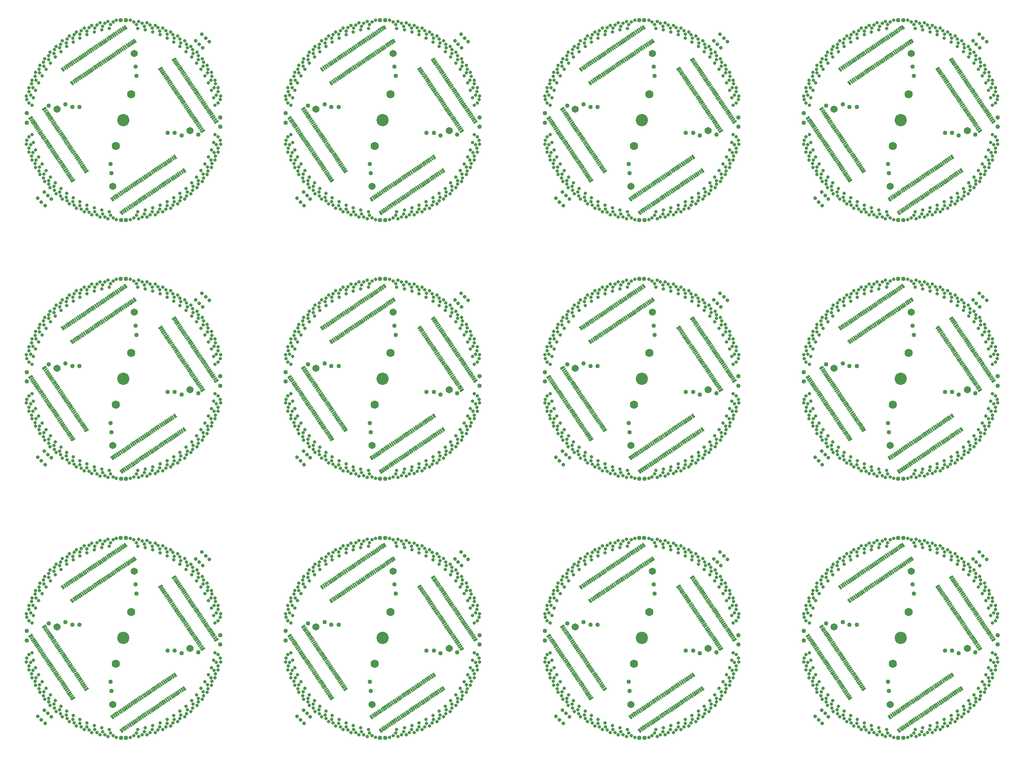
<source format=gts>
G75*
%MOIN*%
%OFA0B0*%
%FSLAX24Y24*%
%IPPOS*%
%LPD*%
%AMOC8*
5,1,8,0,0,1.08239X$1,22.5*
%
%ADD10C,0.0276*%
%ADD11C,0.0540*%
%ADD12R,0.0131X0.0335*%
%ADD13R,0.0178X0.0335*%
%ADD14C,0.0250*%
%ADD15C,0.0930*%
%ADD16C,0.0631*%
%ADD17C,0.0335*%
D10*
X005677Y005677D03*
X005399Y005955D03*
X005905Y006422D03*
X006169Y006169D03*
X006422Y005905D03*
X005955Y005399D03*
X017657Y017657D03*
X017921Y017404D03*
X018427Y017871D03*
X018149Y018149D03*
X017871Y018427D03*
X017404Y017921D03*
X025641Y025084D03*
X025362Y025362D03*
X025084Y025641D03*
X025590Y026107D03*
X025854Y025854D03*
X026107Y025590D03*
X037089Y017921D03*
X037342Y017657D03*
X037606Y017404D03*
X038112Y017871D03*
X037834Y018149D03*
X037556Y018427D03*
X045326Y025084D03*
X045047Y025362D03*
X044769Y025641D03*
X045275Y026107D03*
X045539Y025854D03*
X045792Y025590D03*
X056774Y017921D03*
X057027Y017657D03*
X057291Y017404D03*
X057797Y017871D03*
X057519Y018149D03*
X057241Y018427D03*
X065011Y025084D03*
X064732Y025362D03*
X064454Y025641D03*
X064960Y026107D03*
X065224Y025854D03*
X065477Y025590D03*
X076459Y017921D03*
X076712Y017657D03*
X076977Y017404D03*
X077482Y017871D03*
X077204Y018149D03*
X076926Y018427D03*
X064960Y006422D03*
X065224Y006169D03*
X065477Y005905D03*
X065011Y005399D03*
X064732Y005677D03*
X064454Y005955D03*
X045792Y005905D03*
X045539Y006169D03*
X045275Y006422D03*
X044769Y005955D03*
X045047Y005677D03*
X045326Y005399D03*
X026107Y005905D03*
X025854Y006169D03*
X025590Y006422D03*
X025084Y005955D03*
X025362Y005677D03*
X025641Y005399D03*
X005955Y025084D03*
X005677Y025362D03*
X005399Y025641D03*
X005905Y026107D03*
X006169Y025854D03*
X006422Y025590D03*
X017921Y037089D03*
X017657Y037342D03*
X017404Y037606D03*
X017871Y038112D03*
X018149Y037834D03*
X018427Y037556D03*
X025641Y044769D03*
X025362Y045047D03*
X025084Y045326D03*
X025590Y045792D03*
X025854Y045539D03*
X026107Y045275D03*
X037089Y037606D03*
X037342Y037342D03*
X037606Y037089D03*
X038112Y037556D03*
X037834Y037834D03*
X037556Y038112D03*
X045326Y044769D03*
X045047Y045047D03*
X044769Y045326D03*
X045275Y045792D03*
X045539Y045539D03*
X045792Y045275D03*
X056774Y037606D03*
X057027Y037342D03*
X057291Y037089D03*
X057797Y037556D03*
X057519Y037834D03*
X057241Y038112D03*
X065011Y044769D03*
X064732Y045047D03*
X064454Y045326D03*
X064960Y045792D03*
X065224Y045539D03*
X065477Y045275D03*
X076459Y037606D03*
X076712Y037342D03*
X076977Y037089D03*
X077482Y037556D03*
X077204Y037834D03*
X076926Y038112D03*
X076977Y056774D03*
X076712Y057027D03*
X076459Y057291D03*
X076926Y057797D03*
X077204Y057519D03*
X077482Y057241D03*
X057797Y057241D03*
X057519Y057519D03*
X057241Y057797D03*
X056774Y057291D03*
X057027Y057027D03*
X057291Y056774D03*
X038112Y057241D03*
X037834Y057519D03*
X037556Y057797D03*
X037089Y057291D03*
X037342Y057027D03*
X037606Y056774D03*
X018427Y057241D03*
X018149Y057519D03*
X017871Y057797D03*
X017404Y057291D03*
X017657Y057027D03*
X017921Y056774D03*
X006169Y045539D03*
X006422Y045275D03*
X005955Y044769D03*
X005677Y045047D03*
X005399Y045326D03*
X005905Y045792D03*
D11*
X011103Y046225D03*
X016971Y050473D03*
X012723Y056341D03*
X006855Y052093D03*
X012723Y036656D03*
X006855Y032408D03*
X011103Y026540D03*
X016971Y030788D03*
X026540Y032408D03*
X032408Y036656D03*
X036656Y030788D03*
X030788Y026540D03*
X032408Y016971D03*
X026540Y012723D03*
X030788Y006855D03*
X036656Y011103D03*
X046225Y012723D03*
X052093Y016971D03*
X056341Y011103D03*
X050473Y006855D03*
X065910Y012723D03*
X071778Y016971D03*
X076026Y011103D03*
X070158Y006855D03*
X070158Y026540D03*
X076026Y030788D03*
X071778Y036656D03*
X065910Y032408D03*
X056341Y030788D03*
X050473Y026540D03*
X046225Y032408D03*
X052093Y036656D03*
X050473Y046225D03*
X056341Y050473D03*
X052093Y056341D03*
X046225Y052093D03*
X036656Y050473D03*
X030788Y046225D03*
X026540Y052093D03*
X032408Y056341D03*
X065910Y052093D03*
X071778Y056341D03*
X076026Y050473D03*
X070158Y046225D03*
X016971Y011103D03*
X011103Y006855D03*
X006855Y012723D03*
X012723Y016971D03*
D12*
G36*
X012488Y017547D02*
X012380Y017475D01*
X012194Y017751D01*
X012302Y017823D01*
X012488Y017547D01*
G37*
G36*
X012618Y017635D02*
X012510Y017563D01*
X012324Y017839D01*
X012432Y017911D01*
X012618Y017635D01*
G37*
G36*
X012749Y017723D02*
X012641Y017651D01*
X012455Y017927D01*
X012563Y017999D01*
X012749Y017723D01*
G37*
G36*
X012357Y017459D02*
X012249Y017387D01*
X012063Y017663D01*
X012171Y017735D01*
X012357Y017459D01*
G37*
G36*
X012227Y017371D02*
X012119Y017299D01*
X011933Y017575D01*
X012041Y017647D01*
X012227Y017371D01*
G37*
G36*
X012096Y017283D02*
X011988Y017211D01*
X011802Y017487D01*
X011910Y017559D01*
X012096Y017283D01*
G37*
G36*
X011966Y017195D02*
X011858Y017123D01*
X011672Y017399D01*
X011780Y017471D01*
X011966Y017195D01*
G37*
G36*
X011835Y017107D02*
X011727Y017035D01*
X011541Y017311D01*
X011649Y017383D01*
X011835Y017107D01*
G37*
G36*
X011705Y017018D02*
X011597Y016946D01*
X011411Y017222D01*
X011519Y017294D01*
X011705Y017018D01*
G37*
G36*
X011574Y016930D02*
X011466Y016858D01*
X011280Y017134D01*
X011388Y017206D01*
X011574Y016930D01*
G37*
G36*
X011443Y016842D02*
X011335Y016770D01*
X011149Y017046D01*
X011257Y017118D01*
X011443Y016842D01*
G37*
G36*
X011313Y016754D02*
X011205Y016682D01*
X011019Y016958D01*
X011127Y017030D01*
X011313Y016754D01*
G37*
G36*
X011182Y016666D02*
X011074Y016594D01*
X010888Y016870D01*
X010996Y016942D01*
X011182Y016666D01*
G37*
G36*
X011052Y016578D02*
X010944Y016506D01*
X010758Y016782D01*
X010866Y016854D01*
X011052Y016578D01*
G37*
G36*
X010921Y016490D02*
X010813Y016418D01*
X010627Y016694D01*
X010735Y016766D01*
X010921Y016490D01*
G37*
G36*
X010791Y016402D02*
X010683Y016330D01*
X010497Y016606D01*
X010605Y016678D01*
X010791Y016402D01*
G37*
G36*
X010660Y016314D02*
X010552Y016242D01*
X010366Y016518D01*
X010474Y016590D01*
X010660Y016314D01*
G37*
G36*
X010530Y016226D02*
X010422Y016154D01*
X010236Y016430D01*
X010344Y016502D01*
X010530Y016226D01*
G37*
G36*
X010399Y016138D02*
X010291Y016066D01*
X010105Y016342D01*
X010213Y016414D01*
X010399Y016138D01*
G37*
G36*
X010268Y016050D02*
X010160Y015978D01*
X009974Y016254D01*
X010082Y016326D01*
X010268Y016050D01*
G37*
G36*
X010138Y015962D02*
X010030Y015890D01*
X009844Y016166D01*
X009952Y016238D01*
X010138Y015962D01*
G37*
G36*
X010007Y015874D02*
X009899Y015802D01*
X009713Y016078D01*
X009821Y016150D01*
X010007Y015874D01*
G37*
G36*
X009877Y015786D02*
X009769Y015714D01*
X009583Y015990D01*
X009691Y016062D01*
X009877Y015786D01*
G37*
G36*
X009746Y015698D02*
X009638Y015626D01*
X009452Y015902D01*
X009560Y015974D01*
X009746Y015698D01*
G37*
G36*
X009616Y015609D02*
X009508Y015537D01*
X009322Y015813D01*
X009430Y015885D01*
X009616Y015609D01*
G37*
G36*
X009485Y015521D02*
X009377Y015449D01*
X009191Y015725D01*
X009299Y015797D01*
X009485Y015521D01*
G37*
G36*
X009355Y015433D02*
X009247Y015361D01*
X009061Y015637D01*
X009169Y015709D01*
X009355Y015433D01*
G37*
G36*
X009224Y015345D02*
X009116Y015273D01*
X008930Y015549D01*
X009038Y015621D01*
X009224Y015345D01*
G37*
G36*
X009093Y015257D02*
X008985Y015185D01*
X008799Y015461D01*
X008907Y015533D01*
X009093Y015257D01*
G37*
G36*
X008963Y015169D02*
X008855Y015097D01*
X008669Y015373D01*
X008777Y015445D01*
X008963Y015169D01*
G37*
G36*
X008832Y015081D02*
X008724Y015009D01*
X008538Y015285D01*
X008646Y015357D01*
X008832Y015081D01*
G37*
G36*
X008702Y014993D02*
X008594Y014921D01*
X008408Y015197D01*
X008516Y015269D01*
X008702Y014993D01*
G37*
G36*
X008571Y014905D02*
X008463Y014833D01*
X008277Y015109D01*
X008385Y015181D01*
X008571Y014905D01*
G37*
G36*
X008441Y014817D02*
X008333Y014745D01*
X008147Y015021D01*
X008255Y015093D01*
X008441Y014817D01*
G37*
G36*
X008310Y014729D02*
X008202Y014657D01*
X008016Y014933D01*
X008124Y015005D01*
X008310Y014729D01*
G37*
G36*
X007318Y015968D02*
X007426Y016040D01*
X007612Y015764D01*
X007504Y015692D01*
X007318Y015968D01*
G37*
G36*
X007449Y016056D02*
X007557Y016128D01*
X007743Y015852D01*
X007635Y015780D01*
X007449Y016056D01*
G37*
G36*
X007579Y016144D02*
X007687Y016216D01*
X007873Y015940D01*
X007765Y015868D01*
X007579Y016144D01*
G37*
G36*
X007710Y016232D02*
X007818Y016304D01*
X008004Y016028D01*
X007896Y015956D01*
X007710Y016232D01*
G37*
G36*
X007840Y016320D02*
X007948Y016392D01*
X008134Y016116D01*
X008026Y016044D01*
X007840Y016320D01*
G37*
G36*
X007971Y016408D02*
X008079Y016480D01*
X008265Y016204D01*
X008157Y016132D01*
X007971Y016408D01*
G37*
G36*
X008102Y016496D02*
X008210Y016568D01*
X008396Y016292D01*
X008288Y016220D01*
X008102Y016496D01*
G37*
G36*
X008232Y016584D02*
X008340Y016656D01*
X008526Y016380D01*
X008418Y016308D01*
X008232Y016584D01*
G37*
G36*
X008363Y016672D02*
X008471Y016744D01*
X008657Y016468D01*
X008549Y016396D01*
X008363Y016672D01*
G37*
G36*
X008493Y016760D02*
X008601Y016832D01*
X008787Y016556D01*
X008679Y016484D01*
X008493Y016760D01*
G37*
G36*
X008624Y016848D02*
X008732Y016920D01*
X008918Y016644D01*
X008810Y016572D01*
X008624Y016848D01*
G37*
G36*
X008754Y016936D02*
X008862Y017008D01*
X009048Y016732D01*
X008940Y016660D01*
X008754Y016936D01*
G37*
G36*
X008885Y017024D02*
X008993Y017096D01*
X009179Y016820D01*
X009071Y016748D01*
X008885Y017024D01*
G37*
G36*
X009015Y017112D02*
X009123Y017184D01*
X009309Y016908D01*
X009201Y016836D01*
X009015Y017112D01*
G37*
G36*
X009146Y017200D02*
X009254Y017272D01*
X009440Y016996D01*
X009332Y016924D01*
X009146Y017200D01*
G37*
G36*
X009277Y017288D02*
X009385Y017360D01*
X009571Y017084D01*
X009463Y017012D01*
X009277Y017288D01*
G37*
G36*
X009407Y017377D02*
X009515Y017449D01*
X009701Y017173D01*
X009593Y017101D01*
X009407Y017377D01*
G37*
G36*
X009538Y017465D02*
X009646Y017537D01*
X009832Y017261D01*
X009724Y017189D01*
X009538Y017465D01*
G37*
G36*
X009668Y017553D02*
X009776Y017625D01*
X009962Y017349D01*
X009854Y017277D01*
X009668Y017553D01*
G37*
G36*
X009799Y017641D02*
X009907Y017713D01*
X010093Y017437D01*
X009985Y017365D01*
X009799Y017641D01*
G37*
G36*
X009929Y017729D02*
X010037Y017801D01*
X010223Y017525D01*
X010115Y017453D01*
X009929Y017729D01*
G37*
G36*
X010060Y017817D02*
X010168Y017889D01*
X010354Y017613D01*
X010246Y017541D01*
X010060Y017817D01*
G37*
G36*
X010190Y017905D02*
X010298Y017977D01*
X010484Y017701D01*
X010376Y017629D01*
X010190Y017905D01*
G37*
G36*
X010321Y017993D02*
X010429Y018065D01*
X010615Y017789D01*
X010507Y017717D01*
X010321Y017993D01*
G37*
G36*
X010452Y018081D02*
X010560Y018153D01*
X010746Y017877D01*
X010638Y017805D01*
X010452Y018081D01*
G37*
G36*
X010582Y018169D02*
X010690Y018241D01*
X010876Y017965D01*
X010768Y017893D01*
X010582Y018169D01*
G37*
G36*
X010713Y018257D02*
X010821Y018329D01*
X011007Y018053D01*
X010899Y017981D01*
X010713Y018257D01*
G37*
G36*
X010843Y018345D02*
X010951Y018417D01*
X011137Y018141D01*
X011029Y018069D01*
X010843Y018345D01*
G37*
G36*
X010974Y018433D02*
X011082Y018505D01*
X011268Y018229D01*
X011160Y018157D01*
X010974Y018433D01*
G37*
G36*
X011104Y018521D02*
X011212Y018593D01*
X011398Y018317D01*
X011290Y018245D01*
X011104Y018521D01*
G37*
G36*
X011235Y018609D02*
X011343Y018681D01*
X011529Y018405D01*
X011421Y018333D01*
X011235Y018609D01*
G37*
G36*
X011365Y018697D02*
X011473Y018769D01*
X011659Y018493D01*
X011551Y018421D01*
X011365Y018697D01*
G37*
G36*
X011496Y018786D02*
X011604Y018858D01*
X011790Y018582D01*
X011682Y018510D01*
X011496Y018786D01*
G37*
G36*
X011627Y018874D02*
X011735Y018946D01*
X011921Y018670D01*
X011813Y018598D01*
X011627Y018874D01*
G37*
G36*
X011757Y018962D02*
X011865Y019034D01*
X012051Y018758D01*
X011943Y018686D01*
X011757Y018962D01*
G37*
G36*
X015968Y016508D02*
X016040Y016400D01*
X015764Y016214D01*
X015692Y016322D01*
X015968Y016508D01*
G37*
G36*
X016056Y016377D02*
X016128Y016269D01*
X015852Y016083D01*
X015780Y016191D01*
X016056Y016377D01*
G37*
G36*
X016144Y016247D02*
X016216Y016139D01*
X015940Y015953D01*
X015868Y016061D01*
X016144Y016247D01*
G37*
G36*
X016232Y016116D02*
X016304Y016008D01*
X016028Y015822D01*
X015956Y015930D01*
X016232Y016116D01*
G37*
G36*
X016320Y015986D02*
X016392Y015878D01*
X016116Y015692D01*
X016044Y015800D01*
X016320Y015986D01*
G37*
G36*
X016408Y015855D02*
X016480Y015747D01*
X016204Y015561D01*
X016132Y015669D01*
X016408Y015855D01*
G37*
G36*
X016496Y015724D02*
X016568Y015616D01*
X016292Y015430D01*
X016220Y015538D01*
X016496Y015724D01*
G37*
G36*
X016584Y015594D02*
X016656Y015486D01*
X016380Y015300D01*
X016308Y015408D01*
X016584Y015594D01*
G37*
G36*
X016672Y015463D02*
X016744Y015355D01*
X016468Y015169D01*
X016396Y015277D01*
X016672Y015463D01*
G37*
G36*
X016760Y015333D02*
X016832Y015225D01*
X016556Y015039D01*
X016484Y015147D01*
X016760Y015333D01*
G37*
G36*
X016848Y015202D02*
X016920Y015094D01*
X016644Y014908D01*
X016572Y015016D01*
X016848Y015202D01*
G37*
G36*
X016936Y015072D02*
X017008Y014964D01*
X016732Y014778D01*
X016660Y014886D01*
X016936Y015072D01*
G37*
G36*
X017024Y014941D02*
X017096Y014833D01*
X016820Y014647D01*
X016748Y014755D01*
X017024Y014941D01*
G37*
G36*
X017112Y014811D02*
X017184Y014703D01*
X016908Y014517D01*
X016836Y014625D01*
X017112Y014811D01*
G37*
G36*
X017200Y014680D02*
X017272Y014572D01*
X016996Y014386D01*
X016924Y014494D01*
X017200Y014680D01*
G37*
G36*
X017288Y014549D02*
X017360Y014441D01*
X017084Y014255D01*
X017012Y014363D01*
X017288Y014549D01*
G37*
G36*
X017377Y014419D02*
X017449Y014311D01*
X017173Y014125D01*
X017101Y014233D01*
X017377Y014419D01*
G37*
G36*
X017465Y014288D02*
X017537Y014180D01*
X017261Y013994D01*
X017189Y014102D01*
X017465Y014288D01*
G37*
G36*
X017553Y014158D02*
X017625Y014050D01*
X017349Y013864D01*
X017277Y013972D01*
X017553Y014158D01*
G37*
G36*
X017641Y014027D02*
X017713Y013919D01*
X017437Y013733D01*
X017365Y013841D01*
X017641Y014027D01*
G37*
G36*
X017729Y013897D02*
X017801Y013789D01*
X017525Y013603D01*
X017453Y013711D01*
X017729Y013897D01*
G37*
G36*
X017817Y013766D02*
X017889Y013658D01*
X017613Y013472D01*
X017541Y013580D01*
X017817Y013766D01*
G37*
G36*
X017905Y013636D02*
X017977Y013528D01*
X017701Y013342D01*
X017629Y013450D01*
X017905Y013636D01*
G37*
G36*
X017993Y013505D02*
X018065Y013397D01*
X017789Y013211D01*
X017717Y013319D01*
X017993Y013505D01*
G37*
G36*
X018081Y013374D02*
X018153Y013266D01*
X017877Y013080D01*
X017805Y013188D01*
X018081Y013374D01*
G37*
G36*
X018169Y013244D02*
X018241Y013136D01*
X017965Y012950D01*
X017893Y013058D01*
X018169Y013244D01*
G37*
G36*
X018257Y013113D02*
X018329Y013005D01*
X018053Y012819D01*
X017981Y012927D01*
X018257Y013113D01*
G37*
G36*
X018345Y012983D02*
X018417Y012875D01*
X018141Y012689D01*
X018069Y012797D01*
X018345Y012983D01*
G37*
G36*
X018433Y012852D02*
X018505Y012744D01*
X018229Y012558D01*
X018157Y012666D01*
X018433Y012852D01*
G37*
G36*
X018521Y012722D02*
X018593Y012614D01*
X018317Y012428D01*
X018245Y012536D01*
X018521Y012722D01*
G37*
G36*
X018609Y012591D02*
X018681Y012483D01*
X018405Y012297D01*
X018333Y012405D01*
X018609Y012591D01*
G37*
G36*
X018697Y012461D02*
X018769Y012353D01*
X018493Y012167D01*
X018421Y012275D01*
X018697Y012461D01*
G37*
G36*
X018786Y012330D02*
X018858Y012222D01*
X018582Y012036D01*
X018510Y012144D01*
X018786Y012330D01*
G37*
G36*
X018874Y012199D02*
X018946Y012091D01*
X018670Y011905D01*
X018598Y012013D01*
X018874Y012199D01*
G37*
G36*
X018962Y012069D02*
X019034Y011961D01*
X018758Y011775D01*
X018686Y011883D01*
X018962Y012069D01*
G37*
G36*
X017547Y011338D02*
X017475Y011446D01*
X017751Y011632D01*
X017823Y011524D01*
X017547Y011338D01*
G37*
G36*
X017635Y011208D02*
X017563Y011316D01*
X017839Y011502D01*
X017911Y011394D01*
X017635Y011208D01*
G37*
G36*
X017723Y011077D02*
X017651Y011185D01*
X017927Y011371D01*
X017999Y011263D01*
X017723Y011077D01*
G37*
G36*
X017459Y011469D02*
X017387Y011577D01*
X017663Y011763D01*
X017735Y011655D01*
X017459Y011469D01*
G37*
G36*
X017371Y011599D02*
X017299Y011707D01*
X017575Y011893D01*
X017647Y011785D01*
X017371Y011599D01*
G37*
G36*
X017283Y011730D02*
X017211Y011838D01*
X017487Y012024D01*
X017559Y011916D01*
X017283Y011730D01*
G37*
G36*
X017195Y011860D02*
X017123Y011968D01*
X017399Y012154D01*
X017471Y012046D01*
X017195Y011860D01*
G37*
G36*
X017107Y011991D02*
X017035Y012099D01*
X017311Y012285D01*
X017383Y012177D01*
X017107Y011991D01*
G37*
G36*
X017018Y012121D02*
X016946Y012229D01*
X017222Y012415D01*
X017294Y012307D01*
X017018Y012121D01*
G37*
G36*
X016930Y012252D02*
X016858Y012360D01*
X017134Y012546D01*
X017206Y012438D01*
X016930Y012252D01*
G37*
G36*
X016842Y012383D02*
X016770Y012491D01*
X017046Y012677D01*
X017118Y012569D01*
X016842Y012383D01*
G37*
G36*
X016754Y012513D02*
X016682Y012621D01*
X016958Y012807D01*
X017030Y012699D01*
X016754Y012513D01*
G37*
G36*
X016666Y012644D02*
X016594Y012752D01*
X016870Y012938D01*
X016942Y012830D01*
X016666Y012644D01*
G37*
G36*
X016578Y012774D02*
X016506Y012882D01*
X016782Y013068D01*
X016854Y012960D01*
X016578Y012774D01*
G37*
G36*
X016490Y012905D02*
X016418Y013013D01*
X016694Y013199D01*
X016766Y013091D01*
X016490Y012905D01*
G37*
G36*
X016402Y013035D02*
X016330Y013143D01*
X016606Y013329D01*
X016678Y013221D01*
X016402Y013035D01*
G37*
G36*
X016314Y013166D02*
X016242Y013274D01*
X016518Y013460D01*
X016590Y013352D01*
X016314Y013166D01*
G37*
G36*
X016226Y013296D02*
X016154Y013404D01*
X016430Y013590D01*
X016502Y013482D01*
X016226Y013296D01*
G37*
G36*
X016138Y013427D02*
X016066Y013535D01*
X016342Y013721D01*
X016414Y013613D01*
X016138Y013427D01*
G37*
G36*
X016050Y013558D02*
X015978Y013666D01*
X016254Y013852D01*
X016326Y013744D01*
X016050Y013558D01*
G37*
G36*
X015962Y013688D02*
X015890Y013796D01*
X016166Y013982D01*
X016238Y013874D01*
X015962Y013688D01*
G37*
G36*
X015874Y013819D02*
X015802Y013927D01*
X016078Y014113D01*
X016150Y014005D01*
X015874Y013819D01*
G37*
G36*
X015786Y013949D02*
X015714Y014057D01*
X015990Y014243D01*
X016062Y014135D01*
X015786Y013949D01*
G37*
G36*
X015698Y014080D02*
X015626Y014188D01*
X015902Y014374D01*
X015974Y014266D01*
X015698Y014080D01*
G37*
G36*
X015609Y014210D02*
X015537Y014318D01*
X015813Y014504D01*
X015885Y014396D01*
X015609Y014210D01*
G37*
G36*
X015521Y014341D02*
X015449Y014449D01*
X015725Y014635D01*
X015797Y014527D01*
X015521Y014341D01*
G37*
G36*
X015433Y014471D02*
X015361Y014579D01*
X015637Y014765D01*
X015709Y014657D01*
X015433Y014471D01*
G37*
G36*
X015345Y014602D02*
X015273Y014710D01*
X015549Y014896D01*
X015621Y014788D01*
X015345Y014602D01*
G37*
G36*
X015257Y014733D02*
X015185Y014841D01*
X015461Y015027D01*
X015533Y014919D01*
X015257Y014733D01*
G37*
G36*
X015169Y014863D02*
X015097Y014971D01*
X015373Y015157D01*
X015445Y015049D01*
X015169Y014863D01*
G37*
G36*
X015081Y014994D02*
X015009Y015102D01*
X015285Y015288D01*
X015357Y015180D01*
X015081Y014994D01*
G37*
G36*
X014993Y015124D02*
X014921Y015232D01*
X015197Y015418D01*
X015269Y015310D01*
X014993Y015124D01*
G37*
G36*
X014905Y015255D02*
X014833Y015363D01*
X015109Y015549D01*
X015181Y015441D01*
X014905Y015255D01*
G37*
G36*
X014817Y015385D02*
X014745Y015493D01*
X015021Y015679D01*
X015093Y015571D01*
X014817Y015385D01*
G37*
G36*
X014729Y015516D02*
X014657Y015624D01*
X014933Y015810D01*
X015005Y015702D01*
X014729Y015516D01*
G37*
G36*
X007600Y010530D02*
X007672Y010422D01*
X007396Y010236D01*
X007324Y010344D01*
X007600Y010530D01*
G37*
G36*
X007512Y010660D02*
X007584Y010552D01*
X007308Y010366D01*
X007236Y010474D01*
X007512Y010660D01*
G37*
G36*
X007424Y010791D02*
X007496Y010683D01*
X007220Y010497D01*
X007148Y010605D01*
X007424Y010791D01*
G37*
G36*
X007336Y010921D02*
X007408Y010813D01*
X007132Y010627D01*
X007060Y010735D01*
X007336Y010921D01*
G37*
G36*
X007248Y011052D02*
X007320Y010944D01*
X007044Y010758D01*
X006972Y010866D01*
X007248Y011052D01*
G37*
G36*
X007160Y011182D02*
X007232Y011074D01*
X006956Y010888D01*
X006884Y010996D01*
X007160Y011182D01*
G37*
G36*
X007072Y011313D02*
X007144Y011205D01*
X006868Y011019D01*
X006796Y011127D01*
X007072Y011313D01*
G37*
G36*
X006984Y011443D02*
X007056Y011335D01*
X006780Y011149D01*
X006708Y011257D01*
X006984Y011443D01*
G37*
G36*
X006896Y011574D02*
X006968Y011466D01*
X006692Y011280D01*
X006620Y011388D01*
X006896Y011574D01*
G37*
G36*
X006807Y011705D02*
X006879Y011597D01*
X006603Y011411D01*
X006531Y011519D01*
X006807Y011705D01*
G37*
G36*
X006719Y011835D02*
X006791Y011727D01*
X006515Y011541D01*
X006443Y011649D01*
X006719Y011835D01*
G37*
G36*
X006631Y011966D02*
X006703Y011858D01*
X006427Y011672D01*
X006355Y011780D01*
X006631Y011966D01*
G37*
G36*
X006543Y012096D02*
X006615Y011988D01*
X006339Y011802D01*
X006267Y011910D01*
X006543Y012096D01*
G37*
G36*
X006455Y012227D02*
X006527Y012119D01*
X006251Y011933D01*
X006179Y012041D01*
X006455Y012227D01*
G37*
G36*
X006367Y012357D02*
X006439Y012249D01*
X006163Y012063D01*
X006091Y012171D01*
X006367Y012357D01*
G37*
G36*
X006279Y012488D02*
X006351Y012380D01*
X006075Y012194D01*
X006003Y012302D01*
X006279Y012488D01*
G37*
G36*
X006191Y012618D02*
X006263Y012510D01*
X005987Y012324D01*
X005915Y012432D01*
X006191Y012618D01*
G37*
G36*
X006103Y012749D02*
X006175Y012641D01*
X005899Y012455D01*
X005827Y012563D01*
X006103Y012749D01*
G37*
G36*
X004864Y011757D02*
X004792Y011865D01*
X005068Y012051D01*
X005140Y011943D01*
X004864Y011757D01*
G37*
G36*
X004952Y011627D02*
X004880Y011735D01*
X005156Y011921D01*
X005228Y011813D01*
X004952Y011627D01*
G37*
G36*
X005040Y011496D02*
X004968Y011604D01*
X005244Y011790D01*
X005316Y011682D01*
X005040Y011496D01*
G37*
G36*
X005129Y011365D02*
X005057Y011473D01*
X005333Y011659D01*
X005405Y011551D01*
X005129Y011365D01*
G37*
G36*
X005217Y011235D02*
X005145Y011343D01*
X005421Y011529D01*
X005493Y011421D01*
X005217Y011235D01*
G37*
G36*
X005305Y011104D02*
X005233Y011212D01*
X005509Y011398D01*
X005581Y011290D01*
X005305Y011104D01*
G37*
G36*
X005393Y010974D02*
X005321Y011082D01*
X005597Y011268D01*
X005669Y011160D01*
X005393Y010974D01*
G37*
G36*
X005481Y010843D02*
X005409Y010951D01*
X005685Y011137D01*
X005757Y011029D01*
X005481Y010843D01*
G37*
G36*
X005569Y010713D02*
X005497Y010821D01*
X005773Y011007D01*
X005845Y010899D01*
X005569Y010713D01*
G37*
G36*
X005657Y010582D02*
X005585Y010690D01*
X005861Y010876D01*
X005933Y010768D01*
X005657Y010582D01*
G37*
G36*
X005745Y010452D02*
X005673Y010560D01*
X005949Y010746D01*
X006021Y010638D01*
X005745Y010452D01*
G37*
G36*
X005833Y010321D02*
X005761Y010429D01*
X006037Y010615D01*
X006109Y010507D01*
X005833Y010321D01*
G37*
G36*
X005921Y010190D02*
X005849Y010298D01*
X006125Y010484D01*
X006197Y010376D01*
X005921Y010190D01*
G37*
G36*
X006009Y010060D02*
X005937Y010168D01*
X006213Y010354D01*
X006285Y010246D01*
X006009Y010060D01*
G37*
G36*
X006097Y009929D02*
X006025Y010037D01*
X006301Y010223D01*
X006373Y010115D01*
X006097Y009929D01*
G37*
G36*
X006185Y009799D02*
X006113Y009907D01*
X006389Y010093D01*
X006461Y009985D01*
X006185Y009799D01*
G37*
G36*
X006273Y009668D02*
X006201Y009776D01*
X006477Y009962D01*
X006549Y009854D01*
X006273Y009668D01*
G37*
G36*
X006361Y009538D02*
X006289Y009646D01*
X006565Y009832D01*
X006637Y009724D01*
X006361Y009538D01*
G37*
G36*
X006449Y009407D02*
X006377Y009515D01*
X006653Y009701D01*
X006725Y009593D01*
X006449Y009407D01*
G37*
G36*
X006538Y009277D02*
X006466Y009385D01*
X006742Y009571D01*
X006814Y009463D01*
X006538Y009277D01*
G37*
G36*
X006626Y009146D02*
X006554Y009254D01*
X006830Y009440D01*
X006902Y009332D01*
X006626Y009146D01*
G37*
G36*
X006714Y009015D02*
X006642Y009123D01*
X006918Y009309D01*
X006990Y009201D01*
X006714Y009015D01*
G37*
G36*
X006802Y008885D02*
X006730Y008993D01*
X007006Y009179D01*
X007078Y009071D01*
X006802Y008885D01*
G37*
G36*
X006890Y008754D02*
X006818Y008862D01*
X007094Y009048D01*
X007166Y008940D01*
X006890Y008754D01*
G37*
G36*
X006978Y008624D02*
X006906Y008732D01*
X007182Y008918D01*
X007254Y008810D01*
X006978Y008624D01*
G37*
G36*
X007066Y008493D02*
X006994Y008601D01*
X007270Y008787D01*
X007342Y008679D01*
X007066Y008493D01*
G37*
G36*
X007154Y008363D02*
X007082Y008471D01*
X007358Y008657D01*
X007430Y008549D01*
X007154Y008363D01*
G37*
G36*
X007242Y008232D02*
X007170Y008340D01*
X007446Y008526D01*
X007518Y008418D01*
X007242Y008232D01*
G37*
G36*
X007330Y008102D02*
X007258Y008210D01*
X007534Y008396D01*
X007606Y008288D01*
X007330Y008102D01*
G37*
G36*
X007418Y007971D02*
X007346Y008079D01*
X007622Y008265D01*
X007694Y008157D01*
X007418Y007971D01*
G37*
G36*
X007506Y007840D02*
X007434Y007948D01*
X007710Y008134D01*
X007782Y008026D01*
X007506Y007840D01*
G37*
G36*
X007594Y007710D02*
X007522Y007818D01*
X007798Y008004D01*
X007870Y007896D01*
X007594Y007710D01*
G37*
G36*
X007682Y007579D02*
X007610Y007687D01*
X007886Y007873D01*
X007958Y007765D01*
X007682Y007579D01*
G37*
G36*
X007770Y007449D02*
X007698Y007557D01*
X007974Y007743D01*
X008046Y007635D01*
X007770Y007449D01*
G37*
G36*
X007858Y007318D02*
X007786Y007426D01*
X008062Y007612D01*
X008134Y007504D01*
X007858Y007318D01*
G37*
G36*
X009097Y008310D02*
X009169Y008202D01*
X008893Y008016D01*
X008821Y008124D01*
X009097Y008310D01*
G37*
G36*
X009009Y008441D02*
X009081Y008333D01*
X008805Y008147D01*
X008733Y008255D01*
X009009Y008441D01*
G37*
G36*
X008921Y008571D02*
X008993Y008463D01*
X008717Y008277D01*
X008645Y008385D01*
X008921Y008571D01*
G37*
G36*
X008833Y008702D02*
X008905Y008594D01*
X008629Y008408D01*
X008557Y008516D01*
X008833Y008702D01*
G37*
G36*
X008745Y008832D02*
X008817Y008724D01*
X008541Y008538D01*
X008469Y008646D01*
X008745Y008832D01*
G37*
G36*
X008657Y008963D02*
X008729Y008855D01*
X008453Y008669D01*
X008381Y008777D01*
X008657Y008963D01*
G37*
G36*
X008569Y009093D02*
X008641Y008985D01*
X008365Y008799D01*
X008293Y008907D01*
X008569Y009093D01*
G37*
G36*
X008481Y009224D02*
X008553Y009116D01*
X008277Y008930D01*
X008205Y009038D01*
X008481Y009224D01*
G37*
G36*
X008393Y009355D02*
X008465Y009247D01*
X008189Y009061D01*
X008117Y009169D01*
X008393Y009355D01*
G37*
G36*
X008305Y009485D02*
X008377Y009377D01*
X008101Y009191D01*
X008029Y009299D01*
X008305Y009485D01*
G37*
G36*
X008216Y009616D02*
X008288Y009508D01*
X008012Y009322D01*
X007940Y009430D01*
X008216Y009616D01*
G37*
G36*
X008128Y009746D02*
X008200Y009638D01*
X007924Y009452D01*
X007852Y009560D01*
X008128Y009746D01*
G37*
G36*
X008040Y009877D02*
X008112Y009769D01*
X007836Y009583D01*
X007764Y009691D01*
X008040Y009877D01*
G37*
G36*
X007952Y010007D02*
X008024Y009899D01*
X007748Y009713D01*
X007676Y009821D01*
X007952Y010007D01*
G37*
G36*
X007864Y010138D02*
X007936Y010030D01*
X007660Y009844D01*
X007588Y009952D01*
X007864Y010138D01*
G37*
G36*
X007776Y010268D02*
X007848Y010160D01*
X007572Y009974D01*
X007500Y010082D01*
X007776Y010268D01*
G37*
G36*
X007688Y010399D02*
X007760Y010291D01*
X007484Y010105D01*
X007412Y010213D01*
X007688Y010399D01*
G37*
G36*
X011599Y006455D02*
X011707Y006527D01*
X011893Y006251D01*
X011785Y006179D01*
X011599Y006455D01*
G37*
G36*
X011469Y006367D02*
X011577Y006439D01*
X011763Y006163D01*
X011655Y006091D01*
X011469Y006367D01*
G37*
G36*
X011338Y006279D02*
X011446Y006351D01*
X011632Y006075D01*
X011524Y006003D01*
X011338Y006279D01*
G37*
G36*
X011208Y006191D02*
X011316Y006263D01*
X011502Y005987D01*
X011394Y005915D01*
X011208Y006191D01*
G37*
G36*
X011077Y006103D02*
X011185Y006175D01*
X011371Y005899D01*
X011263Y005827D01*
X011077Y006103D01*
G37*
G36*
X011730Y006543D02*
X011838Y006615D01*
X012024Y006339D01*
X011916Y006267D01*
X011730Y006543D01*
G37*
G36*
X011860Y006631D02*
X011968Y006703D01*
X012154Y006427D01*
X012046Y006355D01*
X011860Y006631D01*
G37*
G36*
X011991Y006719D02*
X012099Y006791D01*
X012285Y006515D01*
X012177Y006443D01*
X011991Y006719D01*
G37*
G36*
X012121Y006807D02*
X012229Y006879D01*
X012415Y006603D01*
X012307Y006531D01*
X012121Y006807D01*
G37*
G36*
X012252Y006896D02*
X012360Y006968D01*
X012546Y006692D01*
X012438Y006620D01*
X012252Y006896D01*
G37*
G36*
X012383Y006984D02*
X012491Y007056D01*
X012677Y006780D01*
X012569Y006708D01*
X012383Y006984D01*
G37*
G36*
X012513Y007072D02*
X012621Y007144D01*
X012807Y006868D01*
X012699Y006796D01*
X012513Y007072D01*
G37*
G36*
X012644Y007160D02*
X012752Y007232D01*
X012938Y006956D01*
X012830Y006884D01*
X012644Y007160D01*
G37*
G36*
X012774Y007248D02*
X012882Y007320D01*
X013068Y007044D01*
X012960Y006972D01*
X012774Y007248D01*
G37*
G36*
X012905Y007336D02*
X013013Y007408D01*
X013199Y007132D01*
X013091Y007060D01*
X012905Y007336D01*
G37*
G36*
X013035Y007424D02*
X013143Y007496D01*
X013329Y007220D01*
X013221Y007148D01*
X013035Y007424D01*
G37*
G36*
X013166Y007512D02*
X013274Y007584D01*
X013460Y007308D01*
X013352Y007236D01*
X013166Y007512D01*
G37*
G36*
X013296Y007600D02*
X013404Y007672D01*
X013590Y007396D01*
X013482Y007324D01*
X013296Y007600D01*
G37*
G36*
X013427Y007688D02*
X013535Y007760D01*
X013721Y007484D01*
X013613Y007412D01*
X013427Y007688D01*
G37*
G36*
X013558Y007776D02*
X013666Y007848D01*
X013852Y007572D01*
X013744Y007500D01*
X013558Y007776D01*
G37*
G36*
X013688Y007864D02*
X013796Y007936D01*
X013982Y007660D01*
X013874Y007588D01*
X013688Y007864D01*
G37*
G36*
X013819Y007952D02*
X013927Y008024D01*
X014113Y007748D01*
X014005Y007676D01*
X013819Y007952D01*
G37*
G36*
X013949Y008040D02*
X014057Y008112D01*
X014243Y007836D01*
X014135Y007764D01*
X013949Y008040D01*
G37*
G36*
X014080Y008128D02*
X014188Y008200D01*
X014374Y007924D01*
X014266Y007852D01*
X014080Y008128D01*
G37*
G36*
X014210Y008216D02*
X014318Y008288D01*
X014504Y008012D01*
X014396Y007940D01*
X014210Y008216D01*
G37*
G36*
X014341Y008305D02*
X014449Y008377D01*
X014635Y008101D01*
X014527Y008029D01*
X014341Y008305D01*
G37*
G36*
X014471Y008393D02*
X014579Y008465D01*
X014765Y008189D01*
X014657Y008117D01*
X014471Y008393D01*
G37*
G36*
X014602Y008481D02*
X014710Y008553D01*
X014896Y008277D01*
X014788Y008205D01*
X014602Y008481D01*
G37*
G36*
X014733Y008569D02*
X014841Y008641D01*
X015027Y008365D01*
X014919Y008293D01*
X014733Y008569D01*
G37*
G36*
X014863Y008657D02*
X014971Y008729D01*
X015157Y008453D01*
X015049Y008381D01*
X014863Y008657D01*
G37*
G36*
X014994Y008745D02*
X015102Y008817D01*
X015288Y008541D01*
X015180Y008469D01*
X014994Y008745D01*
G37*
G36*
X015124Y008833D02*
X015232Y008905D01*
X015418Y008629D01*
X015310Y008557D01*
X015124Y008833D01*
G37*
G36*
X015255Y008921D02*
X015363Y008993D01*
X015549Y008717D01*
X015441Y008645D01*
X015255Y008921D01*
G37*
G36*
X015385Y009009D02*
X015493Y009081D01*
X015679Y008805D01*
X015571Y008733D01*
X015385Y009009D01*
G37*
G36*
X015516Y009097D02*
X015624Y009169D01*
X015810Y008893D01*
X015702Y008821D01*
X015516Y009097D01*
G37*
G36*
X016508Y007858D02*
X016400Y007786D01*
X016214Y008062D01*
X016322Y008134D01*
X016508Y007858D01*
G37*
G36*
X016377Y007770D02*
X016269Y007698D01*
X016083Y007974D01*
X016191Y008046D01*
X016377Y007770D01*
G37*
G36*
X016247Y007682D02*
X016139Y007610D01*
X015953Y007886D01*
X016061Y007958D01*
X016247Y007682D01*
G37*
G36*
X016116Y007594D02*
X016008Y007522D01*
X015822Y007798D01*
X015930Y007870D01*
X016116Y007594D01*
G37*
G36*
X015986Y007506D02*
X015878Y007434D01*
X015692Y007710D01*
X015800Y007782D01*
X015986Y007506D01*
G37*
G36*
X015855Y007418D02*
X015747Y007346D01*
X015561Y007622D01*
X015669Y007694D01*
X015855Y007418D01*
G37*
G36*
X015724Y007330D02*
X015616Y007258D01*
X015430Y007534D01*
X015538Y007606D01*
X015724Y007330D01*
G37*
G36*
X015594Y007242D02*
X015486Y007170D01*
X015300Y007446D01*
X015408Y007518D01*
X015594Y007242D01*
G37*
G36*
X015463Y007154D02*
X015355Y007082D01*
X015169Y007358D01*
X015277Y007430D01*
X015463Y007154D01*
G37*
G36*
X015333Y007066D02*
X015225Y006994D01*
X015039Y007270D01*
X015147Y007342D01*
X015333Y007066D01*
G37*
G36*
X015202Y006978D02*
X015094Y006906D01*
X014908Y007182D01*
X015016Y007254D01*
X015202Y006978D01*
G37*
G36*
X015072Y006890D02*
X014964Y006818D01*
X014778Y007094D01*
X014886Y007166D01*
X015072Y006890D01*
G37*
G36*
X014941Y006802D02*
X014833Y006730D01*
X014647Y007006D01*
X014755Y007078D01*
X014941Y006802D01*
G37*
G36*
X014811Y006714D02*
X014703Y006642D01*
X014517Y006918D01*
X014625Y006990D01*
X014811Y006714D01*
G37*
G36*
X014680Y006626D02*
X014572Y006554D01*
X014386Y006830D01*
X014494Y006902D01*
X014680Y006626D01*
G37*
G36*
X014549Y006538D02*
X014441Y006466D01*
X014255Y006742D01*
X014363Y006814D01*
X014549Y006538D01*
G37*
G36*
X014419Y006449D02*
X014311Y006377D01*
X014125Y006653D01*
X014233Y006725D01*
X014419Y006449D01*
G37*
G36*
X014288Y006361D02*
X014180Y006289D01*
X013994Y006565D01*
X014102Y006637D01*
X014288Y006361D01*
G37*
G36*
X014158Y006273D02*
X014050Y006201D01*
X013864Y006477D01*
X013972Y006549D01*
X014158Y006273D01*
G37*
G36*
X014027Y006185D02*
X013919Y006113D01*
X013733Y006389D01*
X013841Y006461D01*
X014027Y006185D01*
G37*
G36*
X013897Y006097D02*
X013789Y006025D01*
X013603Y006301D01*
X013711Y006373D01*
X013897Y006097D01*
G37*
G36*
X013766Y006009D02*
X013658Y005937D01*
X013472Y006213D01*
X013580Y006285D01*
X013766Y006009D01*
G37*
G36*
X013636Y005921D02*
X013528Y005849D01*
X013342Y006125D01*
X013450Y006197D01*
X013636Y005921D01*
G37*
G36*
X013505Y005833D02*
X013397Y005761D01*
X013211Y006037D01*
X013319Y006109D01*
X013505Y005833D01*
G37*
G36*
X013374Y005745D02*
X013266Y005673D01*
X013080Y005949D01*
X013188Y006021D01*
X013374Y005745D01*
G37*
G36*
X013244Y005657D02*
X013136Y005585D01*
X012950Y005861D01*
X013058Y005933D01*
X013244Y005657D01*
G37*
G36*
X013113Y005569D02*
X013005Y005497D01*
X012819Y005773D01*
X012927Y005845D01*
X013113Y005569D01*
G37*
G36*
X012983Y005481D02*
X012875Y005409D01*
X012689Y005685D01*
X012797Y005757D01*
X012983Y005481D01*
G37*
G36*
X012852Y005393D02*
X012744Y005321D01*
X012558Y005597D01*
X012666Y005669D01*
X012852Y005393D01*
G37*
G36*
X012722Y005305D02*
X012614Y005233D01*
X012428Y005509D01*
X012536Y005581D01*
X012722Y005305D01*
G37*
G36*
X012591Y005217D02*
X012483Y005145D01*
X012297Y005421D01*
X012405Y005493D01*
X012591Y005217D01*
G37*
G36*
X012461Y005129D02*
X012353Y005057D01*
X012167Y005333D01*
X012275Y005405D01*
X012461Y005129D01*
G37*
G36*
X012330Y005040D02*
X012222Y004968D01*
X012036Y005244D01*
X012144Y005316D01*
X012330Y005040D01*
G37*
G36*
X012199Y004952D02*
X012091Y004880D01*
X011905Y005156D01*
X012013Y005228D01*
X012199Y004952D01*
G37*
G36*
X012069Y004864D02*
X011961Y004792D01*
X011775Y005068D01*
X011883Y005140D01*
X012069Y004864D01*
G37*
G36*
X024549Y011757D02*
X024477Y011865D01*
X024753Y012051D01*
X024825Y011943D01*
X024549Y011757D01*
G37*
G36*
X024637Y011627D02*
X024565Y011735D01*
X024841Y011921D01*
X024913Y011813D01*
X024637Y011627D01*
G37*
G36*
X024725Y011496D02*
X024653Y011604D01*
X024929Y011790D01*
X025001Y011682D01*
X024725Y011496D01*
G37*
G36*
X024814Y011365D02*
X024742Y011473D01*
X025018Y011659D01*
X025090Y011551D01*
X024814Y011365D01*
G37*
G36*
X024902Y011235D02*
X024830Y011343D01*
X025106Y011529D01*
X025178Y011421D01*
X024902Y011235D01*
G37*
G36*
X024990Y011104D02*
X024918Y011212D01*
X025194Y011398D01*
X025266Y011290D01*
X024990Y011104D01*
G37*
G36*
X025078Y010974D02*
X025006Y011082D01*
X025282Y011268D01*
X025354Y011160D01*
X025078Y010974D01*
G37*
G36*
X025166Y010843D02*
X025094Y010951D01*
X025370Y011137D01*
X025442Y011029D01*
X025166Y010843D01*
G37*
G36*
X025254Y010713D02*
X025182Y010821D01*
X025458Y011007D01*
X025530Y010899D01*
X025254Y010713D01*
G37*
G36*
X025342Y010582D02*
X025270Y010690D01*
X025546Y010876D01*
X025618Y010768D01*
X025342Y010582D01*
G37*
G36*
X025430Y010452D02*
X025358Y010560D01*
X025634Y010746D01*
X025706Y010638D01*
X025430Y010452D01*
G37*
G36*
X025518Y010321D02*
X025446Y010429D01*
X025722Y010615D01*
X025794Y010507D01*
X025518Y010321D01*
G37*
G36*
X025606Y010190D02*
X025534Y010298D01*
X025810Y010484D01*
X025882Y010376D01*
X025606Y010190D01*
G37*
G36*
X025694Y010060D02*
X025622Y010168D01*
X025898Y010354D01*
X025970Y010246D01*
X025694Y010060D01*
G37*
G36*
X025782Y009929D02*
X025710Y010037D01*
X025986Y010223D01*
X026058Y010115D01*
X025782Y009929D01*
G37*
G36*
X025870Y009799D02*
X025798Y009907D01*
X026074Y010093D01*
X026146Y009985D01*
X025870Y009799D01*
G37*
G36*
X025958Y009668D02*
X025886Y009776D01*
X026162Y009962D01*
X026234Y009854D01*
X025958Y009668D01*
G37*
G36*
X026046Y009538D02*
X025974Y009646D01*
X026250Y009832D01*
X026322Y009724D01*
X026046Y009538D01*
G37*
G36*
X026134Y009407D02*
X026062Y009515D01*
X026338Y009701D01*
X026410Y009593D01*
X026134Y009407D01*
G37*
G36*
X026223Y009277D02*
X026151Y009385D01*
X026427Y009571D01*
X026499Y009463D01*
X026223Y009277D01*
G37*
G36*
X026311Y009146D02*
X026239Y009254D01*
X026515Y009440D01*
X026587Y009332D01*
X026311Y009146D01*
G37*
G36*
X026399Y009015D02*
X026327Y009123D01*
X026603Y009309D01*
X026675Y009201D01*
X026399Y009015D01*
G37*
G36*
X026487Y008885D02*
X026415Y008993D01*
X026691Y009179D01*
X026763Y009071D01*
X026487Y008885D01*
G37*
G36*
X026575Y008754D02*
X026503Y008862D01*
X026779Y009048D01*
X026851Y008940D01*
X026575Y008754D01*
G37*
G36*
X026663Y008624D02*
X026591Y008732D01*
X026867Y008918D01*
X026939Y008810D01*
X026663Y008624D01*
G37*
G36*
X026751Y008493D02*
X026679Y008601D01*
X026955Y008787D01*
X027027Y008679D01*
X026751Y008493D01*
G37*
G36*
X026839Y008363D02*
X026767Y008471D01*
X027043Y008657D01*
X027115Y008549D01*
X026839Y008363D01*
G37*
G36*
X026927Y008232D02*
X026855Y008340D01*
X027131Y008526D01*
X027203Y008418D01*
X026927Y008232D01*
G37*
G36*
X027015Y008102D02*
X026943Y008210D01*
X027219Y008396D01*
X027291Y008288D01*
X027015Y008102D01*
G37*
G36*
X027103Y007971D02*
X027031Y008079D01*
X027307Y008265D01*
X027379Y008157D01*
X027103Y007971D01*
G37*
G36*
X027191Y007840D02*
X027119Y007948D01*
X027395Y008134D01*
X027467Y008026D01*
X027191Y007840D01*
G37*
G36*
X027279Y007710D02*
X027207Y007818D01*
X027483Y008004D01*
X027555Y007896D01*
X027279Y007710D01*
G37*
G36*
X027367Y007579D02*
X027295Y007687D01*
X027571Y007873D01*
X027643Y007765D01*
X027367Y007579D01*
G37*
G36*
X027455Y007449D02*
X027383Y007557D01*
X027659Y007743D01*
X027731Y007635D01*
X027455Y007449D01*
G37*
G36*
X027543Y007318D02*
X027471Y007426D01*
X027747Y007612D01*
X027819Y007504D01*
X027543Y007318D01*
G37*
G36*
X028782Y008310D02*
X028854Y008202D01*
X028578Y008016D01*
X028506Y008124D01*
X028782Y008310D01*
G37*
G36*
X028694Y008441D02*
X028766Y008333D01*
X028490Y008147D01*
X028418Y008255D01*
X028694Y008441D01*
G37*
G36*
X028606Y008571D02*
X028678Y008463D01*
X028402Y008277D01*
X028330Y008385D01*
X028606Y008571D01*
G37*
G36*
X028518Y008702D02*
X028590Y008594D01*
X028314Y008408D01*
X028242Y008516D01*
X028518Y008702D01*
G37*
G36*
X028430Y008832D02*
X028502Y008724D01*
X028226Y008538D01*
X028154Y008646D01*
X028430Y008832D01*
G37*
G36*
X028342Y008963D02*
X028414Y008855D01*
X028138Y008669D01*
X028066Y008777D01*
X028342Y008963D01*
G37*
G36*
X028254Y009093D02*
X028326Y008985D01*
X028050Y008799D01*
X027978Y008907D01*
X028254Y009093D01*
G37*
G36*
X028166Y009224D02*
X028238Y009116D01*
X027962Y008930D01*
X027890Y009038D01*
X028166Y009224D01*
G37*
G36*
X028078Y009355D02*
X028150Y009247D01*
X027874Y009061D01*
X027802Y009169D01*
X028078Y009355D01*
G37*
G36*
X027990Y009485D02*
X028062Y009377D01*
X027786Y009191D01*
X027714Y009299D01*
X027990Y009485D01*
G37*
G36*
X027902Y009616D02*
X027974Y009508D01*
X027698Y009322D01*
X027626Y009430D01*
X027902Y009616D01*
G37*
G36*
X027813Y009746D02*
X027885Y009638D01*
X027609Y009452D01*
X027537Y009560D01*
X027813Y009746D01*
G37*
G36*
X027725Y009877D02*
X027797Y009769D01*
X027521Y009583D01*
X027449Y009691D01*
X027725Y009877D01*
G37*
G36*
X027637Y010007D02*
X027709Y009899D01*
X027433Y009713D01*
X027361Y009821D01*
X027637Y010007D01*
G37*
G36*
X027549Y010138D02*
X027621Y010030D01*
X027345Y009844D01*
X027273Y009952D01*
X027549Y010138D01*
G37*
G36*
X027461Y010268D02*
X027533Y010160D01*
X027257Y009974D01*
X027185Y010082D01*
X027461Y010268D01*
G37*
G36*
X027373Y010399D02*
X027445Y010291D01*
X027169Y010105D01*
X027097Y010213D01*
X027373Y010399D01*
G37*
G36*
X027285Y010530D02*
X027357Y010422D01*
X027081Y010236D01*
X027009Y010344D01*
X027285Y010530D01*
G37*
G36*
X027197Y010660D02*
X027269Y010552D01*
X026993Y010366D01*
X026921Y010474D01*
X027197Y010660D01*
G37*
G36*
X027109Y010791D02*
X027181Y010683D01*
X026905Y010497D01*
X026833Y010605D01*
X027109Y010791D01*
G37*
G36*
X027021Y010921D02*
X027093Y010813D01*
X026817Y010627D01*
X026745Y010735D01*
X027021Y010921D01*
G37*
G36*
X026933Y011052D02*
X027005Y010944D01*
X026729Y010758D01*
X026657Y010866D01*
X026933Y011052D01*
G37*
G36*
X026845Y011182D02*
X026917Y011074D01*
X026641Y010888D01*
X026569Y010996D01*
X026845Y011182D01*
G37*
G36*
X026757Y011313D02*
X026829Y011205D01*
X026553Y011019D01*
X026481Y011127D01*
X026757Y011313D01*
G37*
G36*
X026669Y011443D02*
X026741Y011335D01*
X026465Y011149D01*
X026393Y011257D01*
X026669Y011443D01*
G37*
G36*
X026581Y011574D02*
X026653Y011466D01*
X026377Y011280D01*
X026305Y011388D01*
X026581Y011574D01*
G37*
G36*
X026493Y011705D02*
X026565Y011597D01*
X026289Y011411D01*
X026217Y011519D01*
X026493Y011705D01*
G37*
G36*
X026404Y011835D02*
X026476Y011727D01*
X026200Y011541D01*
X026128Y011649D01*
X026404Y011835D01*
G37*
G36*
X026316Y011966D02*
X026388Y011858D01*
X026112Y011672D01*
X026040Y011780D01*
X026316Y011966D01*
G37*
G36*
X026228Y012096D02*
X026300Y011988D01*
X026024Y011802D01*
X025952Y011910D01*
X026228Y012096D01*
G37*
G36*
X026140Y012227D02*
X026212Y012119D01*
X025936Y011933D01*
X025864Y012041D01*
X026140Y012227D01*
G37*
G36*
X026052Y012357D02*
X026124Y012249D01*
X025848Y012063D01*
X025776Y012171D01*
X026052Y012357D01*
G37*
G36*
X025964Y012488D02*
X026036Y012380D01*
X025760Y012194D01*
X025688Y012302D01*
X025964Y012488D01*
G37*
G36*
X025876Y012618D02*
X025948Y012510D01*
X025672Y012324D01*
X025600Y012432D01*
X025876Y012618D01*
G37*
G36*
X025788Y012749D02*
X025860Y012641D01*
X025584Y012455D01*
X025512Y012563D01*
X025788Y012749D01*
G37*
G36*
X027995Y014729D02*
X027887Y014657D01*
X027701Y014933D01*
X027809Y015005D01*
X027995Y014729D01*
G37*
G36*
X028126Y014817D02*
X028018Y014745D01*
X027832Y015021D01*
X027940Y015093D01*
X028126Y014817D01*
G37*
G36*
X028256Y014905D02*
X028148Y014833D01*
X027962Y015109D01*
X028070Y015181D01*
X028256Y014905D01*
G37*
G36*
X028387Y014993D02*
X028279Y014921D01*
X028093Y015197D01*
X028201Y015269D01*
X028387Y014993D01*
G37*
G36*
X028517Y015081D02*
X028409Y015009D01*
X028223Y015285D01*
X028331Y015357D01*
X028517Y015081D01*
G37*
G36*
X028648Y015169D02*
X028540Y015097D01*
X028354Y015373D01*
X028462Y015445D01*
X028648Y015169D01*
G37*
G36*
X028778Y015257D02*
X028670Y015185D01*
X028484Y015461D01*
X028592Y015533D01*
X028778Y015257D01*
G37*
G36*
X028909Y015345D02*
X028801Y015273D01*
X028615Y015549D01*
X028723Y015621D01*
X028909Y015345D01*
G37*
G36*
X029040Y015433D02*
X028932Y015361D01*
X028746Y015637D01*
X028854Y015709D01*
X029040Y015433D01*
G37*
G36*
X029170Y015521D02*
X029062Y015449D01*
X028876Y015725D01*
X028984Y015797D01*
X029170Y015521D01*
G37*
G36*
X029301Y015609D02*
X029193Y015537D01*
X029007Y015813D01*
X029115Y015885D01*
X029301Y015609D01*
G37*
G36*
X029431Y015698D02*
X029323Y015626D01*
X029137Y015902D01*
X029245Y015974D01*
X029431Y015698D01*
G37*
G36*
X029562Y015786D02*
X029454Y015714D01*
X029268Y015990D01*
X029376Y016062D01*
X029562Y015786D01*
G37*
G36*
X029692Y015874D02*
X029584Y015802D01*
X029398Y016078D01*
X029506Y016150D01*
X029692Y015874D01*
G37*
G36*
X029823Y015962D02*
X029715Y015890D01*
X029529Y016166D01*
X029637Y016238D01*
X029823Y015962D01*
G37*
G36*
X029953Y016050D02*
X029845Y015978D01*
X029659Y016254D01*
X029767Y016326D01*
X029953Y016050D01*
G37*
G36*
X030084Y016138D02*
X029976Y016066D01*
X029790Y016342D01*
X029898Y016414D01*
X030084Y016138D01*
G37*
G36*
X030215Y016226D02*
X030107Y016154D01*
X029921Y016430D01*
X030029Y016502D01*
X030215Y016226D01*
G37*
G36*
X030345Y016314D02*
X030237Y016242D01*
X030051Y016518D01*
X030159Y016590D01*
X030345Y016314D01*
G37*
G36*
X030476Y016402D02*
X030368Y016330D01*
X030182Y016606D01*
X030290Y016678D01*
X030476Y016402D01*
G37*
G36*
X030606Y016490D02*
X030498Y016418D01*
X030312Y016694D01*
X030420Y016766D01*
X030606Y016490D01*
G37*
G36*
X030737Y016578D02*
X030629Y016506D01*
X030443Y016782D01*
X030551Y016854D01*
X030737Y016578D01*
G37*
G36*
X030867Y016666D02*
X030759Y016594D01*
X030573Y016870D01*
X030681Y016942D01*
X030867Y016666D01*
G37*
G36*
X030998Y016754D02*
X030890Y016682D01*
X030704Y016958D01*
X030812Y017030D01*
X030998Y016754D01*
G37*
G36*
X031128Y016842D02*
X031020Y016770D01*
X030834Y017046D01*
X030942Y017118D01*
X031128Y016842D01*
G37*
G36*
X031259Y016930D02*
X031151Y016858D01*
X030965Y017134D01*
X031073Y017206D01*
X031259Y016930D01*
G37*
G36*
X031390Y017018D02*
X031282Y016946D01*
X031096Y017222D01*
X031204Y017294D01*
X031390Y017018D01*
G37*
G36*
X031520Y017107D02*
X031412Y017035D01*
X031226Y017311D01*
X031334Y017383D01*
X031520Y017107D01*
G37*
G36*
X031651Y017195D02*
X031543Y017123D01*
X031357Y017399D01*
X031465Y017471D01*
X031651Y017195D01*
G37*
G36*
X031781Y017283D02*
X031673Y017211D01*
X031487Y017487D01*
X031595Y017559D01*
X031781Y017283D01*
G37*
G36*
X031912Y017371D02*
X031804Y017299D01*
X031618Y017575D01*
X031726Y017647D01*
X031912Y017371D01*
G37*
G36*
X032042Y017459D02*
X031934Y017387D01*
X031748Y017663D01*
X031856Y017735D01*
X032042Y017459D01*
G37*
G36*
X032173Y017547D02*
X032065Y017475D01*
X031879Y017751D01*
X031987Y017823D01*
X032173Y017547D01*
G37*
G36*
X032303Y017635D02*
X032195Y017563D01*
X032009Y017839D01*
X032117Y017911D01*
X032303Y017635D01*
G37*
G36*
X032434Y017723D02*
X032326Y017651D01*
X032140Y017927D01*
X032248Y017999D01*
X032434Y017723D01*
G37*
G36*
X031442Y018962D02*
X031550Y019034D01*
X031736Y018758D01*
X031628Y018686D01*
X031442Y018962D01*
G37*
G36*
X031312Y018874D02*
X031420Y018946D01*
X031606Y018670D01*
X031498Y018598D01*
X031312Y018874D01*
G37*
G36*
X031181Y018786D02*
X031289Y018858D01*
X031475Y018582D01*
X031367Y018510D01*
X031181Y018786D01*
G37*
G36*
X031050Y018697D02*
X031158Y018769D01*
X031344Y018493D01*
X031236Y018421D01*
X031050Y018697D01*
G37*
G36*
X030920Y018609D02*
X031028Y018681D01*
X031214Y018405D01*
X031106Y018333D01*
X030920Y018609D01*
G37*
G36*
X030789Y018521D02*
X030897Y018593D01*
X031083Y018317D01*
X030975Y018245D01*
X030789Y018521D01*
G37*
G36*
X030659Y018433D02*
X030767Y018505D01*
X030953Y018229D01*
X030845Y018157D01*
X030659Y018433D01*
G37*
G36*
X030528Y018345D02*
X030636Y018417D01*
X030822Y018141D01*
X030714Y018069D01*
X030528Y018345D01*
G37*
G36*
X030398Y018257D02*
X030506Y018329D01*
X030692Y018053D01*
X030584Y017981D01*
X030398Y018257D01*
G37*
G36*
X030267Y018169D02*
X030375Y018241D01*
X030561Y017965D01*
X030453Y017893D01*
X030267Y018169D01*
G37*
G36*
X030137Y018081D02*
X030245Y018153D01*
X030431Y017877D01*
X030323Y017805D01*
X030137Y018081D01*
G37*
G36*
X030006Y017993D02*
X030114Y018065D01*
X030300Y017789D01*
X030192Y017717D01*
X030006Y017993D01*
G37*
G36*
X029875Y017905D02*
X029983Y017977D01*
X030169Y017701D01*
X030061Y017629D01*
X029875Y017905D01*
G37*
G36*
X029745Y017817D02*
X029853Y017889D01*
X030039Y017613D01*
X029931Y017541D01*
X029745Y017817D01*
G37*
G36*
X029614Y017729D02*
X029722Y017801D01*
X029908Y017525D01*
X029800Y017453D01*
X029614Y017729D01*
G37*
G36*
X029484Y017641D02*
X029592Y017713D01*
X029778Y017437D01*
X029670Y017365D01*
X029484Y017641D01*
G37*
G36*
X029353Y017553D02*
X029461Y017625D01*
X029647Y017349D01*
X029539Y017277D01*
X029353Y017553D01*
G37*
G36*
X029223Y017465D02*
X029331Y017537D01*
X029517Y017261D01*
X029409Y017189D01*
X029223Y017465D01*
G37*
G36*
X029092Y017377D02*
X029200Y017449D01*
X029386Y017173D01*
X029278Y017101D01*
X029092Y017377D01*
G37*
G36*
X028962Y017288D02*
X029070Y017360D01*
X029256Y017084D01*
X029148Y017012D01*
X028962Y017288D01*
G37*
G36*
X028831Y017200D02*
X028939Y017272D01*
X029125Y016996D01*
X029017Y016924D01*
X028831Y017200D01*
G37*
G36*
X028700Y017112D02*
X028808Y017184D01*
X028994Y016908D01*
X028886Y016836D01*
X028700Y017112D01*
G37*
G36*
X028570Y017024D02*
X028678Y017096D01*
X028864Y016820D01*
X028756Y016748D01*
X028570Y017024D01*
G37*
G36*
X028439Y016936D02*
X028547Y017008D01*
X028733Y016732D01*
X028625Y016660D01*
X028439Y016936D01*
G37*
G36*
X028309Y016848D02*
X028417Y016920D01*
X028603Y016644D01*
X028495Y016572D01*
X028309Y016848D01*
G37*
G36*
X028178Y016760D02*
X028286Y016832D01*
X028472Y016556D01*
X028364Y016484D01*
X028178Y016760D01*
G37*
G36*
X028048Y016672D02*
X028156Y016744D01*
X028342Y016468D01*
X028234Y016396D01*
X028048Y016672D01*
G37*
G36*
X027917Y016584D02*
X028025Y016656D01*
X028211Y016380D01*
X028103Y016308D01*
X027917Y016584D01*
G37*
G36*
X027787Y016496D02*
X027895Y016568D01*
X028081Y016292D01*
X027973Y016220D01*
X027787Y016496D01*
G37*
G36*
X027656Y016408D02*
X027764Y016480D01*
X027950Y016204D01*
X027842Y016132D01*
X027656Y016408D01*
G37*
G36*
X027525Y016320D02*
X027633Y016392D01*
X027819Y016116D01*
X027711Y016044D01*
X027525Y016320D01*
G37*
G36*
X027395Y016232D02*
X027503Y016304D01*
X027689Y016028D01*
X027581Y015956D01*
X027395Y016232D01*
G37*
G36*
X027264Y016144D02*
X027372Y016216D01*
X027558Y015940D01*
X027450Y015868D01*
X027264Y016144D01*
G37*
G36*
X027134Y016056D02*
X027242Y016128D01*
X027428Y015852D01*
X027320Y015780D01*
X027134Y016056D01*
G37*
G36*
X027003Y015968D02*
X027111Y016040D01*
X027297Y015764D01*
X027189Y015692D01*
X027003Y015968D01*
G37*
G36*
X034414Y015516D02*
X034342Y015624D01*
X034618Y015810D01*
X034690Y015702D01*
X034414Y015516D01*
G37*
G36*
X034502Y015385D02*
X034430Y015493D01*
X034706Y015679D01*
X034778Y015571D01*
X034502Y015385D01*
G37*
G36*
X034590Y015255D02*
X034518Y015363D01*
X034794Y015549D01*
X034866Y015441D01*
X034590Y015255D01*
G37*
G36*
X034678Y015124D02*
X034606Y015232D01*
X034882Y015418D01*
X034954Y015310D01*
X034678Y015124D01*
G37*
G36*
X034766Y014994D02*
X034694Y015102D01*
X034970Y015288D01*
X035042Y015180D01*
X034766Y014994D01*
G37*
G36*
X034854Y014863D02*
X034782Y014971D01*
X035058Y015157D01*
X035130Y015049D01*
X034854Y014863D01*
G37*
G36*
X034942Y014733D02*
X034870Y014841D01*
X035146Y015027D01*
X035218Y014919D01*
X034942Y014733D01*
G37*
G36*
X035030Y014602D02*
X034958Y014710D01*
X035234Y014896D01*
X035306Y014788D01*
X035030Y014602D01*
G37*
G36*
X035118Y014471D02*
X035046Y014579D01*
X035322Y014765D01*
X035394Y014657D01*
X035118Y014471D01*
G37*
G36*
X035206Y014341D02*
X035134Y014449D01*
X035410Y014635D01*
X035482Y014527D01*
X035206Y014341D01*
G37*
G36*
X035295Y014210D02*
X035223Y014318D01*
X035499Y014504D01*
X035571Y014396D01*
X035295Y014210D01*
G37*
G36*
X035383Y014080D02*
X035311Y014188D01*
X035587Y014374D01*
X035659Y014266D01*
X035383Y014080D01*
G37*
G36*
X035471Y013949D02*
X035399Y014057D01*
X035675Y014243D01*
X035747Y014135D01*
X035471Y013949D01*
G37*
G36*
X035559Y013819D02*
X035487Y013927D01*
X035763Y014113D01*
X035835Y014005D01*
X035559Y013819D01*
G37*
G36*
X035647Y013688D02*
X035575Y013796D01*
X035851Y013982D01*
X035923Y013874D01*
X035647Y013688D01*
G37*
G36*
X035735Y013558D02*
X035663Y013666D01*
X035939Y013852D01*
X036011Y013744D01*
X035735Y013558D01*
G37*
G36*
X035823Y013427D02*
X035751Y013535D01*
X036027Y013721D01*
X036099Y013613D01*
X035823Y013427D01*
G37*
G36*
X035911Y013296D02*
X035839Y013404D01*
X036115Y013590D01*
X036187Y013482D01*
X035911Y013296D01*
G37*
G36*
X035999Y013166D02*
X035927Y013274D01*
X036203Y013460D01*
X036275Y013352D01*
X035999Y013166D01*
G37*
G36*
X036087Y013035D02*
X036015Y013143D01*
X036291Y013329D01*
X036363Y013221D01*
X036087Y013035D01*
G37*
G36*
X036175Y012905D02*
X036103Y013013D01*
X036379Y013199D01*
X036451Y013091D01*
X036175Y012905D01*
G37*
G36*
X036263Y012774D02*
X036191Y012882D01*
X036467Y013068D01*
X036539Y012960D01*
X036263Y012774D01*
G37*
G36*
X036351Y012644D02*
X036279Y012752D01*
X036555Y012938D01*
X036627Y012830D01*
X036351Y012644D01*
G37*
G36*
X036439Y012513D02*
X036367Y012621D01*
X036643Y012807D01*
X036715Y012699D01*
X036439Y012513D01*
G37*
G36*
X036527Y012383D02*
X036455Y012491D01*
X036731Y012677D01*
X036803Y012569D01*
X036527Y012383D01*
G37*
G36*
X036615Y012252D02*
X036543Y012360D01*
X036819Y012546D01*
X036891Y012438D01*
X036615Y012252D01*
G37*
G36*
X036704Y012121D02*
X036632Y012229D01*
X036908Y012415D01*
X036980Y012307D01*
X036704Y012121D01*
G37*
G36*
X036792Y011991D02*
X036720Y012099D01*
X036996Y012285D01*
X037068Y012177D01*
X036792Y011991D01*
G37*
G36*
X036880Y011860D02*
X036808Y011968D01*
X037084Y012154D01*
X037156Y012046D01*
X036880Y011860D01*
G37*
G36*
X036968Y011730D02*
X036896Y011838D01*
X037172Y012024D01*
X037244Y011916D01*
X036968Y011730D01*
G37*
G36*
X037056Y011599D02*
X036984Y011707D01*
X037260Y011893D01*
X037332Y011785D01*
X037056Y011599D01*
G37*
G36*
X037144Y011469D02*
X037072Y011577D01*
X037348Y011763D01*
X037420Y011655D01*
X037144Y011469D01*
G37*
G36*
X037232Y011338D02*
X037160Y011446D01*
X037436Y011632D01*
X037508Y011524D01*
X037232Y011338D01*
G37*
G36*
X037320Y011208D02*
X037248Y011316D01*
X037524Y011502D01*
X037596Y011394D01*
X037320Y011208D01*
G37*
G36*
X037408Y011077D02*
X037336Y011185D01*
X037612Y011371D01*
X037684Y011263D01*
X037408Y011077D01*
G37*
G36*
X038647Y012069D02*
X038719Y011961D01*
X038443Y011775D01*
X038371Y011883D01*
X038647Y012069D01*
G37*
G36*
X038559Y012199D02*
X038631Y012091D01*
X038355Y011905D01*
X038283Y012013D01*
X038559Y012199D01*
G37*
G36*
X038471Y012330D02*
X038543Y012222D01*
X038267Y012036D01*
X038195Y012144D01*
X038471Y012330D01*
G37*
G36*
X038383Y012461D02*
X038455Y012353D01*
X038179Y012167D01*
X038107Y012275D01*
X038383Y012461D01*
G37*
G36*
X038294Y012591D02*
X038366Y012483D01*
X038090Y012297D01*
X038018Y012405D01*
X038294Y012591D01*
G37*
G36*
X038206Y012722D02*
X038278Y012614D01*
X038002Y012428D01*
X037930Y012536D01*
X038206Y012722D01*
G37*
G36*
X038118Y012852D02*
X038190Y012744D01*
X037914Y012558D01*
X037842Y012666D01*
X038118Y012852D01*
G37*
G36*
X038030Y012983D02*
X038102Y012875D01*
X037826Y012689D01*
X037754Y012797D01*
X038030Y012983D01*
G37*
G36*
X037942Y013113D02*
X038014Y013005D01*
X037738Y012819D01*
X037666Y012927D01*
X037942Y013113D01*
G37*
G36*
X037854Y013244D02*
X037926Y013136D01*
X037650Y012950D01*
X037578Y013058D01*
X037854Y013244D01*
G37*
G36*
X037766Y013374D02*
X037838Y013266D01*
X037562Y013080D01*
X037490Y013188D01*
X037766Y013374D01*
G37*
G36*
X037678Y013505D02*
X037750Y013397D01*
X037474Y013211D01*
X037402Y013319D01*
X037678Y013505D01*
G37*
G36*
X037590Y013636D02*
X037662Y013528D01*
X037386Y013342D01*
X037314Y013450D01*
X037590Y013636D01*
G37*
G36*
X037502Y013766D02*
X037574Y013658D01*
X037298Y013472D01*
X037226Y013580D01*
X037502Y013766D01*
G37*
G36*
X037414Y013897D02*
X037486Y013789D01*
X037210Y013603D01*
X037138Y013711D01*
X037414Y013897D01*
G37*
G36*
X037326Y014027D02*
X037398Y013919D01*
X037122Y013733D01*
X037050Y013841D01*
X037326Y014027D01*
G37*
G36*
X037238Y014158D02*
X037310Y014050D01*
X037034Y013864D01*
X036962Y013972D01*
X037238Y014158D01*
G37*
G36*
X037150Y014288D02*
X037222Y014180D01*
X036946Y013994D01*
X036874Y014102D01*
X037150Y014288D01*
G37*
G36*
X037062Y014419D02*
X037134Y014311D01*
X036858Y014125D01*
X036786Y014233D01*
X037062Y014419D01*
G37*
G36*
X036974Y014549D02*
X037046Y014441D01*
X036770Y014255D01*
X036698Y014363D01*
X036974Y014549D01*
G37*
G36*
X036885Y014680D02*
X036957Y014572D01*
X036681Y014386D01*
X036609Y014494D01*
X036885Y014680D01*
G37*
G36*
X036797Y014811D02*
X036869Y014703D01*
X036593Y014517D01*
X036521Y014625D01*
X036797Y014811D01*
G37*
G36*
X036709Y014941D02*
X036781Y014833D01*
X036505Y014647D01*
X036433Y014755D01*
X036709Y014941D01*
G37*
G36*
X036621Y015072D02*
X036693Y014964D01*
X036417Y014778D01*
X036345Y014886D01*
X036621Y015072D01*
G37*
G36*
X036533Y015202D02*
X036605Y015094D01*
X036329Y014908D01*
X036257Y015016D01*
X036533Y015202D01*
G37*
G36*
X036445Y015333D02*
X036517Y015225D01*
X036241Y015039D01*
X036169Y015147D01*
X036445Y015333D01*
G37*
G36*
X036357Y015463D02*
X036429Y015355D01*
X036153Y015169D01*
X036081Y015277D01*
X036357Y015463D01*
G37*
G36*
X036269Y015594D02*
X036341Y015486D01*
X036065Y015300D01*
X035993Y015408D01*
X036269Y015594D01*
G37*
G36*
X036181Y015724D02*
X036253Y015616D01*
X035977Y015430D01*
X035905Y015538D01*
X036181Y015724D01*
G37*
G36*
X036093Y015855D02*
X036165Y015747D01*
X035889Y015561D01*
X035817Y015669D01*
X036093Y015855D01*
G37*
G36*
X036005Y015986D02*
X036077Y015878D01*
X035801Y015692D01*
X035729Y015800D01*
X036005Y015986D01*
G37*
G36*
X035917Y016116D02*
X035989Y016008D01*
X035713Y015822D01*
X035641Y015930D01*
X035917Y016116D01*
G37*
G36*
X035829Y016247D02*
X035901Y016139D01*
X035625Y015953D01*
X035553Y016061D01*
X035829Y016247D01*
G37*
G36*
X035741Y016377D02*
X035813Y016269D01*
X035537Y016083D01*
X035465Y016191D01*
X035741Y016377D01*
G37*
G36*
X035653Y016508D02*
X035725Y016400D01*
X035449Y016214D01*
X035377Y016322D01*
X035653Y016508D01*
G37*
G36*
X044234Y011757D02*
X044162Y011865D01*
X044438Y012051D01*
X044510Y011943D01*
X044234Y011757D01*
G37*
G36*
X044322Y011627D02*
X044250Y011735D01*
X044526Y011921D01*
X044598Y011813D01*
X044322Y011627D01*
G37*
G36*
X044411Y011496D02*
X044339Y011604D01*
X044615Y011790D01*
X044687Y011682D01*
X044411Y011496D01*
G37*
G36*
X044499Y011365D02*
X044427Y011473D01*
X044703Y011659D01*
X044775Y011551D01*
X044499Y011365D01*
G37*
G36*
X044587Y011235D02*
X044515Y011343D01*
X044791Y011529D01*
X044863Y011421D01*
X044587Y011235D01*
G37*
G36*
X044675Y011104D02*
X044603Y011212D01*
X044879Y011398D01*
X044951Y011290D01*
X044675Y011104D01*
G37*
G36*
X044763Y010974D02*
X044691Y011082D01*
X044967Y011268D01*
X045039Y011160D01*
X044763Y010974D01*
G37*
G36*
X044851Y010843D02*
X044779Y010951D01*
X045055Y011137D01*
X045127Y011029D01*
X044851Y010843D01*
G37*
G36*
X044939Y010713D02*
X044867Y010821D01*
X045143Y011007D01*
X045215Y010899D01*
X044939Y010713D01*
G37*
G36*
X045027Y010582D02*
X044955Y010690D01*
X045231Y010876D01*
X045303Y010768D01*
X045027Y010582D01*
G37*
G36*
X045115Y010452D02*
X045043Y010560D01*
X045319Y010746D01*
X045391Y010638D01*
X045115Y010452D01*
G37*
G36*
X045203Y010321D02*
X045131Y010429D01*
X045407Y010615D01*
X045479Y010507D01*
X045203Y010321D01*
G37*
G36*
X045291Y010190D02*
X045219Y010298D01*
X045495Y010484D01*
X045567Y010376D01*
X045291Y010190D01*
G37*
G36*
X045379Y010060D02*
X045307Y010168D01*
X045583Y010354D01*
X045655Y010246D01*
X045379Y010060D01*
G37*
G36*
X045467Y009929D02*
X045395Y010037D01*
X045671Y010223D01*
X045743Y010115D01*
X045467Y009929D01*
G37*
G36*
X045555Y009799D02*
X045483Y009907D01*
X045759Y010093D01*
X045831Y009985D01*
X045555Y009799D01*
G37*
G36*
X045643Y009668D02*
X045571Y009776D01*
X045847Y009962D01*
X045919Y009854D01*
X045643Y009668D01*
G37*
G36*
X045731Y009538D02*
X045659Y009646D01*
X045935Y009832D01*
X046007Y009724D01*
X045731Y009538D01*
G37*
G36*
X045820Y009407D02*
X045748Y009515D01*
X046024Y009701D01*
X046096Y009593D01*
X045820Y009407D01*
G37*
G36*
X045908Y009277D02*
X045836Y009385D01*
X046112Y009571D01*
X046184Y009463D01*
X045908Y009277D01*
G37*
G36*
X045996Y009146D02*
X045924Y009254D01*
X046200Y009440D01*
X046272Y009332D01*
X045996Y009146D01*
G37*
G36*
X046084Y009015D02*
X046012Y009123D01*
X046288Y009309D01*
X046360Y009201D01*
X046084Y009015D01*
G37*
G36*
X046172Y008885D02*
X046100Y008993D01*
X046376Y009179D01*
X046448Y009071D01*
X046172Y008885D01*
G37*
G36*
X046260Y008754D02*
X046188Y008862D01*
X046464Y009048D01*
X046536Y008940D01*
X046260Y008754D01*
G37*
G36*
X046348Y008624D02*
X046276Y008732D01*
X046552Y008918D01*
X046624Y008810D01*
X046348Y008624D01*
G37*
G36*
X046436Y008493D02*
X046364Y008601D01*
X046640Y008787D01*
X046712Y008679D01*
X046436Y008493D01*
G37*
G36*
X046524Y008363D02*
X046452Y008471D01*
X046728Y008657D01*
X046800Y008549D01*
X046524Y008363D01*
G37*
G36*
X046612Y008232D02*
X046540Y008340D01*
X046816Y008526D01*
X046888Y008418D01*
X046612Y008232D01*
G37*
G36*
X046700Y008102D02*
X046628Y008210D01*
X046904Y008396D01*
X046976Y008288D01*
X046700Y008102D01*
G37*
G36*
X046788Y007971D02*
X046716Y008079D01*
X046992Y008265D01*
X047064Y008157D01*
X046788Y007971D01*
G37*
G36*
X046876Y007840D02*
X046804Y007948D01*
X047080Y008134D01*
X047152Y008026D01*
X046876Y007840D01*
G37*
G36*
X046964Y007710D02*
X046892Y007818D01*
X047168Y008004D01*
X047240Y007896D01*
X046964Y007710D01*
G37*
G36*
X047052Y007579D02*
X046980Y007687D01*
X047256Y007873D01*
X047328Y007765D01*
X047052Y007579D01*
G37*
G36*
X047140Y007449D02*
X047068Y007557D01*
X047344Y007743D01*
X047416Y007635D01*
X047140Y007449D01*
G37*
G36*
X047229Y007318D02*
X047157Y007426D01*
X047433Y007612D01*
X047505Y007504D01*
X047229Y007318D01*
G37*
G36*
X048467Y008310D02*
X048539Y008202D01*
X048263Y008016D01*
X048191Y008124D01*
X048467Y008310D01*
G37*
G36*
X048379Y008441D02*
X048451Y008333D01*
X048175Y008147D01*
X048103Y008255D01*
X048379Y008441D01*
G37*
G36*
X048291Y008571D02*
X048363Y008463D01*
X048087Y008277D01*
X048015Y008385D01*
X048291Y008571D01*
G37*
G36*
X048203Y008702D02*
X048275Y008594D01*
X047999Y008408D01*
X047927Y008516D01*
X048203Y008702D01*
G37*
G36*
X048115Y008832D02*
X048187Y008724D01*
X047911Y008538D01*
X047839Y008646D01*
X048115Y008832D01*
G37*
G36*
X048027Y008963D02*
X048099Y008855D01*
X047823Y008669D01*
X047751Y008777D01*
X048027Y008963D01*
G37*
G36*
X047939Y009093D02*
X048011Y008985D01*
X047735Y008799D01*
X047663Y008907D01*
X047939Y009093D01*
G37*
G36*
X047851Y009224D02*
X047923Y009116D01*
X047647Y008930D01*
X047575Y009038D01*
X047851Y009224D01*
G37*
G36*
X047763Y009355D02*
X047835Y009247D01*
X047559Y009061D01*
X047487Y009169D01*
X047763Y009355D01*
G37*
G36*
X047675Y009485D02*
X047747Y009377D01*
X047471Y009191D01*
X047399Y009299D01*
X047675Y009485D01*
G37*
G36*
X047587Y009616D02*
X047659Y009508D01*
X047383Y009322D01*
X047311Y009430D01*
X047587Y009616D01*
G37*
G36*
X047499Y009746D02*
X047571Y009638D01*
X047295Y009452D01*
X047223Y009560D01*
X047499Y009746D01*
G37*
G36*
X047410Y009877D02*
X047482Y009769D01*
X047206Y009583D01*
X047134Y009691D01*
X047410Y009877D01*
G37*
G36*
X047322Y010007D02*
X047394Y009899D01*
X047118Y009713D01*
X047046Y009821D01*
X047322Y010007D01*
G37*
G36*
X047234Y010138D02*
X047306Y010030D01*
X047030Y009844D01*
X046958Y009952D01*
X047234Y010138D01*
G37*
G36*
X047146Y010268D02*
X047218Y010160D01*
X046942Y009974D01*
X046870Y010082D01*
X047146Y010268D01*
G37*
G36*
X047058Y010399D02*
X047130Y010291D01*
X046854Y010105D01*
X046782Y010213D01*
X047058Y010399D01*
G37*
G36*
X046970Y010530D02*
X047042Y010422D01*
X046766Y010236D01*
X046694Y010344D01*
X046970Y010530D01*
G37*
G36*
X046882Y010660D02*
X046954Y010552D01*
X046678Y010366D01*
X046606Y010474D01*
X046882Y010660D01*
G37*
G36*
X046794Y010791D02*
X046866Y010683D01*
X046590Y010497D01*
X046518Y010605D01*
X046794Y010791D01*
G37*
G36*
X046706Y010921D02*
X046778Y010813D01*
X046502Y010627D01*
X046430Y010735D01*
X046706Y010921D01*
G37*
G36*
X046618Y011052D02*
X046690Y010944D01*
X046414Y010758D01*
X046342Y010866D01*
X046618Y011052D01*
G37*
G36*
X046530Y011182D02*
X046602Y011074D01*
X046326Y010888D01*
X046254Y010996D01*
X046530Y011182D01*
G37*
G36*
X046442Y011313D02*
X046514Y011205D01*
X046238Y011019D01*
X046166Y011127D01*
X046442Y011313D01*
G37*
G36*
X046354Y011443D02*
X046426Y011335D01*
X046150Y011149D01*
X046078Y011257D01*
X046354Y011443D01*
G37*
G36*
X046266Y011574D02*
X046338Y011466D01*
X046062Y011280D01*
X045990Y011388D01*
X046266Y011574D01*
G37*
G36*
X046178Y011705D02*
X046250Y011597D01*
X045974Y011411D01*
X045902Y011519D01*
X046178Y011705D01*
G37*
G36*
X046090Y011835D02*
X046162Y011727D01*
X045886Y011541D01*
X045814Y011649D01*
X046090Y011835D01*
G37*
G36*
X046001Y011966D02*
X046073Y011858D01*
X045797Y011672D01*
X045725Y011780D01*
X046001Y011966D01*
G37*
G36*
X045913Y012096D02*
X045985Y011988D01*
X045709Y011802D01*
X045637Y011910D01*
X045913Y012096D01*
G37*
G36*
X045825Y012227D02*
X045897Y012119D01*
X045621Y011933D01*
X045549Y012041D01*
X045825Y012227D01*
G37*
G36*
X045737Y012357D02*
X045809Y012249D01*
X045533Y012063D01*
X045461Y012171D01*
X045737Y012357D01*
G37*
G36*
X045649Y012488D02*
X045721Y012380D01*
X045445Y012194D01*
X045373Y012302D01*
X045649Y012488D01*
G37*
G36*
X045561Y012618D02*
X045633Y012510D01*
X045357Y012324D01*
X045285Y012432D01*
X045561Y012618D01*
G37*
G36*
X045473Y012749D02*
X045545Y012641D01*
X045269Y012455D01*
X045197Y012563D01*
X045473Y012749D01*
G37*
G36*
X047680Y014729D02*
X047572Y014657D01*
X047386Y014933D01*
X047494Y015005D01*
X047680Y014729D01*
G37*
G36*
X047811Y014817D02*
X047703Y014745D01*
X047517Y015021D01*
X047625Y015093D01*
X047811Y014817D01*
G37*
G36*
X047941Y014905D02*
X047833Y014833D01*
X047647Y015109D01*
X047755Y015181D01*
X047941Y014905D01*
G37*
G36*
X048072Y014993D02*
X047964Y014921D01*
X047778Y015197D01*
X047886Y015269D01*
X048072Y014993D01*
G37*
G36*
X048202Y015081D02*
X048094Y015009D01*
X047908Y015285D01*
X048016Y015357D01*
X048202Y015081D01*
G37*
G36*
X048333Y015169D02*
X048225Y015097D01*
X048039Y015373D01*
X048147Y015445D01*
X048333Y015169D01*
G37*
G36*
X048463Y015257D02*
X048355Y015185D01*
X048169Y015461D01*
X048277Y015533D01*
X048463Y015257D01*
G37*
G36*
X048594Y015345D02*
X048486Y015273D01*
X048300Y015549D01*
X048408Y015621D01*
X048594Y015345D01*
G37*
G36*
X048725Y015433D02*
X048617Y015361D01*
X048431Y015637D01*
X048539Y015709D01*
X048725Y015433D01*
G37*
G36*
X048855Y015521D02*
X048747Y015449D01*
X048561Y015725D01*
X048669Y015797D01*
X048855Y015521D01*
G37*
G36*
X048986Y015609D02*
X048878Y015537D01*
X048692Y015813D01*
X048800Y015885D01*
X048986Y015609D01*
G37*
G36*
X049116Y015698D02*
X049008Y015626D01*
X048822Y015902D01*
X048930Y015974D01*
X049116Y015698D01*
G37*
G36*
X049247Y015786D02*
X049139Y015714D01*
X048953Y015990D01*
X049061Y016062D01*
X049247Y015786D01*
G37*
G36*
X049377Y015874D02*
X049269Y015802D01*
X049083Y016078D01*
X049191Y016150D01*
X049377Y015874D01*
G37*
G36*
X049508Y015962D02*
X049400Y015890D01*
X049214Y016166D01*
X049322Y016238D01*
X049508Y015962D01*
G37*
G36*
X049638Y016050D02*
X049530Y015978D01*
X049344Y016254D01*
X049452Y016326D01*
X049638Y016050D01*
G37*
G36*
X049769Y016138D02*
X049661Y016066D01*
X049475Y016342D01*
X049583Y016414D01*
X049769Y016138D01*
G37*
G36*
X049900Y016226D02*
X049792Y016154D01*
X049606Y016430D01*
X049714Y016502D01*
X049900Y016226D01*
G37*
G36*
X050030Y016314D02*
X049922Y016242D01*
X049736Y016518D01*
X049844Y016590D01*
X050030Y016314D01*
G37*
G36*
X050161Y016402D02*
X050053Y016330D01*
X049867Y016606D01*
X049975Y016678D01*
X050161Y016402D01*
G37*
G36*
X050291Y016490D02*
X050183Y016418D01*
X049997Y016694D01*
X050105Y016766D01*
X050291Y016490D01*
G37*
G36*
X050422Y016578D02*
X050314Y016506D01*
X050128Y016782D01*
X050236Y016854D01*
X050422Y016578D01*
G37*
G36*
X050552Y016666D02*
X050444Y016594D01*
X050258Y016870D01*
X050366Y016942D01*
X050552Y016666D01*
G37*
G36*
X050683Y016754D02*
X050575Y016682D01*
X050389Y016958D01*
X050497Y017030D01*
X050683Y016754D01*
G37*
G36*
X050814Y016842D02*
X050706Y016770D01*
X050520Y017046D01*
X050628Y017118D01*
X050814Y016842D01*
G37*
G36*
X050944Y016930D02*
X050836Y016858D01*
X050650Y017134D01*
X050758Y017206D01*
X050944Y016930D01*
G37*
G36*
X051075Y017018D02*
X050967Y016946D01*
X050781Y017222D01*
X050889Y017294D01*
X051075Y017018D01*
G37*
G36*
X051205Y017107D02*
X051097Y017035D01*
X050911Y017311D01*
X051019Y017383D01*
X051205Y017107D01*
G37*
G36*
X051336Y017195D02*
X051228Y017123D01*
X051042Y017399D01*
X051150Y017471D01*
X051336Y017195D01*
G37*
G36*
X051466Y017283D02*
X051358Y017211D01*
X051172Y017487D01*
X051280Y017559D01*
X051466Y017283D01*
G37*
G36*
X051597Y017371D02*
X051489Y017299D01*
X051303Y017575D01*
X051411Y017647D01*
X051597Y017371D01*
G37*
G36*
X051727Y017459D02*
X051619Y017387D01*
X051433Y017663D01*
X051541Y017735D01*
X051727Y017459D01*
G37*
G36*
X051858Y017547D02*
X051750Y017475D01*
X051564Y017751D01*
X051672Y017823D01*
X051858Y017547D01*
G37*
G36*
X051989Y017635D02*
X051881Y017563D01*
X051695Y017839D01*
X051803Y017911D01*
X051989Y017635D01*
G37*
G36*
X052119Y017723D02*
X052011Y017651D01*
X051825Y017927D01*
X051933Y017999D01*
X052119Y017723D01*
G37*
G36*
X051127Y018962D02*
X051235Y019034D01*
X051421Y018758D01*
X051313Y018686D01*
X051127Y018962D01*
G37*
G36*
X050997Y018874D02*
X051105Y018946D01*
X051291Y018670D01*
X051183Y018598D01*
X050997Y018874D01*
G37*
G36*
X050866Y018786D02*
X050974Y018858D01*
X051160Y018582D01*
X051052Y018510D01*
X050866Y018786D01*
G37*
G36*
X050736Y018697D02*
X050844Y018769D01*
X051030Y018493D01*
X050922Y018421D01*
X050736Y018697D01*
G37*
G36*
X050605Y018609D02*
X050713Y018681D01*
X050899Y018405D01*
X050791Y018333D01*
X050605Y018609D01*
G37*
G36*
X050474Y018521D02*
X050582Y018593D01*
X050768Y018317D01*
X050660Y018245D01*
X050474Y018521D01*
G37*
G36*
X050344Y018433D02*
X050452Y018505D01*
X050638Y018229D01*
X050530Y018157D01*
X050344Y018433D01*
G37*
G36*
X050213Y018345D02*
X050321Y018417D01*
X050507Y018141D01*
X050399Y018069D01*
X050213Y018345D01*
G37*
G36*
X050083Y018257D02*
X050191Y018329D01*
X050377Y018053D01*
X050269Y017981D01*
X050083Y018257D01*
G37*
G36*
X049952Y018169D02*
X050060Y018241D01*
X050246Y017965D01*
X050138Y017893D01*
X049952Y018169D01*
G37*
G36*
X049822Y018081D02*
X049930Y018153D01*
X050116Y017877D01*
X050008Y017805D01*
X049822Y018081D01*
G37*
G36*
X049691Y017993D02*
X049799Y018065D01*
X049985Y017789D01*
X049877Y017717D01*
X049691Y017993D01*
G37*
G36*
X049561Y017905D02*
X049669Y017977D01*
X049855Y017701D01*
X049747Y017629D01*
X049561Y017905D01*
G37*
G36*
X049430Y017817D02*
X049538Y017889D01*
X049724Y017613D01*
X049616Y017541D01*
X049430Y017817D01*
G37*
G36*
X049299Y017729D02*
X049407Y017801D01*
X049593Y017525D01*
X049485Y017453D01*
X049299Y017729D01*
G37*
G36*
X049169Y017641D02*
X049277Y017713D01*
X049463Y017437D01*
X049355Y017365D01*
X049169Y017641D01*
G37*
G36*
X049038Y017553D02*
X049146Y017625D01*
X049332Y017349D01*
X049224Y017277D01*
X049038Y017553D01*
G37*
G36*
X048908Y017465D02*
X049016Y017537D01*
X049202Y017261D01*
X049094Y017189D01*
X048908Y017465D01*
G37*
G36*
X048777Y017377D02*
X048885Y017449D01*
X049071Y017173D01*
X048963Y017101D01*
X048777Y017377D01*
G37*
G36*
X048647Y017288D02*
X048755Y017360D01*
X048941Y017084D01*
X048833Y017012D01*
X048647Y017288D01*
G37*
G36*
X048516Y017200D02*
X048624Y017272D01*
X048810Y016996D01*
X048702Y016924D01*
X048516Y017200D01*
G37*
G36*
X048385Y017112D02*
X048493Y017184D01*
X048679Y016908D01*
X048571Y016836D01*
X048385Y017112D01*
G37*
G36*
X048255Y017024D02*
X048363Y017096D01*
X048549Y016820D01*
X048441Y016748D01*
X048255Y017024D01*
G37*
G36*
X048124Y016936D02*
X048232Y017008D01*
X048418Y016732D01*
X048310Y016660D01*
X048124Y016936D01*
G37*
G36*
X047994Y016848D02*
X048102Y016920D01*
X048288Y016644D01*
X048180Y016572D01*
X047994Y016848D01*
G37*
G36*
X047863Y016760D02*
X047971Y016832D01*
X048157Y016556D01*
X048049Y016484D01*
X047863Y016760D01*
G37*
G36*
X047733Y016672D02*
X047841Y016744D01*
X048027Y016468D01*
X047919Y016396D01*
X047733Y016672D01*
G37*
G36*
X047602Y016584D02*
X047710Y016656D01*
X047896Y016380D01*
X047788Y016308D01*
X047602Y016584D01*
G37*
G36*
X047472Y016496D02*
X047580Y016568D01*
X047766Y016292D01*
X047658Y016220D01*
X047472Y016496D01*
G37*
G36*
X047341Y016408D02*
X047449Y016480D01*
X047635Y016204D01*
X047527Y016132D01*
X047341Y016408D01*
G37*
G36*
X047210Y016320D02*
X047318Y016392D01*
X047504Y016116D01*
X047396Y016044D01*
X047210Y016320D01*
G37*
G36*
X047080Y016232D02*
X047188Y016304D01*
X047374Y016028D01*
X047266Y015956D01*
X047080Y016232D01*
G37*
G36*
X046949Y016144D02*
X047057Y016216D01*
X047243Y015940D01*
X047135Y015868D01*
X046949Y016144D01*
G37*
G36*
X046819Y016056D02*
X046927Y016128D01*
X047113Y015852D01*
X047005Y015780D01*
X046819Y016056D01*
G37*
G36*
X046688Y015968D02*
X046796Y016040D01*
X046982Y015764D01*
X046874Y015692D01*
X046688Y015968D01*
G37*
G36*
X054099Y015516D02*
X054027Y015624D01*
X054303Y015810D01*
X054375Y015702D01*
X054099Y015516D01*
G37*
G36*
X054187Y015385D02*
X054115Y015493D01*
X054391Y015679D01*
X054463Y015571D01*
X054187Y015385D01*
G37*
G36*
X054275Y015255D02*
X054203Y015363D01*
X054479Y015549D01*
X054551Y015441D01*
X054275Y015255D01*
G37*
G36*
X054363Y015124D02*
X054291Y015232D01*
X054567Y015418D01*
X054639Y015310D01*
X054363Y015124D01*
G37*
G36*
X054451Y014994D02*
X054379Y015102D01*
X054655Y015288D01*
X054727Y015180D01*
X054451Y014994D01*
G37*
G36*
X054539Y014863D02*
X054467Y014971D01*
X054743Y015157D01*
X054815Y015049D01*
X054539Y014863D01*
G37*
G36*
X054627Y014733D02*
X054555Y014841D01*
X054831Y015027D01*
X054903Y014919D01*
X054627Y014733D01*
G37*
G36*
X054715Y014602D02*
X054643Y014710D01*
X054919Y014896D01*
X054991Y014788D01*
X054715Y014602D01*
G37*
G36*
X054803Y014471D02*
X054731Y014579D01*
X055007Y014765D01*
X055079Y014657D01*
X054803Y014471D01*
G37*
G36*
X054892Y014341D02*
X054820Y014449D01*
X055096Y014635D01*
X055168Y014527D01*
X054892Y014341D01*
G37*
G36*
X054980Y014210D02*
X054908Y014318D01*
X055184Y014504D01*
X055256Y014396D01*
X054980Y014210D01*
G37*
G36*
X055068Y014080D02*
X054996Y014188D01*
X055272Y014374D01*
X055344Y014266D01*
X055068Y014080D01*
G37*
G36*
X055156Y013949D02*
X055084Y014057D01*
X055360Y014243D01*
X055432Y014135D01*
X055156Y013949D01*
G37*
G36*
X055244Y013819D02*
X055172Y013927D01*
X055448Y014113D01*
X055520Y014005D01*
X055244Y013819D01*
G37*
G36*
X055332Y013688D02*
X055260Y013796D01*
X055536Y013982D01*
X055608Y013874D01*
X055332Y013688D01*
G37*
G36*
X055420Y013558D02*
X055348Y013666D01*
X055624Y013852D01*
X055696Y013744D01*
X055420Y013558D01*
G37*
G36*
X055508Y013427D02*
X055436Y013535D01*
X055712Y013721D01*
X055784Y013613D01*
X055508Y013427D01*
G37*
G36*
X055596Y013296D02*
X055524Y013404D01*
X055800Y013590D01*
X055872Y013482D01*
X055596Y013296D01*
G37*
G36*
X055684Y013166D02*
X055612Y013274D01*
X055888Y013460D01*
X055960Y013352D01*
X055684Y013166D01*
G37*
G36*
X055772Y013035D02*
X055700Y013143D01*
X055976Y013329D01*
X056048Y013221D01*
X055772Y013035D01*
G37*
G36*
X055860Y012905D02*
X055788Y013013D01*
X056064Y013199D01*
X056136Y013091D01*
X055860Y012905D01*
G37*
G36*
X055948Y012774D02*
X055876Y012882D01*
X056152Y013068D01*
X056224Y012960D01*
X055948Y012774D01*
G37*
G36*
X056036Y012644D02*
X055964Y012752D01*
X056240Y012938D01*
X056312Y012830D01*
X056036Y012644D01*
G37*
G36*
X056124Y012513D02*
X056052Y012621D01*
X056328Y012807D01*
X056400Y012699D01*
X056124Y012513D01*
G37*
G36*
X056212Y012383D02*
X056140Y012491D01*
X056416Y012677D01*
X056488Y012569D01*
X056212Y012383D01*
G37*
G36*
X056301Y012252D02*
X056229Y012360D01*
X056505Y012546D01*
X056577Y012438D01*
X056301Y012252D01*
G37*
G36*
X056389Y012121D02*
X056317Y012229D01*
X056593Y012415D01*
X056665Y012307D01*
X056389Y012121D01*
G37*
G36*
X056477Y011991D02*
X056405Y012099D01*
X056681Y012285D01*
X056753Y012177D01*
X056477Y011991D01*
G37*
G36*
X056565Y011860D02*
X056493Y011968D01*
X056769Y012154D01*
X056841Y012046D01*
X056565Y011860D01*
G37*
G36*
X056653Y011730D02*
X056581Y011838D01*
X056857Y012024D01*
X056929Y011916D01*
X056653Y011730D01*
G37*
G36*
X056741Y011599D02*
X056669Y011707D01*
X056945Y011893D01*
X057017Y011785D01*
X056741Y011599D01*
G37*
G36*
X056829Y011469D02*
X056757Y011577D01*
X057033Y011763D01*
X057105Y011655D01*
X056829Y011469D01*
G37*
G36*
X056917Y011338D02*
X056845Y011446D01*
X057121Y011632D01*
X057193Y011524D01*
X056917Y011338D01*
G37*
G36*
X057005Y011208D02*
X056933Y011316D01*
X057209Y011502D01*
X057281Y011394D01*
X057005Y011208D01*
G37*
G36*
X057093Y011077D02*
X057021Y011185D01*
X057297Y011371D01*
X057369Y011263D01*
X057093Y011077D01*
G37*
G36*
X058332Y012069D02*
X058404Y011961D01*
X058128Y011775D01*
X058056Y011883D01*
X058332Y012069D01*
G37*
G36*
X058244Y012199D02*
X058316Y012091D01*
X058040Y011905D01*
X057968Y012013D01*
X058244Y012199D01*
G37*
G36*
X058156Y012330D02*
X058228Y012222D01*
X057952Y012036D01*
X057880Y012144D01*
X058156Y012330D01*
G37*
G36*
X058068Y012461D02*
X058140Y012353D01*
X057864Y012167D01*
X057792Y012275D01*
X058068Y012461D01*
G37*
G36*
X057979Y012591D02*
X058051Y012483D01*
X057775Y012297D01*
X057703Y012405D01*
X057979Y012591D01*
G37*
G36*
X057891Y012722D02*
X057963Y012614D01*
X057687Y012428D01*
X057615Y012536D01*
X057891Y012722D01*
G37*
G36*
X057803Y012852D02*
X057875Y012744D01*
X057599Y012558D01*
X057527Y012666D01*
X057803Y012852D01*
G37*
G36*
X057715Y012983D02*
X057787Y012875D01*
X057511Y012689D01*
X057439Y012797D01*
X057715Y012983D01*
G37*
G36*
X057627Y013113D02*
X057699Y013005D01*
X057423Y012819D01*
X057351Y012927D01*
X057627Y013113D01*
G37*
G36*
X057539Y013244D02*
X057611Y013136D01*
X057335Y012950D01*
X057263Y013058D01*
X057539Y013244D01*
G37*
G36*
X057451Y013374D02*
X057523Y013266D01*
X057247Y013080D01*
X057175Y013188D01*
X057451Y013374D01*
G37*
G36*
X057363Y013505D02*
X057435Y013397D01*
X057159Y013211D01*
X057087Y013319D01*
X057363Y013505D01*
G37*
G36*
X057275Y013636D02*
X057347Y013528D01*
X057071Y013342D01*
X056999Y013450D01*
X057275Y013636D01*
G37*
G36*
X057187Y013766D02*
X057259Y013658D01*
X056983Y013472D01*
X056911Y013580D01*
X057187Y013766D01*
G37*
G36*
X057099Y013897D02*
X057171Y013789D01*
X056895Y013603D01*
X056823Y013711D01*
X057099Y013897D01*
G37*
G36*
X057011Y014027D02*
X057083Y013919D01*
X056807Y013733D01*
X056735Y013841D01*
X057011Y014027D01*
G37*
G36*
X056923Y014158D02*
X056995Y014050D01*
X056719Y013864D01*
X056647Y013972D01*
X056923Y014158D01*
G37*
G36*
X056835Y014288D02*
X056907Y014180D01*
X056631Y013994D01*
X056559Y014102D01*
X056835Y014288D01*
G37*
G36*
X056747Y014419D02*
X056819Y014311D01*
X056543Y014125D01*
X056471Y014233D01*
X056747Y014419D01*
G37*
G36*
X056659Y014549D02*
X056731Y014441D01*
X056455Y014255D01*
X056383Y014363D01*
X056659Y014549D01*
G37*
G36*
X056570Y014680D02*
X056642Y014572D01*
X056366Y014386D01*
X056294Y014494D01*
X056570Y014680D01*
G37*
G36*
X056482Y014811D02*
X056554Y014703D01*
X056278Y014517D01*
X056206Y014625D01*
X056482Y014811D01*
G37*
G36*
X056394Y014941D02*
X056466Y014833D01*
X056190Y014647D01*
X056118Y014755D01*
X056394Y014941D01*
G37*
G36*
X056306Y015072D02*
X056378Y014964D01*
X056102Y014778D01*
X056030Y014886D01*
X056306Y015072D01*
G37*
G36*
X056218Y015202D02*
X056290Y015094D01*
X056014Y014908D01*
X055942Y015016D01*
X056218Y015202D01*
G37*
G36*
X056130Y015333D02*
X056202Y015225D01*
X055926Y015039D01*
X055854Y015147D01*
X056130Y015333D01*
G37*
G36*
X056042Y015463D02*
X056114Y015355D01*
X055838Y015169D01*
X055766Y015277D01*
X056042Y015463D01*
G37*
G36*
X055954Y015594D02*
X056026Y015486D01*
X055750Y015300D01*
X055678Y015408D01*
X055954Y015594D01*
G37*
G36*
X055866Y015724D02*
X055938Y015616D01*
X055662Y015430D01*
X055590Y015538D01*
X055866Y015724D01*
G37*
G36*
X055778Y015855D02*
X055850Y015747D01*
X055574Y015561D01*
X055502Y015669D01*
X055778Y015855D01*
G37*
G36*
X055690Y015986D02*
X055762Y015878D01*
X055486Y015692D01*
X055414Y015800D01*
X055690Y015986D01*
G37*
G36*
X055602Y016116D02*
X055674Y016008D01*
X055398Y015822D01*
X055326Y015930D01*
X055602Y016116D01*
G37*
G36*
X055514Y016247D02*
X055586Y016139D01*
X055310Y015953D01*
X055238Y016061D01*
X055514Y016247D01*
G37*
G36*
X055426Y016377D02*
X055498Y016269D01*
X055222Y016083D01*
X055150Y016191D01*
X055426Y016377D01*
G37*
G36*
X055338Y016508D02*
X055410Y016400D01*
X055134Y016214D01*
X055062Y016322D01*
X055338Y016508D01*
G37*
G36*
X063919Y011757D02*
X063847Y011865D01*
X064123Y012051D01*
X064195Y011943D01*
X063919Y011757D01*
G37*
G36*
X064008Y011627D02*
X063936Y011735D01*
X064212Y011921D01*
X064284Y011813D01*
X064008Y011627D01*
G37*
G36*
X064096Y011496D02*
X064024Y011604D01*
X064300Y011790D01*
X064372Y011682D01*
X064096Y011496D01*
G37*
G36*
X064184Y011365D02*
X064112Y011473D01*
X064388Y011659D01*
X064460Y011551D01*
X064184Y011365D01*
G37*
G36*
X064272Y011235D02*
X064200Y011343D01*
X064476Y011529D01*
X064548Y011421D01*
X064272Y011235D01*
G37*
G36*
X064360Y011104D02*
X064288Y011212D01*
X064564Y011398D01*
X064636Y011290D01*
X064360Y011104D01*
G37*
G36*
X064448Y010974D02*
X064376Y011082D01*
X064652Y011268D01*
X064724Y011160D01*
X064448Y010974D01*
G37*
G36*
X064536Y010843D02*
X064464Y010951D01*
X064740Y011137D01*
X064812Y011029D01*
X064536Y010843D01*
G37*
G36*
X064624Y010713D02*
X064552Y010821D01*
X064828Y011007D01*
X064900Y010899D01*
X064624Y010713D01*
G37*
G36*
X064712Y010582D02*
X064640Y010690D01*
X064916Y010876D01*
X064988Y010768D01*
X064712Y010582D01*
G37*
G36*
X064800Y010452D02*
X064728Y010560D01*
X065004Y010746D01*
X065076Y010638D01*
X064800Y010452D01*
G37*
G36*
X064888Y010321D02*
X064816Y010429D01*
X065092Y010615D01*
X065164Y010507D01*
X064888Y010321D01*
G37*
G36*
X064976Y010190D02*
X064904Y010298D01*
X065180Y010484D01*
X065252Y010376D01*
X064976Y010190D01*
G37*
G36*
X065064Y010060D02*
X064992Y010168D01*
X065268Y010354D01*
X065340Y010246D01*
X065064Y010060D01*
G37*
G36*
X065152Y009929D02*
X065080Y010037D01*
X065356Y010223D01*
X065428Y010115D01*
X065152Y009929D01*
G37*
G36*
X065240Y009799D02*
X065168Y009907D01*
X065444Y010093D01*
X065516Y009985D01*
X065240Y009799D01*
G37*
G36*
X065328Y009668D02*
X065256Y009776D01*
X065532Y009962D01*
X065604Y009854D01*
X065328Y009668D01*
G37*
G36*
X065417Y009538D02*
X065345Y009646D01*
X065621Y009832D01*
X065693Y009724D01*
X065417Y009538D01*
G37*
G36*
X065505Y009407D02*
X065433Y009515D01*
X065709Y009701D01*
X065781Y009593D01*
X065505Y009407D01*
G37*
G36*
X065593Y009277D02*
X065521Y009385D01*
X065797Y009571D01*
X065869Y009463D01*
X065593Y009277D01*
G37*
G36*
X065681Y009146D02*
X065609Y009254D01*
X065885Y009440D01*
X065957Y009332D01*
X065681Y009146D01*
G37*
G36*
X065769Y009015D02*
X065697Y009123D01*
X065973Y009309D01*
X066045Y009201D01*
X065769Y009015D01*
G37*
G36*
X065857Y008885D02*
X065785Y008993D01*
X066061Y009179D01*
X066133Y009071D01*
X065857Y008885D01*
G37*
G36*
X065945Y008754D02*
X065873Y008862D01*
X066149Y009048D01*
X066221Y008940D01*
X065945Y008754D01*
G37*
G36*
X066033Y008624D02*
X065961Y008732D01*
X066237Y008918D01*
X066309Y008810D01*
X066033Y008624D01*
G37*
G36*
X066121Y008493D02*
X066049Y008601D01*
X066325Y008787D01*
X066397Y008679D01*
X066121Y008493D01*
G37*
G36*
X066209Y008363D02*
X066137Y008471D01*
X066413Y008657D01*
X066485Y008549D01*
X066209Y008363D01*
G37*
G36*
X066297Y008232D02*
X066225Y008340D01*
X066501Y008526D01*
X066573Y008418D01*
X066297Y008232D01*
G37*
G36*
X066385Y008102D02*
X066313Y008210D01*
X066589Y008396D01*
X066661Y008288D01*
X066385Y008102D01*
G37*
G36*
X066473Y007971D02*
X066401Y008079D01*
X066677Y008265D01*
X066749Y008157D01*
X066473Y007971D01*
G37*
G36*
X066561Y007840D02*
X066489Y007948D01*
X066765Y008134D01*
X066837Y008026D01*
X066561Y007840D01*
G37*
G36*
X066649Y007710D02*
X066577Y007818D01*
X066853Y008004D01*
X066925Y007896D01*
X066649Y007710D01*
G37*
G36*
X066737Y007579D02*
X066665Y007687D01*
X066941Y007873D01*
X067013Y007765D01*
X066737Y007579D01*
G37*
G36*
X066825Y007449D02*
X066753Y007557D01*
X067029Y007743D01*
X067101Y007635D01*
X066825Y007449D01*
G37*
G36*
X066914Y007318D02*
X066842Y007426D01*
X067118Y007612D01*
X067190Y007504D01*
X066914Y007318D01*
G37*
G36*
X068152Y008310D02*
X068224Y008202D01*
X067948Y008016D01*
X067876Y008124D01*
X068152Y008310D01*
G37*
G36*
X068064Y008441D02*
X068136Y008333D01*
X067860Y008147D01*
X067788Y008255D01*
X068064Y008441D01*
G37*
G36*
X067976Y008571D02*
X068048Y008463D01*
X067772Y008277D01*
X067700Y008385D01*
X067976Y008571D01*
G37*
G36*
X067888Y008702D02*
X067960Y008594D01*
X067684Y008408D01*
X067612Y008516D01*
X067888Y008702D01*
G37*
G36*
X067800Y008832D02*
X067872Y008724D01*
X067596Y008538D01*
X067524Y008646D01*
X067800Y008832D01*
G37*
G36*
X067712Y008963D02*
X067784Y008855D01*
X067508Y008669D01*
X067436Y008777D01*
X067712Y008963D01*
G37*
G36*
X067624Y009093D02*
X067696Y008985D01*
X067420Y008799D01*
X067348Y008907D01*
X067624Y009093D01*
G37*
G36*
X067536Y009224D02*
X067608Y009116D01*
X067332Y008930D01*
X067260Y009038D01*
X067536Y009224D01*
G37*
G36*
X067448Y009355D02*
X067520Y009247D01*
X067244Y009061D01*
X067172Y009169D01*
X067448Y009355D01*
G37*
G36*
X067360Y009485D02*
X067432Y009377D01*
X067156Y009191D01*
X067084Y009299D01*
X067360Y009485D01*
G37*
G36*
X067272Y009616D02*
X067344Y009508D01*
X067068Y009322D01*
X066996Y009430D01*
X067272Y009616D01*
G37*
G36*
X067184Y009746D02*
X067256Y009638D01*
X066980Y009452D01*
X066908Y009560D01*
X067184Y009746D01*
G37*
G36*
X067095Y009877D02*
X067167Y009769D01*
X066891Y009583D01*
X066819Y009691D01*
X067095Y009877D01*
G37*
G36*
X067007Y010007D02*
X067079Y009899D01*
X066803Y009713D01*
X066731Y009821D01*
X067007Y010007D01*
G37*
G36*
X066919Y010138D02*
X066991Y010030D01*
X066715Y009844D01*
X066643Y009952D01*
X066919Y010138D01*
G37*
G36*
X066831Y010268D02*
X066903Y010160D01*
X066627Y009974D01*
X066555Y010082D01*
X066831Y010268D01*
G37*
G36*
X066743Y010399D02*
X066815Y010291D01*
X066539Y010105D01*
X066467Y010213D01*
X066743Y010399D01*
G37*
G36*
X066655Y010530D02*
X066727Y010422D01*
X066451Y010236D01*
X066379Y010344D01*
X066655Y010530D01*
G37*
G36*
X066567Y010660D02*
X066639Y010552D01*
X066363Y010366D01*
X066291Y010474D01*
X066567Y010660D01*
G37*
G36*
X066479Y010791D02*
X066551Y010683D01*
X066275Y010497D01*
X066203Y010605D01*
X066479Y010791D01*
G37*
G36*
X066391Y010921D02*
X066463Y010813D01*
X066187Y010627D01*
X066115Y010735D01*
X066391Y010921D01*
G37*
G36*
X066303Y011052D02*
X066375Y010944D01*
X066099Y010758D01*
X066027Y010866D01*
X066303Y011052D01*
G37*
G36*
X066215Y011182D02*
X066287Y011074D01*
X066011Y010888D01*
X065939Y010996D01*
X066215Y011182D01*
G37*
G36*
X066127Y011313D02*
X066199Y011205D01*
X065923Y011019D01*
X065851Y011127D01*
X066127Y011313D01*
G37*
G36*
X066039Y011443D02*
X066111Y011335D01*
X065835Y011149D01*
X065763Y011257D01*
X066039Y011443D01*
G37*
G36*
X065951Y011574D02*
X066023Y011466D01*
X065747Y011280D01*
X065675Y011388D01*
X065951Y011574D01*
G37*
G36*
X065863Y011705D02*
X065935Y011597D01*
X065659Y011411D01*
X065587Y011519D01*
X065863Y011705D01*
G37*
G36*
X065775Y011835D02*
X065847Y011727D01*
X065571Y011541D01*
X065499Y011649D01*
X065775Y011835D01*
G37*
G36*
X065686Y011966D02*
X065758Y011858D01*
X065482Y011672D01*
X065410Y011780D01*
X065686Y011966D01*
G37*
G36*
X065598Y012096D02*
X065670Y011988D01*
X065394Y011802D01*
X065322Y011910D01*
X065598Y012096D01*
G37*
G36*
X065510Y012227D02*
X065582Y012119D01*
X065306Y011933D01*
X065234Y012041D01*
X065510Y012227D01*
G37*
G36*
X065422Y012357D02*
X065494Y012249D01*
X065218Y012063D01*
X065146Y012171D01*
X065422Y012357D01*
G37*
G36*
X065334Y012488D02*
X065406Y012380D01*
X065130Y012194D01*
X065058Y012302D01*
X065334Y012488D01*
G37*
G36*
X065246Y012618D02*
X065318Y012510D01*
X065042Y012324D01*
X064970Y012432D01*
X065246Y012618D01*
G37*
G36*
X065158Y012749D02*
X065230Y012641D01*
X064954Y012455D01*
X064882Y012563D01*
X065158Y012749D01*
G37*
G36*
X067365Y014729D02*
X067257Y014657D01*
X067071Y014933D01*
X067179Y015005D01*
X067365Y014729D01*
G37*
G36*
X067496Y014817D02*
X067388Y014745D01*
X067202Y015021D01*
X067310Y015093D01*
X067496Y014817D01*
G37*
G36*
X067626Y014905D02*
X067518Y014833D01*
X067332Y015109D01*
X067440Y015181D01*
X067626Y014905D01*
G37*
G36*
X067757Y014993D02*
X067649Y014921D01*
X067463Y015197D01*
X067571Y015269D01*
X067757Y014993D01*
G37*
G36*
X067887Y015081D02*
X067779Y015009D01*
X067593Y015285D01*
X067701Y015357D01*
X067887Y015081D01*
G37*
G36*
X068018Y015169D02*
X067910Y015097D01*
X067724Y015373D01*
X067832Y015445D01*
X068018Y015169D01*
G37*
G36*
X068149Y015257D02*
X068041Y015185D01*
X067855Y015461D01*
X067963Y015533D01*
X068149Y015257D01*
G37*
G36*
X068279Y015345D02*
X068171Y015273D01*
X067985Y015549D01*
X068093Y015621D01*
X068279Y015345D01*
G37*
G36*
X068410Y015433D02*
X068302Y015361D01*
X068116Y015637D01*
X068224Y015709D01*
X068410Y015433D01*
G37*
G36*
X068540Y015521D02*
X068432Y015449D01*
X068246Y015725D01*
X068354Y015797D01*
X068540Y015521D01*
G37*
G36*
X068671Y015609D02*
X068563Y015537D01*
X068377Y015813D01*
X068485Y015885D01*
X068671Y015609D01*
G37*
G36*
X068801Y015698D02*
X068693Y015626D01*
X068507Y015902D01*
X068615Y015974D01*
X068801Y015698D01*
G37*
G36*
X068932Y015786D02*
X068824Y015714D01*
X068638Y015990D01*
X068746Y016062D01*
X068932Y015786D01*
G37*
G36*
X069062Y015874D02*
X068954Y015802D01*
X068768Y016078D01*
X068876Y016150D01*
X069062Y015874D01*
G37*
G36*
X069193Y015962D02*
X069085Y015890D01*
X068899Y016166D01*
X069007Y016238D01*
X069193Y015962D01*
G37*
G36*
X069324Y016050D02*
X069216Y015978D01*
X069030Y016254D01*
X069138Y016326D01*
X069324Y016050D01*
G37*
G36*
X069454Y016138D02*
X069346Y016066D01*
X069160Y016342D01*
X069268Y016414D01*
X069454Y016138D01*
G37*
G36*
X069585Y016226D02*
X069477Y016154D01*
X069291Y016430D01*
X069399Y016502D01*
X069585Y016226D01*
G37*
G36*
X069715Y016314D02*
X069607Y016242D01*
X069421Y016518D01*
X069529Y016590D01*
X069715Y016314D01*
G37*
G36*
X069846Y016402D02*
X069738Y016330D01*
X069552Y016606D01*
X069660Y016678D01*
X069846Y016402D01*
G37*
G36*
X069976Y016490D02*
X069868Y016418D01*
X069682Y016694D01*
X069790Y016766D01*
X069976Y016490D01*
G37*
G36*
X070107Y016578D02*
X069999Y016506D01*
X069813Y016782D01*
X069921Y016854D01*
X070107Y016578D01*
G37*
G36*
X070237Y016666D02*
X070129Y016594D01*
X069943Y016870D01*
X070051Y016942D01*
X070237Y016666D01*
G37*
G36*
X070368Y016754D02*
X070260Y016682D01*
X070074Y016958D01*
X070182Y017030D01*
X070368Y016754D01*
G37*
G36*
X070499Y016842D02*
X070391Y016770D01*
X070205Y017046D01*
X070313Y017118D01*
X070499Y016842D01*
G37*
G36*
X070629Y016930D02*
X070521Y016858D01*
X070335Y017134D01*
X070443Y017206D01*
X070629Y016930D01*
G37*
G36*
X070760Y017018D02*
X070652Y016946D01*
X070466Y017222D01*
X070574Y017294D01*
X070760Y017018D01*
G37*
G36*
X070890Y017107D02*
X070782Y017035D01*
X070596Y017311D01*
X070704Y017383D01*
X070890Y017107D01*
G37*
G36*
X071021Y017195D02*
X070913Y017123D01*
X070727Y017399D01*
X070835Y017471D01*
X071021Y017195D01*
G37*
G36*
X071151Y017283D02*
X071043Y017211D01*
X070857Y017487D01*
X070965Y017559D01*
X071151Y017283D01*
G37*
G36*
X071282Y017371D02*
X071174Y017299D01*
X070988Y017575D01*
X071096Y017647D01*
X071282Y017371D01*
G37*
G36*
X071412Y017459D02*
X071304Y017387D01*
X071118Y017663D01*
X071226Y017735D01*
X071412Y017459D01*
G37*
G36*
X071543Y017547D02*
X071435Y017475D01*
X071249Y017751D01*
X071357Y017823D01*
X071543Y017547D01*
G37*
G36*
X071674Y017635D02*
X071566Y017563D01*
X071380Y017839D01*
X071488Y017911D01*
X071674Y017635D01*
G37*
G36*
X071804Y017723D02*
X071696Y017651D01*
X071510Y017927D01*
X071618Y017999D01*
X071804Y017723D01*
G37*
G36*
X070812Y018962D02*
X070920Y019034D01*
X071106Y018758D01*
X070998Y018686D01*
X070812Y018962D01*
G37*
G36*
X070682Y018874D02*
X070790Y018946D01*
X070976Y018670D01*
X070868Y018598D01*
X070682Y018874D01*
G37*
G36*
X070551Y018786D02*
X070659Y018858D01*
X070845Y018582D01*
X070737Y018510D01*
X070551Y018786D01*
G37*
G36*
X070421Y018697D02*
X070529Y018769D01*
X070715Y018493D01*
X070607Y018421D01*
X070421Y018697D01*
G37*
G36*
X070290Y018609D02*
X070398Y018681D01*
X070584Y018405D01*
X070476Y018333D01*
X070290Y018609D01*
G37*
G36*
X070159Y018521D02*
X070267Y018593D01*
X070453Y018317D01*
X070345Y018245D01*
X070159Y018521D01*
G37*
G36*
X070029Y018433D02*
X070137Y018505D01*
X070323Y018229D01*
X070215Y018157D01*
X070029Y018433D01*
G37*
G36*
X069898Y018345D02*
X070006Y018417D01*
X070192Y018141D01*
X070084Y018069D01*
X069898Y018345D01*
G37*
G36*
X069768Y018257D02*
X069876Y018329D01*
X070062Y018053D01*
X069954Y017981D01*
X069768Y018257D01*
G37*
G36*
X069637Y018169D02*
X069745Y018241D01*
X069931Y017965D01*
X069823Y017893D01*
X069637Y018169D01*
G37*
G36*
X069507Y018081D02*
X069615Y018153D01*
X069801Y017877D01*
X069693Y017805D01*
X069507Y018081D01*
G37*
G36*
X069376Y017993D02*
X069484Y018065D01*
X069670Y017789D01*
X069562Y017717D01*
X069376Y017993D01*
G37*
G36*
X069246Y017905D02*
X069354Y017977D01*
X069540Y017701D01*
X069432Y017629D01*
X069246Y017905D01*
G37*
G36*
X069115Y017817D02*
X069223Y017889D01*
X069409Y017613D01*
X069301Y017541D01*
X069115Y017817D01*
G37*
G36*
X068984Y017729D02*
X069092Y017801D01*
X069278Y017525D01*
X069170Y017453D01*
X068984Y017729D01*
G37*
G36*
X068854Y017641D02*
X068962Y017713D01*
X069148Y017437D01*
X069040Y017365D01*
X068854Y017641D01*
G37*
G36*
X068723Y017553D02*
X068831Y017625D01*
X069017Y017349D01*
X068909Y017277D01*
X068723Y017553D01*
G37*
G36*
X068593Y017465D02*
X068701Y017537D01*
X068887Y017261D01*
X068779Y017189D01*
X068593Y017465D01*
G37*
G36*
X068462Y017377D02*
X068570Y017449D01*
X068756Y017173D01*
X068648Y017101D01*
X068462Y017377D01*
G37*
G36*
X068332Y017288D02*
X068440Y017360D01*
X068626Y017084D01*
X068518Y017012D01*
X068332Y017288D01*
G37*
G36*
X068201Y017200D02*
X068309Y017272D01*
X068495Y016996D01*
X068387Y016924D01*
X068201Y017200D01*
G37*
G36*
X068071Y017112D02*
X068179Y017184D01*
X068365Y016908D01*
X068257Y016836D01*
X068071Y017112D01*
G37*
G36*
X067940Y017024D02*
X068048Y017096D01*
X068234Y016820D01*
X068126Y016748D01*
X067940Y017024D01*
G37*
G36*
X067809Y016936D02*
X067917Y017008D01*
X068103Y016732D01*
X067995Y016660D01*
X067809Y016936D01*
G37*
G36*
X067679Y016848D02*
X067787Y016920D01*
X067973Y016644D01*
X067865Y016572D01*
X067679Y016848D01*
G37*
G36*
X067548Y016760D02*
X067656Y016832D01*
X067842Y016556D01*
X067734Y016484D01*
X067548Y016760D01*
G37*
G36*
X067418Y016672D02*
X067526Y016744D01*
X067712Y016468D01*
X067604Y016396D01*
X067418Y016672D01*
G37*
G36*
X067287Y016584D02*
X067395Y016656D01*
X067581Y016380D01*
X067473Y016308D01*
X067287Y016584D01*
G37*
G36*
X067157Y016496D02*
X067265Y016568D01*
X067451Y016292D01*
X067343Y016220D01*
X067157Y016496D01*
G37*
G36*
X067026Y016408D02*
X067134Y016480D01*
X067320Y016204D01*
X067212Y016132D01*
X067026Y016408D01*
G37*
G36*
X066896Y016320D02*
X067004Y016392D01*
X067190Y016116D01*
X067082Y016044D01*
X066896Y016320D01*
G37*
G36*
X066765Y016232D02*
X066873Y016304D01*
X067059Y016028D01*
X066951Y015956D01*
X066765Y016232D01*
G37*
G36*
X066634Y016144D02*
X066742Y016216D01*
X066928Y015940D01*
X066820Y015868D01*
X066634Y016144D01*
G37*
G36*
X066504Y016056D02*
X066612Y016128D01*
X066798Y015852D01*
X066690Y015780D01*
X066504Y016056D01*
G37*
G36*
X066373Y015968D02*
X066481Y016040D01*
X066667Y015764D01*
X066559Y015692D01*
X066373Y015968D01*
G37*
G36*
X073784Y015516D02*
X073712Y015624D01*
X073988Y015810D01*
X074060Y015702D01*
X073784Y015516D01*
G37*
G36*
X073872Y015385D02*
X073800Y015493D01*
X074076Y015679D01*
X074148Y015571D01*
X073872Y015385D01*
G37*
G36*
X073960Y015255D02*
X073888Y015363D01*
X074164Y015549D01*
X074236Y015441D01*
X073960Y015255D01*
G37*
G36*
X074048Y015124D02*
X073976Y015232D01*
X074252Y015418D01*
X074324Y015310D01*
X074048Y015124D01*
G37*
G36*
X074136Y014994D02*
X074064Y015102D01*
X074340Y015288D01*
X074412Y015180D01*
X074136Y014994D01*
G37*
G36*
X074224Y014863D02*
X074152Y014971D01*
X074428Y015157D01*
X074500Y015049D01*
X074224Y014863D01*
G37*
G36*
X074312Y014733D02*
X074240Y014841D01*
X074516Y015027D01*
X074588Y014919D01*
X074312Y014733D01*
G37*
G36*
X074400Y014602D02*
X074328Y014710D01*
X074604Y014896D01*
X074676Y014788D01*
X074400Y014602D01*
G37*
G36*
X074488Y014471D02*
X074416Y014579D01*
X074692Y014765D01*
X074764Y014657D01*
X074488Y014471D01*
G37*
G36*
X074577Y014341D02*
X074505Y014449D01*
X074781Y014635D01*
X074853Y014527D01*
X074577Y014341D01*
G37*
G36*
X074665Y014210D02*
X074593Y014318D01*
X074869Y014504D01*
X074941Y014396D01*
X074665Y014210D01*
G37*
G36*
X074753Y014080D02*
X074681Y014188D01*
X074957Y014374D01*
X075029Y014266D01*
X074753Y014080D01*
G37*
G36*
X074841Y013949D02*
X074769Y014057D01*
X075045Y014243D01*
X075117Y014135D01*
X074841Y013949D01*
G37*
G36*
X074929Y013819D02*
X074857Y013927D01*
X075133Y014113D01*
X075205Y014005D01*
X074929Y013819D01*
G37*
G36*
X075017Y013688D02*
X074945Y013796D01*
X075221Y013982D01*
X075293Y013874D01*
X075017Y013688D01*
G37*
G36*
X075105Y013558D02*
X075033Y013666D01*
X075309Y013852D01*
X075381Y013744D01*
X075105Y013558D01*
G37*
G36*
X075193Y013427D02*
X075121Y013535D01*
X075397Y013721D01*
X075469Y013613D01*
X075193Y013427D01*
G37*
G36*
X075281Y013296D02*
X075209Y013404D01*
X075485Y013590D01*
X075557Y013482D01*
X075281Y013296D01*
G37*
G36*
X075369Y013166D02*
X075297Y013274D01*
X075573Y013460D01*
X075645Y013352D01*
X075369Y013166D01*
G37*
G36*
X075457Y013035D02*
X075385Y013143D01*
X075661Y013329D01*
X075733Y013221D01*
X075457Y013035D01*
G37*
G36*
X075545Y012905D02*
X075473Y013013D01*
X075749Y013199D01*
X075821Y013091D01*
X075545Y012905D01*
G37*
G36*
X075633Y012774D02*
X075561Y012882D01*
X075837Y013068D01*
X075909Y012960D01*
X075633Y012774D01*
G37*
G36*
X075721Y012644D02*
X075649Y012752D01*
X075925Y012938D01*
X075997Y012830D01*
X075721Y012644D01*
G37*
G36*
X075809Y012513D02*
X075737Y012621D01*
X076013Y012807D01*
X076085Y012699D01*
X075809Y012513D01*
G37*
G36*
X075897Y012383D02*
X075825Y012491D01*
X076101Y012677D01*
X076173Y012569D01*
X075897Y012383D01*
G37*
G36*
X075986Y012252D02*
X075914Y012360D01*
X076190Y012546D01*
X076262Y012438D01*
X075986Y012252D01*
G37*
G36*
X076074Y012121D02*
X076002Y012229D01*
X076278Y012415D01*
X076350Y012307D01*
X076074Y012121D01*
G37*
G36*
X076162Y011991D02*
X076090Y012099D01*
X076366Y012285D01*
X076438Y012177D01*
X076162Y011991D01*
G37*
G36*
X076250Y011860D02*
X076178Y011968D01*
X076454Y012154D01*
X076526Y012046D01*
X076250Y011860D01*
G37*
G36*
X076338Y011730D02*
X076266Y011838D01*
X076542Y012024D01*
X076614Y011916D01*
X076338Y011730D01*
G37*
G36*
X076426Y011599D02*
X076354Y011707D01*
X076630Y011893D01*
X076702Y011785D01*
X076426Y011599D01*
G37*
G36*
X076514Y011469D02*
X076442Y011577D01*
X076718Y011763D01*
X076790Y011655D01*
X076514Y011469D01*
G37*
G36*
X076602Y011338D02*
X076530Y011446D01*
X076806Y011632D01*
X076878Y011524D01*
X076602Y011338D01*
G37*
G36*
X076690Y011208D02*
X076618Y011316D01*
X076894Y011502D01*
X076966Y011394D01*
X076690Y011208D01*
G37*
G36*
X076778Y011077D02*
X076706Y011185D01*
X076982Y011371D01*
X077054Y011263D01*
X076778Y011077D01*
G37*
G36*
X078017Y012069D02*
X078089Y011961D01*
X077813Y011775D01*
X077741Y011883D01*
X078017Y012069D01*
G37*
G36*
X077929Y012199D02*
X078001Y012091D01*
X077725Y011905D01*
X077653Y012013D01*
X077929Y012199D01*
G37*
G36*
X077841Y012330D02*
X077913Y012222D01*
X077637Y012036D01*
X077565Y012144D01*
X077841Y012330D01*
G37*
G36*
X077753Y012461D02*
X077825Y012353D01*
X077549Y012167D01*
X077477Y012275D01*
X077753Y012461D01*
G37*
G36*
X077665Y012591D02*
X077737Y012483D01*
X077461Y012297D01*
X077389Y012405D01*
X077665Y012591D01*
G37*
G36*
X077576Y012722D02*
X077648Y012614D01*
X077372Y012428D01*
X077300Y012536D01*
X077576Y012722D01*
G37*
G36*
X077488Y012852D02*
X077560Y012744D01*
X077284Y012558D01*
X077212Y012666D01*
X077488Y012852D01*
G37*
G36*
X077400Y012983D02*
X077472Y012875D01*
X077196Y012689D01*
X077124Y012797D01*
X077400Y012983D01*
G37*
G36*
X077312Y013113D02*
X077384Y013005D01*
X077108Y012819D01*
X077036Y012927D01*
X077312Y013113D01*
G37*
G36*
X077224Y013244D02*
X077296Y013136D01*
X077020Y012950D01*
X076948Y013058D01*
X077224Y013244D01*
G37*
G36*
X077136Y013374D02*
X077208Y013266D01*
X076932Y013080D01*
X076860Y013188D01*
X077136Y013374D01*
G37*
G36*
X077048Y013505D02*
X077120Y013397D01*
X076844Y013211D01*
X076772Y013319D01*
X077048Y013505D01*
G37*
G36*
X076960Y013636D02*
X077032Y013528D01*
X076756Y013342D01*
X076684Y013450D01*
X076960Y013636D01*
G37*
G36*
X076872Y013766D02*
X076944Y013658D01*
X076668Y013472D01*
X076596Y013580D01*
X076872Y013766D01*
G37*
G36*
X076784Y013897D02*
X076856Y013789D01*
X076580Y013603D01*
X076508Y013711D01*
X076784Y013897D01*
G37*
G36*
X076696Y014027D02*
X076768Y013919D01*
X076492Y013733D01*
X076420Y013841D01*
X076696Y014027D01*
G37*
G36*
X076608Y014158D02*
X076680Y014050D01*
X076404Y013864D01*
X076332Y013972D01*
X076608Y014158D01*
G37*
G36*
X076520Y014288D02*
X076592Y014180D01*
X076316Y013994D01*
X076244Y014102D01*
X076520Y014288D01*
G37*
G36*
X076432Y014419D02*
X076504Y014311D01*
X076228Y014125D01*
X076156Y014233D01*
X076432Y014419D01*
G37*
G36*
X076344Y014549D02*
X076416Y014441D01*
X076140Y014255D01*
X076068Y014363D01*
X076344Y014549D01*
G37*
G36*
X076256Y014680D02*
X076328Y014572D01*
X076052Y014386D01*
X075980Y014494D01*
X076256Y014680D01*
G37*
G36*
X076167Y014811D02*
X076239Y014703D01*
X075963Y014517D01*
X075891Y014625D01*
X076167Y014811D01*
G37*
G36*
X076079Y014941D02*
X076151Y014833D01*
X075875Y014647D01*
X075803Y014755D01*
X076079Y014941D01*
G37*
G36*
X075991Y015072D02*
X076063Y014964D01*
X075787Y014778D01*
X075715Y014886D01*
X075991Y015072D01*
G37*
G36*
X075903Y015202D02*
X075975Y015094D01*
X075699Y014908D01*
X075627Y015016D01*
X075903Y015202D01*
G37*
G36*
X075815Y015333D02*
X075887Y015225D01*
X075611Y015039D01*
X075539Y015147D01*
X075815Y015333D01*
G37*
G36*
X075727Y015463D02*
X075799Y015355D01*
X075523Y015169D01*
X075451Y015277D01*
X075727Y015463D01*
G37*
G36*
X075639Y015594D02*
X075711Y015486D01*
X075435Y015300D01*
X075363Y015408D01*
X075639Y015594D01*
G37*
G36*
X075551Y015724D02*
X075623Y015616D01*
X075347Y015430D01*
X075275Y015538D01*
X075551Y015724D01*
G37*
G36*
X075463Y015855D02*
X075535Y015747D01*
X075259Y015561D01*
X075187Y015669D01*
X075463Y015855D01*
G37*
G36*
X075375Y015986D02*
X075447Y015878D01*
X075171Y015692D01*
X075099Y015800D01*
X075375Y015986D01*
G37*
G36*
X075287Y016116D02*
X075359Y016008D01*
X075083Y015822D01*
X075011Y015930D01*
X075287Y016116D01*
G37*
G36*
X075199Y016247D02*
X075271Y016139D01*
X074995Y015953D01*
X074923Y016061D01*
X075199Y016247D01*
G37*
G36*
X075111Y016377D02*
X075183Y016269D01*
X074907Y016083D01*
X074835Y016191D01*
X075111Y016377D01*
G37*
G36*
X075023Y016508D02*
X075095Y016400D01*
X074819Y016214D01*
X074747Y016322D01*
X075023Y016508D01*
G37*
G36*
X074571Y009097D02*
X074679Y009169D01*
X074865Y008893D01*
X074757Y008821D01*
X074571Y009097D01*
G37*
G36*
X074440Y009009D02*
X074548Y009081D01*
X074734Y008805D01*
X074626Y008733D01*
X074440Y009009D01*
G37*
G36*
X074310Y008921D02*
X074418Y008993D01*
X074604Y008717D01*
X074496Y008645D01*
X074310Y008921D01*
G37*
G36*
X074179Y008833D02*
X074287Y008905D01*
X074473Y008629D01*
X074365Y008557D01*
X074179Y008833D01*
G37*
G36*
X074049Y008745D02*
X074157Y008817D01*
X074343Y008541D01*
X074235Y008469D01*
X074049Y008745D01*
G37*
G36*
X073918Y008657D02*
X074026Y008729D01*
X074212Y008453D01*
X074104Y008381D01*
X073918Y008657D01*
G37*
G36*
X073788Y008569D02*
X073896Y008641D01*
X074082Y008365D01*
X073974Y008293D01*
X073788Y008569D01*
G37*
G36*
X073657Y008481D02*
X073765Y008553D01*
X073951Y008277D01*
X073843Y008205D01*
X073657Y008481D01*
G37*
G36*
X073527Y008393D02*
X073635Y008465D01*
X073821Y008189D01*
X073713Y008117D01*
X073527Y008393D01*
G37*
G36*
X073396Y008305D02*
X073504Y008377D01*
X073690Y008101D01*
X073582Y008029D01*
X073396Y008305D01*
G37*
G36*
X073265Y008216D02*
X073373Y008288D01*
X073559Y008012D01*
X073451Y007940D01*
X073265Y008216D01*
G37*
G36*
X073135Y008128D02*
X073243Y008200D01*
X073429Y007924D01*
X073321Y007852D01*
X073135Y008128D01*
G37*
G36*
X073004Y008040D02*
X073112Y008112D01*
X073298Y007836D01*
X073190Y007764D01*
X073004Y008040D01*
G37*
G36*
X072874Y007952D02*
X072982Y008024D01*
X073168Y007748D01*
X073060Y007676D01*
X072874Y007952D01*
G37*
G36*
X072743Y007864D02*
X072851Y007936D01*
X073037Y007660D01*
X072929Y007588D01*
X072743Y007864D01*
G37*
G36*
X072613Y007776D02*
X072721Y007848D01*
X072907Y007572D01*
X072799Y007500D01*
X072613Y007776D01*
G37*
G36*
X072482Y007688D02*
X072590Y007760D01*
X072776Y007484D01*
X072668Y007412D01*
X072482Y007688D01*
G37*
G36*
X072352Y007600D02*
X072460Y007672D01*
X072646Y007396D01*
X072538Y007324D01*
X072352Y007600D01*
G37*
G36*
X072221Y007512D02*
X072329Y007584D01*
X072515Y007308D01*
X072407Y007236D01*
X072221Y007512D01*
G37*
G36*
X072090Y007424D02*
X072198Y007496D01*
X072384Y007220D01*
X072276Y007148D01*
X072090Y007424D01*
G37*
G36*
X071960Y007336D02*
X072068Y007408D01*
X072254Y007132D01*
X072146Y007060D01*
X071960Y007336D01*
G37*
G36*
X071829Y007248D02*
X071937Y007320D01*
X072123Y007044D01*
X072015Y006972D01*
X071829Y007248D01*
G37*
G36*
X071699Y007160D02*
X071807Y007232D01*
X071993Y006956D01*
X071885Y006884D01*
X071699Y007160D01*
G37*
G36*
X071568Y007072D02*
X071676Y007144D01*
X071862Y006868D01*
X071754Y006796D01*
X071568Y007072D01*
G37*
G36*
X071438Y006984D02*
X071546Y007056D01*
X071732Y006780D01*
X071624Y006708D01*
X071438Y006984D01*
G37*
G36*
X071307Y006896D02*
X071415Y006968D01*
X071601Y006692D01*
X071493Y006620D01*
X071307Y006896D01*
G37*
G36*
X071177Y006807D02*
X071285Y006879D01*
X071471Y006603D01*
X071363Y006531D01*
X071177Y006807D01*
G37*
G36*
X071046Y006719D02*
X071154Y006791D01*
X071340Y006515D01*
X071232Y006443D01*
X071046Y006719D01*
G37*
G36*
X070915Y006631D02*
X071023Y006703D01*
X071209Y006427D01*
X071101Y006355D01*
X070915Y006631D01*
G37*
G36*
X070785Y006543D02*
X070893Y006615D01*
X071079Y006339D01*
X070971Y006267D01*
X070785Y006543D01*
G37*
G36*
X070654Y006455D02*
X070762Y006527D01*
X070948Y006251D01*
X070840Y006179D01*
X070654Y006455D01*
G37*
G36*
X070524Y006367D02*
X070632Y006439D01*
X070818Y006163D01*
X070710Y006091D01*
X070524Y006367D01*
G37*
G36*
X070393Y006279D02*
X070501Y006351D01*
X070687Y006075D01*
X070579Y006003D01*
X070393Y006279D01*
G37*
G36*
X070263Y006191D02*
X070371Y006263D01*
X070557Y005987D01*
X070449Y005915D01*
X070263Y006191D01*
G37*
G36*
X070132Y006103D02*
X070240Y006175D01*
X070426Y005899D01*
X070318Y005827D01*
X070132Y006103D01*
G37*
G36*
X071385Y005040D02*
X071277Y004968D01*
X071091Y005244D01*
X071199Y005316D01*
X071385Y005040D01*
G37*
G36*
X071516Y005129D02*
X071408Y005057D01*
X071222Y005333D01*
X071330Y005405D01*
X071516Y005129D01*
G37*
G36*
X071646Y005217D02*
X071538Y005145D01*
X071352Y005421D01*
X071460Y005493D01*
X071646Y005217D01*
G37*
G36*
X071777Y005305D02*
X071669Y005233D01*
X071483Y005509D01*
X071591Y005581D01*
X071777Y005305D01*
G37*
G36*
X071907Y005393D02*
X071799Y005321D01*
X071613Y005597D01*
X071721Y005669D01*
X071907Y005393D01*
G37*
G36*
X072038Y005481D02*
X071930Y005409D01*
X071744Y005685D01*
X071852Y005757D01*
X072038Y005481D01*
G37*
G36*
X072168Y005569D02*
X072060Y005497D01*
X071874Y005773D01*
X071982Y005845D01*
X072168Y005569D01*
G37*
G36*
X072299Y005657D02*
X072191Y005585D01*
X072005Y005861D01*
X072113Y005933D01*
X072299Y005657D01*
G37*
G36*
X072430Y005745D02*
X072322Y005673D01*
X072136Y005949D01*
X072244Y006021D01*
X072430Y005745D01*
G37*
G36*
X072560Y005833D02*
X072452Y005761D01*
X072266Y006037D01*
X072374Y006109D01*
X072560Y005833D01*
G37*
G36*
X072691Y005921D02*
X072583Y005849D01*
X072397Y006125D01*
X072505Y006197D01*
X072691Y005921D01*
G37*
G36*
X072821Y006009D02*
X072713Y005937D01*
X072527Y006213D01*
X072635Y006285D01*
X072821Y006009D01*
G37*
G36*
X072952Y006097D02*
X072844Y006025D01*
X072658Y006301D01*
X072766Y006373D01*
X072952Y006097D01*
G37*
G36*
X073082Y006185D02*
X072974Y006113D01*
X072788Y006389D01*
X072896Y006461D01*
X073082Y006185D01*
G37*
G36*
X073213Y006273D02*
X073105Y006201D01*
X072919Y006477D01*
X073027Y006549D01*
X073213Y006273D01*
G37*
G36*
X073343Y006361D02*
X073235Y006289D01*
X073049Y006565D01*
X073157Y006637D01*
X073343Y006361D01*
G37*
G36*
X073474Y006449D02*
X073366Y006377D01*
X073180Y006653D01*
X073288Y006725D01*
X073474Y006449D01*
G37*
G36*
X073605Y006538D02*
X073497Y006466D01*
X073311Y006742D01*
X073419Y006814D01*
X073605Y006538D01*
G37*
G36*
X073735Y006626D02*
X073627Y006554D01*
X073441Y006830D01*
X073549Y006902D01*
X073735Y006626D01*
G37*
G36*
X073866Y006714D02*
X073758Y006642D01*
X073572Y006918D01*
X073680Y006990D01*
X073866Y006714D01*
G37*
G36*
X073996Y006802D02*
X073888Y006730D01*
X073702Y007006D01*
X073810Y007078D01*
X073996Y006802D01*
G37*
G36*
X074127Y006890D02*
X074019Y006818D01*
X073833Y007094D01*
X073941Y007166D01*
X074127Y006890D01*
G37*
G36*
X074257Y006978D02*
X074149Y006906D01*
X073963Y007182D01*
X074071Y007254D01*
X074257Y006978D01*
G37*
G36*
X074388Y007066D02*
X074280Y006994D01*
X074094Y007270D01*
X074202Y007342D01*
X074388Y007066D01*
G37*
G36*
X074518Y007154D02*
X074410Y007082D01*
X074224Y007358D01*
X074332Y007430D01*
X074518Y007154D01*
G37*
G36*
X074649Y007242D02*
X074541Y007170D01*
X074355Y007446D01*
X074463Y007518D01*
X074649Y007242D01*
G37*
G36*
X074780Y007330D02*
X074672Y007258D01*
X074486Y007534D01*
X074594Y007606D01*
X074780Y007330D01*
G37*
G36*
X074910Y007418D02*
X074802Y007346D01*
X074616Y007622D01*
X074724Y007694D01*
X074910Y007418D01*
G37*
G36*
X075041Y007506D02*
X074933Y007434D01*
X074747Y007710D01*
X074855Y007782D01*
X075041Y007506D01*
G37*
G36*
X075171Y007594D02*
X075063Y007522D01*
X074877Y007798D01*
X074985Y007870D01*
X075171Y007594D01*
G37*
G36*
X075302Y007682D02*
X075194Y007610D01*
X075008Y007886D01*
X075116Y007958D01*
X075302Y007682D01*
G37*
G36*
X075432Y007770D02*
X075324Y007698D01*
X075138Y007974D01*
X075246Y008046D01*
X075432Y007770D01*
G37*
G36*
X075563Y007858D02*
X075455Y007786D01*
X075269Y008062D01*
X075377Y008134D01*
X075563Y007858D01*
G37*
G36*
X071255Y004952D02*
X071147Y004880D01*
X070961Y005156D01*
X071069Y005228D01*
X071255Y004952D01*
G37*
G36*
X071124Y004864D02*
X071016Y004792D01*
X070830Y005068D01*
X070938Y005140D01*
X071124Y004864D01*
G37*
G36*
X055878Y007858D02*
X055770Y007786D01*
X055584Y008062D01*
X055692Y008134D01*
X055878Y007858D01*
G37*
G36*
X055747Y007770D02*
X055639Y007698D01*
X055453Y007974D01*
X055561Y008046D01*
X055747Y007770D01*
G37*
G36*
X055617Y007682D02*
X055509Y007610D01*
X055323Y007886D01*
X055431Y007958D01*
X055617Y007682D01*
G37*
G36*
X055486Y007594D02*
X055378Y007522D01*
X055192Y007798D01*
X055300Y007870D01*
X055486Y007594D01*
G37*
G36*
X055356Y007506D02*
X055248Y007434D01*
X055062Y007710D01*
X055170Y007782D01*
X055356Y007506D01*
G37*
G36*
X055225Y007418D02*
X055117Y007346D01*
X054931Y007622D01*
X055039Y007694D01*
X055225Y007418D01*
G37*
G36*
X055095Y007330D02*
X054987Y007258D01*
X054801Y007534D01*
X054909Y007606D01*
X055095Y007330D01*
G37*
G36*
X054964Y007242D02*
X054856Y007170D01*
X054670Y007446D01*
X054778Y007518D01*
X054964Y007242D01*
G37*
G36*
X054833Y007154D02*
X054725Y007082D01*
X054539Y007358D01*
X054647Y007430D01*
X054833Y007154D01*
G37*
G36*
X054703Y007066D02*
X054595Y006994D01*
X054409Y007270D01*
X054517Y007342D01*
X054703Y007066D01*
G37*
G36*
X054572Y006978D02*
X054464Y006906D01*
X054278Y007182D01*
X054386Y007254D01*
X054572Y006978D01*
G37*
G36*
X054442Y006890D02*
X054334Y006818D01*
X054148Y007094D01*
X054256Y007166D01*
X054442Y006890D01*
G37*
G36*
X054311Y006802D02*
X054203Y006730D01*
X054017Y007006D01*
X054125Y007078D01*
X054311Y006802D01*
G37*
G36*
X054181Y006714D02*
X054073Y006642D01*
X053887Y006918D01*
X053995Y006990D01*
X054181Y006714D01*
G37*
G36*
X054050Y006626D02*
X053942Y006554D01*
X053756Y006830D01*
X053864Y006902D01*
X054050Y006626D01*
G37*
G36*
X053920Y006538D02*
X053812Y006466D01*
X053626Y006742D01*
X053734Y006814D01*
X053920Y006538D01*
G37*
G36*
X053789Y006449D02*
X053681Y006377D01*
X053495Y006653D01*
X053603Y006725D01*
X053789Y006449D01*
G37*
G36*
X053658Y006361D02*
X053550Y006289D01*
X053364Y006565D01*
X053472Y006637D01*
X053658Y006361D01*
G37*
G36*
X053528Y006273D02*
X053420Y006201D01*
X053234Y006477D01*
X053342Y006549D01*
X053528Y006273D01*
G37*
G36*
X053397Y006185D02*
X053289Y006113D01*
X053103Y006389D01*
X053211Y006461D01*
X053397Y006185D01*
G37*
G36*
X053267Y006097D02*
X053159Y006025D01*
X052973Y006301D01*
X053081Y006373D01*
X053267Y006097D01*
G37*
G36*
X053136Y006009D02*
X053028Y005937D01*
X052842Y006213D01*
X052950Y006285D01*
X053136Y006009D01*
G37*
G36*
X053006Y005921D02*
X052898Y005849D01*
X052712Y006125D01*
X052820Y006197D01*
X053006Y005921D01*
G37*
G36*
X052875Y005833D02*
X052767Y005761D01*
X052581Y006037D01*
X052689Y006109D01*
X052875Y005833D01*
G37*
G36*
X052745Y005745D02*
X052637Y005673D01*
X052451Y005949D01*
X052559Y006021D01*
X052745Y005745D01*
G37*
G36*
X052614Y005657D02*
X052506Y005585D01*
X052320Y005861D01*
X052428Y005933D01*
X052614Y005657D01*
G37*
G36*
X052483Y005569D02*
X052375Y005497D01*
X052189Y005773D01*
X052297Y005845D01*
X052483Y005569D01*
G37*
G36*
X052353Y005481D02*
X052245Y005409D01*
X052059Y005685D01*
X052167Y005757D01*
X052353Y005481D01*
G37*
G36*
X052222Y005393D02*
X052114Y005321D01*
X051928Y005597D01*
X052036Y005669D01*
X052222Y005393D01*
G37*
G36*
X052092Y005305D02*
X051984Y005233D01*
X051798Y005509D01*
X051906Y005581D01*
X052092Y005305D01*
G37*
G36*
X051961Y005217D02*
X051853Y005145D01*
X051667Y005421D01*
X051775Y005493D01*
X051961Y005217D01*
G37*
G36*
X051831Y005129D02*
X051723Y005057D01*
X051537Y005333D01*
X051645Y005405D01*
X051831Y005129D01*
G37*
G36*
X051700Y005040D02*
X051592Y004968D01*
X051406Y005244D01*
X051514Y005316D01*
X051700Y005040D01*
G37*
G36*
X051570Y004952D02*
X051462Y004880D01*
X051276Y005156D01*
X051384Y005228D01*
X051570Y004952D01*
G37*
G36*
X051439Y004864D02*
X051331Y004792D01*
X051145Y005068D01*
X051253Y005140D01*
X051439Y004864D01*
G37*
G36*
X050447Y006103D02*
X050555Y006175D01*
X050741Y005899D01*
X050633Y005827D01*
X050447Y006103D01*
G37*
G36*
X050578Y006191D02*
X050686Y006263D01*
X050872Y005987D01*
X050764Y005915D01*
X050578Y006191D01*
G37*
G36*
X050708Y006279D02*
X050816Y006351D01*
X051002Y006075D01*
X050894Y006003D01*
X050708Y006279D01*
G37*
G36*
X050839Y006367D02*
X050947Y006439D01*
X051133Y006163D01*
X051025Y006091D01*
X050839Y006367D01*
G37*
G36*
X050969Y006455D02*
X051077Y006527D01*
X051263Y006251D01*
X051155Y006179D01*
X050969Y006455D01*
G37*
G36*
X051100Y006543D02*
X051208Y006615D01*
X051394Y006339D01*
X051286Y006267D01*
X051100Y006543D01*
G37*
G36*
X051230Y006631D02*
X051338Y006703D01*
X051524Y006427D01*
X051416Y006355D01*
X051230Y006631D01*
G37*
G36*
X051361Y006719D02*
X051469Y006791D01*
X051655Y006515D01*
X051547Y006443D01*
X051361Y006719D01*
G37*
G36*
X051492Y006807D02*
X051600Y006879D01*
X051786Y006603D01*
X051678Y006531D01*
X051492Y006807D01*
G37*
G36*
X051622Y006896D02*
X051730Y006968D01*
X051916Y006692D01*
X051808Y006620D01*
X051622Y006896D01*
G37*
G36*
X051753Y006984D02*
X051861Y007056D01*
X052047Y006780D01*
X051939Y006708D01*
X051753Y006984D01*
G37*
G36*
X051883Y007072D02*
X051991Y007144D01*
X052177Y006868D01*
X052069Y006796D01*
X051883Y007072D01*
G37*
G36*
X052014Y007160D02*
X052122Y007232D01*
X052308Y006956D01*
X052200Y006884D01*
X052014Y007160D01*
G37*
G36*
X052144Y007248D02*
X052252Y007320D01*
X052438Y007044D01*
X052330Y006972D01*
X052144Y007248D01*
G37*
G36*
X052275Y007336D02*
X052383Y007408D01*
X052569Y007132D01*
X052461Y007060D01*
X052275Y007336D01*
G37*
G36*
X052405Y007424D02*
X052513Y007496D01*
X052699Y007220D01*
X052591Y007148D01*
X052405Y007424D01*
G37*
G36*
X052536Y007512D02*
X052644Y007584D01*
X052830Y007308D01*
X052722Y007236D01*
X052536Y007512D01*
G37*
G36*
X052667Y007600D02*
X052775Y007672D01*
X052961Y007396D01*
X052853Y007324D01*
X052667Y007600D01*
G37*
G36*
X052797Y007688D02*
X052905Y007760D01*
X053091Y007484D01*
X052983Y007412D01*
X052797Y007688D01*
G37*
G36*
X052928Y007776D02*
X053036Y007848D01*
X053222Y007572D01*
X053114Y007500D01*
X052928Y007776D01*
G37*
G36*
X053058Y007864D02*
X053166Y007936D01*
X053352Y007660D01*
X053244Y007588D01*
X053058Y007864D01*
G37*
G36*
X053189Y007952D02*
X053297Y008024D01*
X053483Y007748D01*
X053375Y007676D01*
X053189Y007952D01*
G37*
G36*
X053319Y008040D02*
X053427Y008112D01*
X053613Y007836D01*
X053505Y007764D01*
X053319Y008040D01*
G37*
G36*
X053450Y008128D02*
X053558Y008200D01*
X053744Y007924D01*
X053636Y007852D01*
X053450Y008128D01*
G37*
G36*
X053580Y008216D02*
X053688Y008288D01*
X053874Y008012D01*
X053766Y007940D01*
X053580Y008216D01*
G37*
G36*
X053711Y008305D02*
X053819Y008377D01*
X054005Y008101D01*
X053897Y008029D01*
X053711Y008305D01*
G37*
G36*
X053842Y008393D02*
X053950Y008465D01*
X054136Y008189D01*
X054028Y008117D01*
X053842Y008393D01*
G37*
G36*
X053972Y008481D02*
X054080Y008553D01*
X054266Y008277D01*
X054158Y008205D01*
X053972Y008481D01*
G37*
G36*
X054103Y008569D02*
X054211Y008641D01*
X054397Y008365D01*
X054289Y008293D01*
X054103Y008569D01*
G37*
G36*
X054233Y008657D02*
X054341Y008729D01*
X054527Y008453D01*
X054419Y008381D01*
X054233Y008657D01*
G37*
G36*
X054364Y008745D02*
X054472Y008817D01*
X054658Y008541D01*
X054550Y008469D01*
X054364Y008745D01*
G37*
G36*
X054494Y008833D02*
X054602Y008905D01*
X054788Y008629D01*
X054680Y008557D01*
X054494Y008833D01*
G37*
G36*
X054625Y008921D02*
X054733Y008993D01*
X054919Y008717D01*
X054811Y008645D01*
X054625Y008921D01*
G37*
G36*
X054755Y009009D02*
X054863Y009081D01*
X055049Y008805D01*
X054941Y008733D01*
X054755Y009009D01*
G37*
G36*
X054886Y009097D02*
X054994Y009169D01*
X055180Y008893D01*
X055072Y008821D01*
X054886Y009097D01*
G37*
G36*
X036193Y007858D02*
X036085Y007786D01*
X035899Y008062D01*
X036007Y008134D01*
X036193Y007858D01*
G37*
G36*
X036062Y007770D02*
X035954Y007698D01*
X035768Y007974D01*
X035876Y008046D01*
X036062Y007770D01*
G37*
G36*
X035932Y007682D02*
X035824Y007610D01*
X035638Y007886D01*
X035746Y007958D01*
X035932Y007682D01*
G37*
G36*
X035801Y007594D02*
X035693Y007522D01*
X035507Y007798D01*
X035615Y007870D01*
X035801Y007594D01*
G37*
G36*
X035671Y007506D02*
X035563Y007434D01*
X035377Y007710D01*
X035485Y007782D01*
X035671Y007506D01*
G37*
G36*
X035540Y007418D02*
X035432Y007346D01*
X035246Y007622D01*
X035354Y007694D01*
X035540Y007418D01*
G37*
G36*
X035410Y007330D02*
X035302Y007258D01*
X035116Y007534D01*
X035224Y007606D01*
X035410Y007330D01*
G37*
G36*
X035279Y007242D02*
X035171Y007170D01*
X034985Y007446D01*
X035093Y007518D01*
X035279Y007242D01*
G37*
G36*
X035148Y007154D02*
X035040Y007082D01*
X034854Y007358D01*
X034962Y007430D01*
X035148Y007154D01*
G37*
G36*
X035018Y007066D02*
X034910Y006994D01*
X034724Y007270D01*
X034832Y007342D01*
X035018Y007066D01*
G37*
G36*
X034887Y006978D02*
X034779Y006906D01*
X034593Y007182D01*
X034701Y007254D01*
X034887Y006978D01*
G37*
G36*
X034757Y006890D02*
X034649Y006818D01*
X034463Y007094D01*
X034571Y007166D01*
X034757Y006890D01*
G37*
G36*
X034626Y006802D02*
X034518Y006730D01*
X034332Y007006D01*
X034440Y007078D01*
X034626Y006802D01*
G37*
G36*
X034496Y006714D02*
X034388Y006642D01*
X034202Y006918D01*
X034310Y006990D01*
X034496Y006714D01*
G37*
G36*
X034365Y006626D02*
X034257Y006554D01*
X034071Y006830D01*
X034179Y006902D01*
X034365Y006626D01*
G37*
G36*
X034234Y006538D02*
X034126Y006466D01*
X033940Y006742D01*
X034048Y006814D01*
X034234Y006538D01*
G37*
G36*
X034104Y006449D02*
X033996Y006377D01*
X033810Y006653D01*
X033918Y006725D01*
X034104Y006449D01*
G37*
G36*
X033973Y006361D02*
X033865Y006289D01*
X033679Y006565D01*
X033787Y006637D01*
X033973Y006361D01*
G37*
G36*
X033843Y006273D02*
X033735Y006201D01*
X033549Y006477D01*
X033657Y006549D01*
X033843Y006273D01*
G37*
G36*
X033712Y006185D02*
X033604Y006113D01*
X033418Y006389D01*
X033526Y006461D01*
X033712Y006185D01*
G37*
G36*
X033582Y006097D02*
X033474Y006025D01*
X033288Y006301D01*
X033396Y006373D01*
X033582Y006097D01*
G37*
G36*
X033451Y006009D02*
X033343Y005937D01*
X033157Y006213D01*
X033265Y006285D01*
X033451Y006009D01*
G37*
G36*
X033321Y005921D02*
X033213Y005849D01*
X033027Y006125D01*
X033135Y006197D01*
X033321Y005921D01*
G37*
G36*
X033190Y005833D02*
X033082Y005761D01*
X032896Y006037D01*
X033004Y006109D01*
X033190Y005833D01*
G37*
G36*
X033059Y005745D02*
X032951Y005673D01*
X032765Y005949D01*
X032873Y006021D01*
X033059Y005745D01*
G37*
G36*
X032929Y005657D02*
X032821Y005585D01*
X032635Y005861D01*
X032743Y005933D01*
X032929Y005657D01*
G37*
G36*
X032798Y005569D02*
X032690Y005497D01*
X032504Y005773D01*
X032612Y005845D01*
X032798Y005569D01*
G37*
G36*
X032668Y005481D02*
X032560Y005409D01*
X032374Y005685D01*
X032482Y005757D01*
X032668Y005481D01*
G37*
G36*
X032537Y005393D02*
X032429Y005321D01*
X032243Y005597D01*
X032351Y005669D01*
X032537Y005393D01*
G37*
G36*
X032407Y005305D02*
X032299Y005233D01*
X032113Y005509D01*
X032221Y005581D01*
X032407Y005305D01*
G37*
G36*
X032276Y005217D02*
X032168Y005145D01*
X031982Y005421D01*
X032090Y005493D01*
X032276Y005217D01*
G37*
G36*
X032146Y005129D02*
X032038Y005057D01*
X031852Y005333D01*
X031960Y005405D01*
X032146Y005129D01*
G37*
G36*
X032015Y005040D02*
X031907Y004968D01*
X031721Y005244D01*
X031829Y005316D01*
X032015Y005040D01*
G37*
G36*
X031884Y004952D02*
X031776Y004880D01*
X031590Y005156D01*
X031698Y005228D01*
X031884Y004952D01*
G37*
G36*
X031754Y004864D02*
X031646Y004792D01*
X031460Y005068D01*
X031568Y005140D01*
X031754Y004864D01*
G37*
G36*
X030762Y006103D02*
X030870Y006175D01*
X031056Y005899D01*
X030948Y005827D01*
X030762Y006103D01*
G37*
G36*
X030893Y006191D02*
X031001Y006263D01*
X031187Y005987D01*
X031079Y005915D01*
X030893Y006191D01*
G37*
G36*
X031023Y006279D02*
X031131Y006351D01*
X031317Y006075D01*
X031209Y006003D01*
X031023Y006279D01*
G37*
G36*
X031154Y006367D02*
X031262Y006439D01*
X031448Y006163D01*
X031340Y006091D01*
X031154Y006367D01*
G37*
G36*
X031284Y006455D02*
X031392Y006527D01*
X031578Y006251D01*
X031470Y006179D01*
X031284Y006455D01*
G37*
G36*
X031415Y006543D02*
X031523Y006615D01*
X031709Y006339D01*
X031601Y006267D01*
X031415Y006543D01*
G37*
G36*
X031545Y006631D02*
X031653Y006703D01*
X031839Y006427D01*
X031731Y006355D01*
X031545Y006631D01*
G37*
G36*
X031676Y006719D02*
X031784Y006791D01*
X031970Y006515D01*
X031862Y006443D01*
X031676Y006719D01*
G37*
G36*
X031806Y006807D02*
X031914Y006879D01*
X032100Y006603D01*
X031992Y006531D01*
X031806Y006807D01*
G37*
G36*
X031937Y006896D02*
X032045Y006968D01*
X032231Y006692D01*
X032123Y006620D01*
X031937Y006896D01*
G37*
G36*
X032068Y006984D02*
X032176Y007056D01*
X032362Y006780D01*
X032254Y006708D01*
X032068Y006984D01*
G37*
G36*
X032198Y007072D02*
X032306Y007144D01*
X032492Y006868D01*
X032384Y006796D01*
X032198Y007072D01*
G37*
G36*
X032329Y007160D02*
X032437Y007232D01*
X032623Y006956D01*
X032515Y006884D01*
X032329Y007160D01*
G37*
G36*
X032459Y007248D02*
X032567Y007320D01*
X032753Y007044D01*
X032645Y006972D01*
X032459Y007248D01*
G37*
G36*
X032590Y007336D02*
X032698Y007408D01*
X032884Y007132D01*
X032776Y007060D01*
X032590Y007336D01*
G37*
G36*
X032720Y007424D02*
X032828Y007496D01*
X033014Y007220D01*
X032906Y007148D01*
X032720Y007424D01*
G37*
G36*
X032851Y007512D02*
X032959Y007584D01*
X033145Y007308D01*
X033037Y007236D01*
X032851Y007512D01*
G37*
G36*
X032981Y007600D02*
X033089Y007672D01*
X033275Y007396D01*
X033167Y007324D01*
X032981Y007600D01*
G37*
G36*
X033112Y007688D02*
X033220Y007760D01*
X033406Y007484D01*
X033298Y007412D01*
X033112Y007688D01*
G37*
G36*
X033243Y007776D02*
X033351Y007848D01*
X033537Y007572D01*
X033429Y007500D01*
X033243Y007776D01*
G37*
G36*
X033373Y007864D02*
X033481Y007936D01*
X033667Y007660D01*
X033559Y007588D01*
X033373Y007864D01*
G37*
G36*
X033504Y007952D02*
X033612Y008024D01*
X033798Y007748D01*
X033690Y007676D01*
X033504Y007952D01*
G37*
G36*
X033634Y008040D02*
X033742Y008112D01*
X033928Y007836D01*
X033820Y007764D01*
X033634Y008040D01*
G37*
G36*
X033765Y008128D02*
X033873Y008200D01*
X034059Y007924D01*
X033951Y007852D01*
X033765Y008128D01*
G37*
G36*
X033895Y008216D02*
X034003Y008288D01*
X034189Y008012D01*
X034081Y007940D01*
X033895Y008216D01*
G37*
G36*
X034026Y008305D02*
X034134Y008377D01*
X034320Y008101D01*
X034212Y008029D01*
X034026Y008305D01*
G37*
G36*
X034157Y008393D02*
X034265Y008465D01*
X034451Y008189D01*
X034343Y008117D01*
X034157Y008393D01*
G37*
G36*
X034287Y008481D02*
X034395Y008553D01*
X034581Y008277D01*
X034473Y008205D01*
X034287Y008481D01*
G37*
G36*
X034418Y008569D02*
X034526Y008641D01*
X034712Y008365D01*
X034604Y008293D01*
X034418Y008569D01*
G37*
G36*
X034548Y008657D02*
X034656Y008729D01*
X034842Y008453D01*
X034734Y008381D01*
X034548Y008657D01*
G37*
G36*
X034679Y008745D02*
X034787Y008817D01*
X034973Y008541D01*
X034865Y008469D01*
X034679Y008745D01*
G37*
G36*
X034809Y008833D02*
X034917Y008905D01*
X035103Y008629D01*
X034995Y008557D01*
X034809Y008833D01*
G37*
G36*
X034940Y008921D02*
X035048Y008993D01*
X035234Y008717D01*
X035126Y008645D01*
X034940Y008921D01*
G37*
G36*
X035070Y009009D02*
X035178Y009081D01*
X035364Y008805D01*
X035256Y008733D01*
X035070Y009009D01*
G37*
G36*
X035201Y009097D02*
X035309Y009169D01*
X035495Y008893D01*
X035387Y008821D01*
X035201Y009097D01*
G37*
G36*
X031754Y024549D02*
X031646Y024477D01*
X031460Y024753D01*
X031568Y024825D01*
X031754Y024549D01*
G37*
G36*
X031884Y024637D02*
X031776Y024565D01*
X031590Y024841D01*
X031698Y024913D01*
X031884Y024637D01*
G37*
G36*
X032015Y024725D02*
X031907Y024653D01*
X031721Y024929D01*
X031829Y025001D01*
X032015Y024725D01*
G37*
G36*
X032146Y024814D02*
X032038Y024742D01*
X031852Y025018D01*
X031960Y025090D01*
X032146Y024814D01*
G37*
G36*
X032276Y024902D02*
X032168Y024830D01*
X031982Y025106D01*
X032090Y025178D01*
X032276Y024902D01*
G37*
G36*
X032407Y024990D02*
X032299Y024918D01*
X032113Y025194D01*
X032221Y025266D01*
X032407Y024990D01*
G37*
G36*
X032537Y025078D02*
X032429Y025006D01*
X032243Y025282D01*
X032351Y025354D01*
X032537Y025078D01*
G37*
G36*
X032668Y025166D02*
X032560Y025094D01*
X032374Y025370D01*
X032482Y025442D01*
X032668Y025166D01*
G37*
G36*
X032798Y025254D02*
X032690Y025182D01*
X032504Y025458D01*
X032612Y025530D01*
X032798Y025254D01*
G37*
G36*
X032929Y025342D02*
X032821Y025270D01*
X032635Y025546D01*
X032743Y025618D01*
X032929Y025342D01*
G37*
G36*
X033059Y025430D02*
X032951Y025358D01*
X032765Y025634D01*
X032873Y025706D01*
X033059Y025430D01*
G37*
G36*
X033190Y025518D02*
X033082Y025446D01*
X032896Y025722D01*
X033004Y025794D01*
X033190Y025518D01*
G37*
G36*
X033321Y025606D02*
X033213Y025534D01*
X033027Y025810D01*
X033135Y025882D01*
X033321Y025606D01*
G37*
G36*
X033451Y025694D02*
X033343Y025622D01*
X033157Y025898D01*
X033265Y025970D01*
X033451Y025694D01*
G37*
G36*
X033582Y025782D02*
X033474Y025710D01*
X033288Y025986D01*
X033396Y026058D01*
X033582Y025782D01*
G37*
G36*
X033712Y025870D02*
X033604Y025798D01*
X033418Y026074D01*
X033526Y026146D01*
X033712Y025870D01*
G37*
G36*
X033843Y025958D02*
X033735Y025886D01*
X033549Y026162D01*
X033657Y026234D01*
X033843Y025958D01*
G37*
G36*
X033973Y026046D02*
X033865Y025974D01*
X033679Y026250D01*
X033787Y026322D01*
X033973Y026046D01*
G37*
G36*
X034104Y026134D02*
X033996Y026062D01*
X033810Y026338D01*
X033918Y026410D01*
X034104Y026134D01*
G37*
G36*
X034234Y026223D02*
X034126Y026151D01*
X033940Y026427D01*
X034048Y026499D01*
X034234Y026223D01*
G37*
G36*
X034365Y026311D02*
X034257Y026239D01*
X034071Y026515D01*
X034179Y026587D01*
X034365Y026311D01*
G37*
G36*
X034496Y026399D02*
X034388Y026327D01*
X034202Y026603D01*
X034310Y026675D01*
X034496Y026399D01*
G37*
G36*
X034626Y026487D02*
X034518Y026415D01*
X034332Y026691D01*
X034440Y026763D01*
X034626Y026487D01*
G37*
G36*
X034757Y026575D02*
X034649Y026503D01*
X034463Y026779D01*
X034571Y026851D01*
X034757Y026575D01*
G37*
G36*
X034887Y026663D02*
X034779Y026591D01*
X034593Y026867D01*
X034701Y026939D01*
X034887Y026663D01*
G37*
G36*
X035018Y026751D02*
X034910Y026679D01*
X034724Y026955D01*
X034832Y027027D01*
X035018Y026751D01*
G37*
G36*
X035148Y026839D02*
X035040Y026767D01*
X034854Y027043D01*
X034962Y027115D01*
X035148Y026839D01*
G37*
G36*
X035279Y026927D02*
X035171Y026855D01*
X034985Y027131D01*
X035093Y027203D01*
X035279Y026927D01*
G37*
G36*
X035410Y027015D02*
X035302Y026943D01*
X035116Y027219D01*
X035224Y027291D01*
X035410Y027015D01*
G37*
G36*
X035540Y027103D02*
X035432Y027031D01*
X035246Y027307D01*
X035354Y027379D01*
X035540Y027103D01*
G37*
G36*
X035671Y027191D02*
X035563Y027119D01*
X035377Y027395D01*
X035485Y027467D01*
X035671Y027191D01*
G37*
G36*
X035801Y027279D02*
X035693Y027207D01*
X035507Y027483D01*
X035615Y027555D01*
X035801Y027279D01*
G37*
G36*
X035932Y027367D02*
X035824Y027295D01*
X035638Y027571D01*
X035746Y027643D01*
X035932Y027367D01*
G37*
G36*
X036062Y027455D02*
X035954Y027383D01*
X035768Y027659D01*
X035876Y027731D01*
X036062Y027455D01*
G37*
G36*
X036193Y027543D02*
X036085Y027471D01*
X035899Y027747D01*
X036007Y027819D01*
X036193Y027543D01*
G37*
G36*
X034809Y028518D02*
X034917Y028590D01*
X035103Y028314D01*
X034995Y028242D01*
X034809Y028518D01*
G37*
G36*
X034679Y028430D02*
X034787Y028502D01*
X034973Y028226D01*
X034865Y028154D01*
X034679Y028430D01*
G37*
G36*
X034548Y028342D02*
X034656Y028414D01*
X034842Y028138D01*
X034734Y028066D01*
X034548Y028342D01*
G37*
G36*
X034418Y028254D02*
X034526Y028326D01*
X034712Y028050D01*
X034604Y027978D01*
X034418Y028254D01*
G37*
G36*
X034287Y028166D02*
X034395Y028238D01*
X034581Y027962D01*
X034473Y027890D01*
X034287Y028166D01*
G37*
G36*
X034157Y028078D02*
X034265Y028150D01*
X034451Y027874D01*
X034343Y027802D01*
X034157Y028078D01*
G37*
G36*
X034026Y027990D02*
X034134Y028062D01*
X034320Y027786D01*
X034212Y027714D01*
X034026Y027990D01*
G37*
G36*
X033895Y027902D02*
X034003Y027974D01*
X034189Y027698D01*
X034081Y027626D01*
X033895Y027902D01*
G37*
G36*
X033765Y027813D02*
X033873Y027885D01*
X034059Y027609D01*
X033951Y027537D01*
X033765Y027813D01*
G37*
G36*
X033634Y027725D02*
X033742Y027797D01*
X033928Y027521D01*
X033820Y027449D01*
X033634Y027725D01*
G37*
G36*
X033504Y027637D02*
X033612Y027709D01*
X033798Y027433D01*
X033690Y027361D01*
X033504Y027637D01*
G37*
G36*
X033373Y027549D02*
X033481Y027621D01*
X033667Y027345D01*
X033559Y027273D01*
X033373Y027549D01*
G37*
G36*
X033243Y027461D02*
X033351Y027533D01*
X033537Y027257D01*
X033429Y027185D01*
X033243Y027461D01*
G37*
G36*
X033112Y027373D02*
X033220Y027445D01*
X033406Y027169D01*
X033298Y027097D01*
X033112Y027373D01*
G37*
G36*
X032981Y027285D02*
X033089Y027357D01*
X033275Y027081D01*
X033167Y027009D01*
X032981Y027285D01*
G37*
G36*
X032851Y027197D02*
X032959Y027269D01*
X033145Y026993D01*
X033037Y026921D01*
X032851Y027197D01*
G37*
G36*
X032720Y027109D02*
X032828Y027181D01*
X033014Y026905D01*
X032906Y026833D01*
X032720Y027109D01*
G37*
G36*
X032590Y027021D02*
X032698Y027093D01*
X032884Y026817D01*
X032776Y026745D01*
X032590Y027021D01*
G37*
G36*
X032459Y026933D02*
X032567Y027005D01*
X032753Y026729D01*
X032645Y026657D01*
X032459Y026933D01*
G37*
G36*
X032329Y026845D02*
X032437Y026917D01*
X032623Y026641D01*
X032515Y026569D01*
X032329Y026845D01*
G37*
G36*
X032198Y026757D02*
X032306Y026829D01*
X032492Y026553D01*
X032384Y026481D01*
X032198Y026757D01*
G37*
G36*
X032068Y026669D02*
X032176Y026741D01*
X032362Y026465D01*
X032254Y026393D01*
X032068Y026669D01*
G37*
G36*
X031937Y026581D02*
X032045Y026653D01*
X032231Y026377D01*
X032123Y026305D01*
X031937Y026581D01*
G37*
G36*
X031806Y026493D02*
X031914Y026565D01*
X032100Y026289D01*
X031992Y026217D01*
X031806Y026493D01*
G37*
G36*
X031676Y026404D02*
X031784Y026476D01*
X031970Y026200D01*
X031862Y026128D01*
X031676Y026404D01*
G37*
G36*
X031545Y026316D02*
X031653Y026388D01*
X031839Y026112D01*
X031731Y026040D01*
X031545Y026316D01*
G37*
G36*
X031415Y026228D02*
X031523Y026300D01*
X031709Y026024D01*
X031601Y025952D01*
X031415Y026228D01*
G37*
G36*
X031284Y026140D02*
X031392Y026212D01*
X031578Y025936D01*
X031470Y025864D01*
X031284Y026140D01*
G37*
G36*
X031154Y026052D02*
X031262Y026124D01*
X031448Y025848D01*
X031340Y025776D01*
X031154Y026052D01*
G37*
G36*
X031023Y025964D02*
X031131Y026036D01*
X031317Y025760D01*
X031209Y025688D01*
X031023Y025964D01*
G37*
G36*
X030893Y025876D02*
X031001Y025948D01*
X031187Y025672D01*
X031079Y025600D01*
X030893Y025876D01*
G37*
G36*
X030762Y025788D02*
X030870Y025860D01*
X031056Y025584D01*
X030948Y025512D01*
X030762Y025788D01*
G37*
G36*
X028782Y027995D02*
X028854Y027887D01*
X028578Y027701D01*
X028506Y027809D01*
X028782Y027995D01*
G37*
G36*
X028694Y028126D02*
X028766Y028018D01*
X028490Y027832D01*
X028418Y027940D01*
X028694Y028126D01*
G37*
G36*
X028606Y028256D02*
X028678Y028148D01*
X028402Y027962D01*
X028330Y028070D01*
X028606Y028256D01*
G37*
G36*
X028518Y028387D02*
X028590Y028279D01*
X028314Y028093D01*
X028242Y028201D01*
X028518Y028387D01*
G37*
G36*
X028430Y028517D02*
X028502Y028409D01*
X028226Y028223D01*
X028154Y028331D01*
X028430Y028517D01*
G37*
G36*
X028342Y028648D02*
X028414Y028540D01*
X028138Y028354D01*
X028066Y028462D01*
X028342Y028648D01*
G37*
G36*
X028254Y028778D02*
X028326Y028670D01*
X028050Y028484D01*
X027978Y028592D01*
X028254Y028778D01*
G37*
G36*
X028166Y028909D02*
X028238Y028801D01*
X027962Y028615D01*
X027890Y028723D01*
X028166Y028909D01*
G37*
G36*
X028078Y029040D02*
X028150Y028932D01*
X027874Y028746D01*
X027802Y028854D01*
X028078Y029040D01*
G37*
G36*
X027990Y029170D02*
X028062Y029062D01*
X027786Y028876D01*
X027714Y028984D01*
X027990Y029170D01*
G37*
G36*
X027902Y029301D02*
X027974Y029193D01*
X027698Y029007D01*
X027626Y029115D01*
X027902Y029301D01*
G37*
G36*
X027813Y029431D02*
X027885Y029323D01*
X027609Y029137D01*
X027537Y029245D01*
X027813Y029431D01*
G37*
G36*
X027725Y029562D02*
X027797Y029454D01*
X027521Y029268D01*
X027449Y029376D01*
X027725Y029562D01*
G37*
G36*
X027637Y029692D02*
X027709Y029584D01*
X027433Y029398D01*
X027361Y029506D01*
X027637Y029692D01*
G37*
G36*
X027549Y029823D02*
X027621Y029715D01*
X027345Y029529D01*
X027273Y029637D01*
X027549Y029823D01*
G37*
G36*
X027461Y029953D02*
X027533Y029845D01*
X027257Y029659D01*
X027185Y029767D01*
X027461Y029953D01*
G37*
G36*
X027373Y030084D02*
X027445Y029976D01*
X027169Y029790D01*
X027097Y029898D01*
X027373Y030084D01*
G37*
G36*
X027285Y030215D02*
X027357Y030107D01*
X027081Y029921D01*
X027009Y030029D01*
X027285Y030215D01*
G37*
G36*
X027197Y030345D02*
X027269Y030237D01*
X026993Y030051D01*
X026921Y030159D01*
X027197Y030345D01*
G37*
G36*
X027109Y030476D02*
X027181Y030368D01*
X026905Y030182D01*
X026833Y030290D01*
X027109Y030476D01*
G37*
G36*
X027021Y030606D02*
X027093Y030498D01*
X026817Y030312D01*
X026745Y030420D01*
X027021Y030606D01*
G37*
G36*
X026933Y030737D02*
X027005Y030629D01*
X026729Y030443D01*
X026657Y030551D01*
X026933Y030737D01*
G37*
G36*
X026845Y030867D02*
X026917Y030759D01*
X026641Y030573D01*
X026569Y030681D01*
X026845Y030867D01*
G37*
G36*
X026757Y030998D02*
X026829Y030890D01*
X026553Y030704D01*
X026481Y030812D01*
X026757Y030998D01*
G37*
G36*
X026669Y031128D02*
X026741Y031020D01*
X026465Y030834D01*
X026393Y030942D01*
X026669Y031128D01*
G37*
G36*
X026581Y031259D02*
X026653Y031151D01*
X026377Y030965D01*
X026305Y031073D01*
X026581Y031259D01*
G37*
G36*
X026493Y031390D02*
X026565Y031282D01*
X026289Y031096D01*
X026217Y031204D01*
X026493Y031390D01*
G37*
G36*
X026404Y031520D02*
X026476Y031412D01*
X026200Y031226D01*
X026128Y031334D01*
X026404Y031520D01*
G37*
G36*
X026316Y031651D02*
X026388Y031543D01*
X026112Y031357D01*
X026040Y031465D01*
X026316Y031651D01*
G37*
G36*
X026228Y031781D02*
X026300Y031673D01*
X026024Y031487D01*
X025952Y031595D01*
X026228Y031781D01*
G37*
G36*
X026140Y031912D02*
X026212Y031804D01*
X025936Y031618D01*
X025864Y031726D01*
X026140Y031912D01*
G37*
G36*
X026052Y032042D02*
X026124Y031934D01*
X025848Y031748D01*
X025776Y031856D01*
X026052Y032042D01*
G37*
G36*
X025964Y032173D02*
X026036Y032065D01*
X025760Y031879D01*
X025688Y031987D01*
X025964Y032173D01*
G37*
G36*
X025876Y032303D02*
X025948Y032195D01*
X025672Y032009D01*
X025600Y032117D01*
X025876Y032303D01*
G37*
G36*
X025788Y032434D02*
X025860Y032326D01*
X025584Y032140D01*
X025512Y032248D01*
X025788Y032434D01*
G37*
G36*
X024549Y031442D02*
X024477Y031550D01*
X024753Y031736D01*
X024825Y031628D01*
X024549Y031442D01*
G37*
G36*
X024637Y031312D02*
X024565Y031420D01*
X024841Y031606D01*
X024913Y031498D01*
X024637Y031312D01*
G37*
G36*
X024725Y031181D02*
X024653Y031289D01*
X024929Y031475D01*
X025001Y031367D01*
X024725Y031181D01*
G37*
G36*
X024814Y031050D02*
X024742Y031158D01*
X025018Y031344D01*
X025090Y031236D01*
X024814Y031050D01*
G37*
G36*
X024902Y030920D02*
X024830Y031028D01*
X025106Y031214D01*
X025178Y031106D01*
X024902Y030920D01*
G37*
G36*
X024990Y030789D02*
X024918Y030897D01*
X025194Y031083D01*
X025266Y030975D01*
X024990Y030789D01*
G37*
G36*
X025078Y030659D02*
X025006Y030767D01*
X025282Y030953D01*
X025354Y030845D01*
X025078Y030659D01*
G37*
G36*
X025166Y030528D02*
X025094Y030636D01*
X025370Y030822D01*
X025442Y030714D01*
X025166Y030528D01*
G37*
G36*
X025254Y030398D02*
X025182Y030506D01*
X025458Y030692D01*
X025530Y030584D01*
X025254Y030398D01*
G37*
G36*
X025342Y030267D02*
X025270Y030375D01*
X025546Y030561D01*
X025618Y030453D01*
X025342Y030267D01*
G37*
G36*
X025430Y030137D02*
X025358Y030245D01*
X025634Y030431D01*
X025706Y030323D01*
X025430Y030137D01*
G37*
G36*
X025518Y030006D02*
X025446Y030114D01*
X025722Y030300D01*
X025794Y030192D01*
X025518Y030006D01*
G37*
G36*
X025606Y029875D02*
X025534Y029983D01*
X025810Y030169D01*
X025882Y030061D01*
X025606Y029875D01*
G37*
G36*
X025694Y029745D02*
X025622Y029853D01*
X025898Y030039D01*
X025970Y029931D01*
X025694Y029745D01*
G37*
G36*
X025782Y029614D02*
X025710Y029722D01*
X025986Y029908D01*
X026058Y029800D01*
X025782Y029614D01*
G37*
G36*
X025870Y029484D02*
X025798Y029592D01*
X026074Y029778D01*
X026146Y029670D01*
X025870Y029484D01*
G37*
G36*
X025958Y029353D02*
X025886Y029461D01*
X026162Y029647D01*
X026234Y029539D01*
X025958Y029353D01*
G37*
G36*
X026046Y029223D02*
X025974Y029331D01*
X026250Y029517D01*
X026322Y029409D01*
X026046Y029223D01*
G37*
G36*
X026134Y029092D02*
X026062Y029200D01*
X026338Y029386D01*
X026410Y029278D01*
X026134Y029092D01*
G37*
G36*
X026223Y028962D02*
X026151Y029070D01*
X026427Y029256D01*
X026499Y029148D01*
X026223Y028962D01*
G37*
G36*
X026311Y028831D02*
X026239Y028939D01*
X026515Y029125D01*
X026587Y029017D01*
X026311Y028831D01*
G37*
G36*
X026399Y028700D02*
X026327Y028808D01*
X026603Y028994D01*
X026675Y028886D01*
X026399Y028700D01*
G37*
G36*
X026487Y028570D02*
X026415Y028678D01*
X026691Y028864D01*
X026763Y028756D01*
X026487Y028570D01*
G37*
G36*
X026575Y028439D02*
X026503Y028547D01*
X026779Y028733D01*
X026851Y028625D01*
X026575Y028439D01*
G37*
G36*
X026663Y028309D02*
X026591Y028417D01*
X026867Y028603D01*
X026939Y028495D01*
X026663Y028309D01*
G37*
G36*
X026751Y028178D02*
X026679Y028286D01*
X026955Y028472D01*
X027027Y028364D01*
X026751Y028178D01*
G37*
G36*
X026839Y028048D02*
X026767Y028156D01*
X027043Y028342D01*
X027115Y028234D01*
X026839Y028048D01*
G37*
G36*
X026927Y027917D02*
X026855Y028025D01*
X027131Y028211D01*
X027203Y028103D01*
X026927Y027917D01*
G37*
G36*
X027015Y027787D02*
X026943Y027895D01*
X027219Y028081D01*
X027291Y027973D01*
X027015Y027787D01*
G37*
G36*
X027103Y027656D02*
X027031Y027764D01*
X027307Y027950D01*
X027379Y027842D01*
X027103Y027656D01*
G37*
G36*
X027191Y027525D02*
X027119Y027633D01*
X027395Y027819D01*
X027467Y027711D01*
X027191Y027525D01*
G37*
G36*
X027279Y027395D02*
X027207Y027503D01*
X027483Y027689D01*
X027555Y027581D01*
X027279Y027395D01*
G37*
G36*
X027367Y027264D02*
X027295Y027372D01*
X027571Y027558D01*
X027643Y027450D01*
X027367Y027264D01*
G37*
G36*
X027455Y027134D02*
X027383Y027242D01*
X027659Y027428D01*
X027731Y027320D01*
X027455Y027134D01*
G37*
G36*
X027543Y027003D02*
X027471Y027111D01*
X027747Y027297D01*
X027819Y027189D01*
X027543Y027003D01*
G37*
G36*
X034940Y028606D02*
X035048Y028678D01*
X035234Y028402D01*
X035126Y028330D01*
X034940Y028606D01*
G37*
G36*
X035070Y028694D02*
X035178Y028766D01*
X035364Y028490D01*
X035256Y028418D01*
X035070Y028694D01*
G37*
G36*
X035201Y028782D02*
X035309Y028854D01*
X035495Y028578D01*
X035387Y028506D01*
X035201Y028782D01*
G37*
G36*
X037408Y030762D02*
X037336Y030870D01*
X037612Y031056D01*
X037684Y030948D01*
X037408Y030762D01*
G37*
G36*
X037320Y030893D02*
X037248Y031001D01*
X037524Y031187D01*
X037596Y031079D01*
X037320Y030893D01*
G37*
G36*
X037232Y031023D02*
X037160Y031131D01*
X037436Y031317D01*
X037508Y031209D01*
X037232Y031023D01*
G37*
G36*
X037144Y031154D02*
X037072Y031262D01*
X037348Y031448D01*
X037420Y031340D01*
X037144Y031154D01*
G37*
G36*
X037056Y031284D02*
X036984Y031392D01*
X037260Y031578D01*
X037332Y031470D01*
X037056Y031284D01*
G37*
G36*
X036968Y031415D02*
X036896Y031523D01*
X037172Y031709D01*
X037244Y031601D01*
X036968Y031415D01*
G37*
G36*
X036880Y031545D02*
X036808Y031653D01*
X037084Y031839D01*
X037156Y031731D01*
X036880Y031545D01*
G37*
G36*
X036792Y031676D02*
X036720Y031784D01*
X036996Y031970D01*
X037068Y031862D01*
X036792Y031676D01*
G37*
G36*
X036704Y031806D02*
X036632Y031914D01*
X036908Y032100D01*
X036980Y031992D01*
X036704Y031806D01*
G37*
G36*
X036615Y031937D02*
X036543Y032045D01*
X036819Y032231D01*
X036891Y032123D01*
X036615Y031937D01*
G37*
G36*
X036527Y032068D02*
X036455Y032176D01*
X036731Y032362D01*
X036803Y032254D01*
X036527Y032068D01*
G37*
G36*
X036439Y032198D02*
X036367Y032306D01*
X036643Y032492D01*
X036715Y032384D01*
X036439Y032198D01*
G37*
G36*
X036351Y032329D02*
X036279Y032437D01*
X036555Y032623D01*
X036627Y032515D01*
X036351Y032329D01*
G37*
G36*
X036263Y032459D02*
X036191Y032567D01*
X036467Y032753D01*
X036539Y032645D01*
X036263Y032459D01*
G37*
G36*
X036175Y032590D02*
X036103Y032698D01*
X036379Y032884D01*
X036451Y032776D01*
X036175Y032590D01*
G37*
G36*
X036087Y032720D02*
X036015Y032828D01*
X036291Y033014D01*
X036363Y032906D01*
X036087Y032720D01*
G37*
G36*
X035999Y032851D02*
X035927Y032959D01*
X036203Y033145D01*
X036275Y033037D01*
X035999Y032851D01*
G37*
G36*
X035911Y032981D02*
X035839Y033089D01*
X036115Y033275D01*
X036187Y033167D01*
X035911Y032981D01*
G37*
G36*
X035823Y033112D02*
X035751Y033220D01*
X036027Y033406D01*
X036099Y033298D01*
X035823Y033112D01*
G37*
G36*
X035735Y033243D02*
X035663Y033351D01*
X035939Y033537D01*
X036011Y033429D01*
X035735Y033243D01*
G37*
G36*
X035647Y033373D02*
X035575Y033481D01*
X035851Y033667D01*
X035923Y033559D01*
X035647Y033373D01*
G37*
G36*
X035559Y033504D02*
X035487Y033612D01*
X035763Y033798D01*
X035835Y033690D01*
X035559Y033504D01*
G37*
G36*
X035471Y033634D02*
X035399Y033742D01*
X035675Y033928D01*
X035747Y033820D01*
X035471Y033634D01*
G37*
G36*
X035383Y033765D02*
X035311Y033873D01*
X035587Y034059D01*
X035659Y033951D01*
X035383Y033765D01*
G37*
G36*
X035295Y033895D02*
X035223Y034003D01*
X035499Y034189D01*
X035571Y034081D01*
X035295Y033895D01*
G37*
G36*
X035206Y034026D02*
X035134Y034134D01*
X035410Y034320D01*
X035482Y034212D01*
X035206Y034026D01*
G37*
G36*
X035118Y034157D02*
X035046Y034265D01*
X035322Y034451D01*
X035394Y034343D01*
X035118Y034157D01*
G37*
G36*
X035030Y034287D02*
X034958Y034395D01*
X035234Y034581D01*
X035306Y034473D01*
X035030Y034287D01*
G37*
G36*
X034942Y034418D02*
X034870Y034526D01*
X035146Y034712D01*
X035218Y034604D01*
X034942Y034418D01*
G37*
G36*
X034854Y034548D02*
X034782Y034656D01*
X035058Y034842D01*
X035130Y034734D01*
X034854Y034548D01*
G37*
G36*
X034766Y034679D02*
X034694Y034787D01*
X034970Y034973D01*
X035042Y034865D01*
X034766Y034679D01*
G37*
G36*
X034678Y034809D02*
X034606Y034917D01*
X034882Y035103D01*
X034954Y034995D01*
X034678Y034809D01*
G37*
G36*
X034590Y034940D02*
X034518Y035048D01*
X034794Y035234D01*
X034866Y035126D01*
X034590Y034940D01*
G37*
G36*
X034502Y035070D02*
X034430Y035178D01*
X034706Y035364D01*
X034778Y035256D01*
X034502Y035070D01*
G37*
G36*
X034414Y035201D02*
X034342Y035309D01*
X034618Y035495D01*
X034690Y035387D01*
X034414Y035201D01*
G37*
G36*
X035741Y036062D02*
X035813Y035954D01*
X035537Y035768D01*
X035465Y035876D01*
X035741Y036062D01*
G37*
G36*
X035653Y036193D02*
X035725Y036085D01*
X035449Y035899D01*
X035377Y036007D01*
X035653Y036193D01*
G37*
G36*
X035829Y035932D02*
X035901Y035824D01*
X035625Y035638D01*
X035553Y035746D01*
X035829Y035932D01*
G37*
G36*
X035917Y035801D02*
X035989Y035693D01*
X035713Y035507D01*
X035641Y035615D01*
X035917Y035801D01*
G37*
G36*
X036005Y035671D02*
X036077Y035563D01*
X035801Y035377D01*
X035729Y035485D01*
X036005Y035671D01*
G37*
G36*
X036093Y035540D02*
X036165Y035432D01*
X035889Y035246D01*
X035817Y035354D01*
X036093Y035540D01*
G37*
G36*
X036181Y035410D02*
X036253Y035302D01*
X035977Y035116D01*
X035905Y035224D01*
X036181Y035410D01*
G37*
G36*
X036269Y035279D02*
X036341Y035171D01*
X036065Y034985D01*
X035993Y035093D01*
X036269Y035279D01*
G37*
G36*
X036357Y035148D02*
X036429Y035040D01*
X036153Y034854D01*
X036081Y034962D01*
X036357Y035148D01*
G37*
G36*
X036445Y035018D02*
X036517Y034910D01*
X036241Y034724D01*
X036169Y034832D01*
X036445Y035018D01*
G37*
G36*
X036533Y034887D02*
X036605Y034779D01*
X036329Y034593D01*
X036257Y034701D01*
X036533Y034887D01*
G37*
G36*
X036621Y034757D02*
X036693Y034649D01*
X036417Y034463D01*
X036345Y034571D01*
X036621Y034757D01*
G37*
G36*
X036709Y034626D02*
X036781Y034518D01*
X036505Y034332D01*
X036433Y034440D01*
X036709Y034626D01*
G37*
G36*
X036797Y034496D02*
X036869Y034388D01*
X036593Y034202D01*
X036521Y034310D01*
X036797Y034496D01*
G37*
G36*
X036885Y034365D02*
X036957Y034257D01*
X036681Y034071D01*
X036609Y034179D01*
X036885Y034365D01*
G37*
G36*
X036974Y034234D02*
X037046Y034126D01*
X036770Y033940D01*
X036698Y034048D01*
X036974Y034234D01*
G37*
G36*
X037062Y034104D02*
X037134Y033996D01*
X036858Y033810D01*
X036786Y033918D01*
X037062Y034104D01*
G37*
G36*
X037150Y033973D02*
X037222Y033865D01*
X036946Y033679D01*
X036874Y033787D01*
X037150Y033973D01*
G37*
G36*
X037238Y033843D02*
X037310Y033735D01*
X037034Y033549D01*
X036962Y033657D01*
X037238Y033843D01*
G37*
G36*
X037326Y033712D02*
X037398Y033604D01*
X037122Y033418D01*
X037050Y033526D01*
X037326Y033712D01*
G37*
G36*
X037414Y033582D02*
X037486Y033474D01*
X037210Y033288D01*
X037138Y033396D01*
X037414Y033582D01*
G37*
G36*
X037502Y033451D02*
X037574Y033343D01*
X037298Y033157D01*
X037226Y033265D01*
X037502Y033451D01*
G37*
G36*
X037590Y033321D02*
X037662Y033213D01*
X037386Y033027D01*
X037314Y033135D01*
X037590Y033321D01*
G37*
G36*
X037678Y033190D02*
X037750Y033082D01*
X037474Y032896D01*
X037402Y033004D01*
X037678Y033190D01*
G37*
G36*
X037766Y033059D02*
X037838Y032951D01*
X037562Y032765D01*
X037490Y032873D01*
X037766Y033059D01*
G37*
G36*
X037854Y032929D02*
X037926Y032821D01*
X037650Y032635D01*
X037578Y032743D01*
X037854Y032929D01*
G37*
G36*
X037942Y032798D02*
X038014Y032690D01*
X037738Y032504D01*
X037666Y032612D01*
X037942Y032798D01*
G37*
G36*
X038030Y032668D02*
X038102Y032560D01*
X037826Y032374D01*
X037754Y032482D01*
X038030Y032668D01*
G37*
G36*
X038118Y032537D02*
X038190Y032429D01*
X037914Y032243D01*
X037842Y032351D01*
X038118Y032537D01*
G37*
G36*
X038206Y032407D02*
X038278Y032299D01*
X038002Y032113D01*
X037930Y032221D01*
X038206Y032407D01*
G37*
G36*
X038294Y032276D02*
X038366Y032168D01*
X038090Y031982D01*
X038018Y032090D01*
X038294Y032276D01*
G37*
G36*
X038383Y032146D02*
X038455Y032038D01*
X038179Y031852D01*
X038107Y031960D01*
X038383Y032146D01*
G37*
G36*
X038471Y032015D02*
X038543Y031907D01*
X038267Y031721D01*
X038195Y031829D01*
X038471Y032015D01*
G37*
G36*
X038559Y031884D02*
X038631Y031776D01*
X038355Y031590D01*
X038283Y031698D01*
X038559Y031884D01*
G37*
G36*
X038647Y031754D02*
X038719Y031646D01*
X038443Y031460D01*
X038371Y031568D01*
X038647Y031754D01*
G37*
G36*
X044234Y031442D02*
X044162Y031550D01*
X044438Y031736D01*
X044510Y031628D01*
X044234Y031442D01*
G37*
G36*
X044322Y031312D02*
X044250Y031420D01*
X044526Y031606D01*
X044598Y031498D01*
X044322Y031312D01*
G37*
G36*
X044411Y031181D02*
X044339Y031289D01*
X044615Y031475D01*
X044687Y031367D01*
X044411Y031181D01*
G37*
G36*
X044499Y031050D02*
X044427Y031158D01*
X044703Y031344D01*
X044775Y031236D01*
X044499Y031050D01*
G37*
G36*
X044587Y030920D02*
X044515Y031028D01*
X044791Y031214D01*
X044863Y031106D01*
X044587Y030920D01*
G37*
G36*
X044675Y030789D02*
X044603Y030897D01*
X044879Y031083D01*
X044951Y030975D01*
X044675Y030789D01*
G37*
G36*
X044763Y030659D02*
X044691Y030767D01*
X044967Y030953D01*
X045039Y030845D01*
X044763Y030659D01*
G37*
G36*
X044851Y030528D02*
X044779Y030636D01*
X045055Y030822D01*
X045127Y030714D01*
X044851Y030528D01*
G37*
G36*
X044939Y030398D02*
X044867Y030506D01*
X045143Y030692D01*
X045215Y030584D01*
X044939Y030398D01*
G37*
G36*
X045027Y030267D02*
X044955Y030375D01*
X045231Y030561D01*
X045303Y030453D01*
X045027Y030267D01*
G37*
G36*
X045115Y030137D02*
X045043Y030245D01*
X045319Y030431D01*
X045391Y030323D01*
X045115Y030137D01*
G37*
G36*
X045203Y030006D02*
X045131Y030114D01*
X045407Y030300D01*
X045479Y030192D01*
X045203Y030006D01*
G37*
G36*
X045291Y029875D02*
X045219Y029983D01*
X045495Y030169D01*
X045567Y030061D01*
X045291Y029875D01*
G37*
G36*
X045379Y029745D02*
X045307Y029853D01*
X045583Y030039D01*
X045655Y029931D01*
X045379Y029745D01*
G37*
G36*
X045467Y029614D02*
X045395Y029722D01*
X045671Y029908D01*
X045743Y029800D01*
X045467Y029614D01*
G37*
G36*
X045555Y029484D02*
X045483Y029592D01*
X045759Y029778D01*
X045831Y029670D01*
X045555Y029484D01*
G37*
G36*
X045643Y029353D02*
X045571Y029461D01*
X045847Y029647D01*
X045919Y029539D01*
X045643Y029353D01*
G37*
G36*
X045731Y029223D02*
X045659Y029331D01*
X045935Y029517D01*
X046007Y029409D01*
X045731Y029223D01*
G37*
G36*
X045820Y029092D02*
X045748Y029200D01*
X046024Y029386D01*
X046096Y029278D01*
X045820Y029092D01*
G37*
G36*
X045908Y028962D02*
X045836Y029070D01*
X046112Y029256D01*
X046184Y029148D01*
X045908Y028962D01*
G37*
G36*
X045996Y028831D02*
X045924Y028939D01*
X046200Y029125D01*
X046272Y029017D01*
X045996Y028831D01*
G37*
G36*
X046084Y028700D02*
X046012Y028808D01*
X046288Y028994D01*
X046360Y028886D01*
X046084Y028700D01*
G37*
G36*
X046172Y028570D02*
X046100Y028678D01*
X046376Y028864D01*
X046448Y028756D01*
X046172Y028570D01*
G37*
G36*
X046260Y028439D02*
X046188Y028547D01*
X046464Y028733D01*
X046536Y028625D01*
X046260Y028439D01*
G37*
G36*
X046348Y028309D02*
X046276Y028417D01*
X046552Y028603D01*
X046624Y028495D01*
X046348Y028309D01*
G37*
G36*
X046436Y028178D02*
X046364Y028286D01*
X046640Y028472D01*
X046712Y028364D01*
X046436Y028178D01*
G37*
G36*
X046524Y028048D02*
X046452Y028156D01*
X046728Y028342D01*
X046800Y028234D01*
X046524Y028048D01*
G37*
G36*
X046612Y027917D02*
X046540Y028025D01*
X046816Y028211D01*
X046888Y028103D01*
X046612Y027917D01*
G37*
G36*
X046700Y027787D02*
X046628Y027895D01*
X046904Y028081D01*
X046976Y027973D01*
X046700Y027787D01*
G37*
G36*
X046788Y027656D02*
X046716Y027764D01*
X046992Y027950D01*
X047064Y027842D01*
X046788Y027656D01*
G37*
G36*
X046876Y027525D02*
X046804Y027633D01*
X047080Y027819D01*
X047152Y027711D01*
X046876Y027525D01*
G37*
G36*
X046964Y027395D02*
X046892Y027503D01*
X047168Y027689D01*
X047240Y027581D01*
X046964Y027395D01*
G37*
G36*
X047052Y027264D02*
X046980Y027372D01*
X047256Y027558D01*
X047328Y027450D01*
X047052Y027264D01*
G37*
G36*
X047140Y027134D02*
X047068Y027242D01*
X047344Y027428D01*
X047416Y027320D01*
X047140Y027134D01*
G37*
G36*
X047229Y027003D02*
X047157Y027111D01*
X047433Y027297D01*
X047505Y027189D01*
X047229Y027003D01*
G37*
G36*
X048467Y027995D02*
X048539Y027887D01*
X048263Y027701D01*
X048191Y027809D01*
X048467Y027995D01*
G37*
G36*
X048379Y028126D02*
X048451Y028018D01*
X048175Y027832D01*
X048103Y027940D01*
X048379Y028126D01*
G37*
G36*
X048291Y028256D02*
X048363Y028148D01*
X048087Y027962D01*
X048015Y028070D01*
X048291Y028256D01*
G37*
G36*
X048203Y028387D02*
X048275Y028279D01*
X047999Y028093D01*
X047927Y028201D01*
X048203Y028387D01*
G37*
G36*
X048115Y028517D02*
X048187Y028409D01*
X047911Y028223D01*
X047839Y028331D01*
X048115Y028517D01*
G37*
G36*
X048027Y028648D02*
X048099Y028540D01*
X047823Y028354D01*
X047751Y028462D01*
X048027Y028648D01*
G37*
G36*
X047939Y028778D02*
X048011Y028670D01*
X047735Y028484D01*
X047663Y028592D01*
X047939Y028778D01*
G37*
G36*
X047851Y028909D02*
X047923Y028801D01*
X047647Y028615D01*
X047575Y028723D01*
X047851Y028909D01*
G37*
G36*
X047763Y029040D02*
X047835Y028932D01*
X047559Y028746D01*
X047487Y028854D01*
X047763Y029040D01*
G37*
G36*
X047675Y029170D02*
X047747Y029062D01*
X047471Y028876D01*
X047399Y028984D01*
X047675Y029170D01*
G37*
G36*
X047587Y029301D02*
X047659Y029193D01*
X047383Y029007D01*
X047311Y029115D01*
X047587Y029301D01*
G37*
G36*
X047499Y029431D02*
X047571Y029323D01*
X047295Y029137D01*
X047223Y029245D01*
X047499Y029431D01*
G37*
G36*
X047410Y029562D02*
X047482Y029454D01*
X047206Y029268D01*
X047134Y029376D01*
X047410Y029562D01*
G37*
G36*
X047322Y029692D02*
X047394Y029584D01*
X047118Y029398D01*
X047046Y029506D01*
X047322Y029692D01*
G37*
G36*
X047234Y029823D02*
X047306Y029715D01*
X047030Y029529D01*
X046958Y029637D01*
X047234Y029823D01*
G37*
G36*
X047146Y029953D02*
X047218Y029845D01*
X046942Y029659D01*
X046870Y029767D01*
X047146Y029953D01*
G37*
G36*
X047058Y030084D02*
X047130Y029976D01*
X046854Y029790D01*
X046782Y029898D01*
X047058Y030084D01*
G37*
G36*
X046970Y030215D02*
X047042Y030107D01*
X046766Y029921D01*
X046694Y030029D01*
X046970Y030215D01*
G37*
G36*
X046882Y030345D02*
X046954Y030237D01*
X046678Y030051D01*
X046606Y030159D01*
X046882Y030345D01*
G37*
G36*
X046794Y030476D02*
X046866Y030368D01*
X046590Y030182D01*
X046518Y030290D01*
X046794Y030476D01*
G37*
G36*
X046706Y030606D02*
X046778Y030498D01*
X046502Y030312D01*
X046430Y030420D01*
X046706Y030606D01*
G37*
G36*
X046618Y030737D02*
X046690Y030629D01*
X046414Y030443D01*
X046342Y030551D01*
X046618Y030737D01*
G37*
G36*
X046530Y030867D02*
X046602Y030759D01*
X046326Y030573D01*
X046254Y030681D01*
X046530Y030867D01*
G37*
G36*
X046442Y030998D02*
X046514Y030890D01*
X046238Y030704D01*
X046166Y030812D01*
X046442Y030998D01*
G37*
G36*
X046354Y031128D02*
X046426Y031020D01*
X046150Y030834D01*
X046078Y030942D01*
X046354Y031128D01*
G37*
G36*
X046266Y031259D02*
X046338Y031151D01*
X046062Y030965D01*
X045990Y031073D01*
X046266Y031259D01*
G37*
G36*
X046178Y031390D02*
X046250Y031282D01*
X045974Y031096D01*
X045902Y031204D01*
X046178Y031390D01*
G37*
G36*
X046090Y031520D02*
X046162Y031412D01*
X045886Y031226D01*
X045814Y031334D01*
X046090Y031520D01*
G37*
G36*
X046001Y031651D02*
X046073Y031543D01*
X045797Y031357D01*
X045725Y031465D01*
X046001Y031651D01*
G37*
G36*
X045913Y031781D02*
X045985Y031673D01*
X045709Y031487D01*
X045637Y031595D01*
X045913Y031781D01*
G37*
G36*
X045825Y031912D02*
X045897Y031804D01*
X045621Y031618D01*
X045549Y031726D01*
X045825Y031912D01*
G37*
G36*
X045737Y032042D02*
X045809Y031934D01*
X045533Y031748D01*
X045461Y031856D01*
X045737Y032042D01*
G37*
G36*
X045649Y032173D02*
X045721Y032065D01*
X045445Y031879D01*
X045373Y031987D01*
X045649Y032173D01*
G37*
G36*
X045561Y032303D02*
X045633Y032195D01*
X045357Y032009D01*
X045285Y032117D01*
X045561Y032303D01*
G37*
G36*
X045473Y032434D02*
X045545Y032326D01*
X045269Y032140D01*
X045197Y032248D01*
X045473Y032434D01*
G37*
G36*
X047680Y034414D02*
X047572Y034342D01*
X047386Y034618D01*
X047494Y034690D01*
X047680Y034414D01*
G37*
G36*
X047811Y034502D02*
X047703Y034430D01*
X047517Y034706D01*
X047625Y034778D01*
X047811Y034502D01*
G37*
G36*
X047941Y034590D02*
X047833Y034518D01*
X047647Y034794D01*
X047755Y034866D01*
X047941Y034590D01*
G37*
G36*
X048072Y034678D02*
X047964Y034606D01*
X047778Y034882D01*
X047886Y034954D01*
X048072Y034678D01*
G37*
G36*
X048202Y034766D02*
X048094Y034694D01*
X047908Y034970D01*
X048016Y035042D01*
X048202Y034766D01*
G37*
G36*
X048333Y034854D02*
X048225Y034782D01*
X048039Y035058D01*
X048147Y035130D01*
X048333Y034854D01*
G37*
G36*
X048463Y034942D02*
X048355Y034870D01*
X048169Y035146D01*
X048277Y035218D01*
X048463Y034942D01*
G37*
G36*
X048594Y035030D02*
X048486Y034958D01*
X048300Y035234D01*
X048408Y035306D01*
X048594Y035030D01*
G37*
G36*
X048725Y035118D02*
X048617Y035046D01*
X048431Y035322D01*
X048539Y035394D01*
X048725Y035118D01*
G37*
G36*
X048855Y035206D02*
X048747Y035134D01*
X048561Y035410D01*
X048669Y035482D01*
X048855Y035206D01*
G37*
G36*
X048986Y035295D02*
X048878Y035223D01*
X048692Y035499D01*
X048800Y035571D01*
X048986Y035295D01*
G37*
G36*
X049116Y035383D02*
X049008Y035311D01*
X048822Y035587D01*
X048930Y035659D01*
X049116Y035383D01*
G37*
G36*
X049247Y035471D02*
X049139Y035399D01*
X048953Y035675D01*
X049061Y035747D01*
X049247Y035471D01*
G37*
G36*
X049377Y035559D02*
X049269Y035487D01*
X049083Y035763D01*
X049191Y035835D01*
X049377Y035559D01*
G37*
G36*
X049508Y035647D02*
X049400Y035575D01*
X049214Y035851D01*
X049322Y035923D01*
X049508Y035647D01*
G37*
G36*
X049638Y035735D02*
X049530Y035663D01*
X049344Y035939D01*
X049452Y036011D01*
X049638Y035735D01*
G37*
G36*
X049769Y035823D02*
X049661Y035751D01*
X049475Y036027D01*
X049583Y036099D01*
X049769Y035823D01*
G37*
G36*
X049900Y035911D02*
X049792Y035839D01*
X049606Y036115D01*
X049714Y036187D01*
X049900Y035911D01*
G37*
G36*
X050030Y035999D02*
X049922Y035927D01*
X049736Y036203D01*
X049844Y036275D01*
X050030Y035999D01*
G37*
G36*
X050161Y036087D02*
X050053Y036015D01*
X049867Y036291D01*
X049975Y036363D01*
X050161Y036087D01*
G37*
G36*
X050291Y036175D02*
X050183Y036103D01*
X049997Y036379D01*
X050105Y036451D01*
X050291Y036175D01*
G37*
G36*
X050422Y036263D02*
X050314Y036191D01*
X050128Y036467D01*
X050236Y036539D01*
X050422Y036263D01*
G37*
G36*
X050552Y036351D02*
X050444Y036279D01*
X050258Y036555D01*
X050366Y036627D01*
X050552Y036351D01*
G37*
G36*
X050683Y036439D02*
X050575Y036367D01*
X050389Y036643D01*
X050497Y036715D01*
X050683Y036439D01*
G37*
G36*
X050814Y036527D02*
X050706Y036455D01*
X050520Y036731D01*
X050628Y036803D01*
X050814Y036527D01*
G37*
G36*
X050944Y036615D02*
X050836Y036543D01*
X050650Y036819D01*
X050758Y036891D01*
X050944Y036615D01*
G37*
G36*
X051075Y036704D02*
X050967Y036632D01*
X050781Y036908D01*
X050889Y036980D01*
X051075Y036704D01*
G37*
G36*
X051205Y036792D02*
X051097Y036720D01*
X050911Y036996D01*
X051019Y037068D01*
X051205Y036792D01*
G37*
G36*
X051336Y036880D02*
X051228Y036808D01*
X051042Y037084D01*
X051150Y037156D01*
X051336Y036880D01*
G37*
G36*
X051466Y036968D02*
X051358Y036896D01*
X051172Y037172D01*
X051280Y037244D01*
X051466Y036968D01*
G37*
G36*
X051597Y037056D02*
X051489Y036984D01*
X051303Y037260D01*
X051411Y037332D01*
X051597Y037056D01*
G37*
G36*
X051727Y037144D02*
X051619Y037072D01*
X051433Y037348D01*
X051541Y037420D01*
X051727Y037144D01*
G37*
G36*
X051858Y037232D02*
X051750Y037160D01*
X051564Y037436D01*
X051672Y037508D01*
X051858Y037232D01*
G37*
G36*
X051989Y037320D02*
X051881Y037248D01*
X051695Y037524D01*
X051803Y037596D01*
X051989Y037320D01*
G37*
G36*
X052119Y037408D02*
X052011Y037336D01*
X051825Y037612D01*
X051933Y037684D01*
X052119Y037408D01*
G37*
G36*
X051127Y038647D02*
X051235Y038719D01*
X051421Y038443D01*
X051313Y038371D01*
X051127Y038647D01*
G37*
G36*
X050997Y038559D02*
X051105Y038631D01*
X051291Y038355D01*
X051183Y038283D01*
X050997Y038559D01*
G37*
G36*
X050866Y038471D02*
X050974Y038543D01*
X051160Y038267D01*
X051052Y038195D01*
X050866Y038471D01*
G37*
G36*
X050736Y038383D02*
X050844Y038455D01*
X051030Y038179D01*
X050922Y038107D01*
X050736Y038383D01*
G37*
G36*
X050605Y038294D02*
X050713Y038366D01*
X050899Y038090D01*
X050791Y038018D01*
X050605Y038294D01*
G37*
G36*
X050474Y038206D02*
X050582Y038278D01*
X050768Y038002D01*
X050660Y037930D01*
X050474Y038206D01*
G37*
G36*
X050344Y038118D02*
X050452Y038190D01*
X050638Y037914D01*
X050530Y037842D01*
X050344Y038118D01*
G37*
G36*
X050213Y038030D02*
X050321Y038102D01*
X050507Y037826D01*
X050399Y037754D01*
X050213Y038030D01*
G37*
G36*
X050083Y037942D02*
X050191Y038014D01*
X050377Y037738D01*
X050269Y037666D01*
X050083Y037942D01*
G37*
G36*
X049952Y037854D02*
X050060Y037926D01*
X050246Y037650D01*
X050138Y037578D01*
X049952Y037854D01*
G37*
G36*
X049822Y037766D02*
X049930Y037838D01*
X050116Y037562D01*
X050008Y037490D01*
X049822Y037766D01*
G37*
G36*
X049691Y037678D02*
X049799Y037750D01*
X049985Y037474D01*
X049877Y037402D01*
X049691Y037678D01*
G37*
G36*
X049561Y037590D02*
X049669Y037662D01*
X049855Y037386D01*
X049747Y037314D01*
X049561Y037590D01*
G37*
G36*
X049430Y037502D02*
X049538Y037574D01*
X049724Y037298D01*
X049616Y037226D01*
X049430Y037502D01*
G37*
G36*
X049299Y037414D02*
X049407Y037486D01*
X049593Y037210D01*
X049485Y037138D01*
X049299Y037414D01*
G37*
G36*
X049169Y037326D02*
X049277Y037398D01*
X049463Y037122D01*
X049355Y037050D01*
X049169Y037326D01*
G37*
G36*
X049038Y037238D02*
X049146Y037310D01*
X049332Y037034D01*
X049224Y036962D01*
X049038Y037238D01*
G37*
G36*
X048908Y037150D02*
X049016Y037222D01*
X049202Y036946D01*
X049094Y036874D01*
X048908Y037150D01*
G37*
G36*
X048777Y037062D02*
X048885Y037134D01*
X049071Y036858D01*
X048963Y036786D01*
X048777Y037062D01*
G37*
G36*
X048647Y036974D02*
X048755Y037046D01*
X048941Y036770D01*
X048833Y036698D01*
X048647Y036974D01*
G37*
G36*
X048516Y036885D02*
X048624Y036957D01*
X048810Y036681D01*
X048702Y036609D01*
X048516Y036885D01*
G37*
G36*
X048385Y036797D02*
X048493Y036869D01*
X048679Y036593D01*
X048571Y036521D01*
X048385Y036797D01*
G37*
G36*
X048255Y036709D02*
X048363Y036781D01*
X048549Y036505D01*
X048441Y036433D01*
X048255Y036709D01*
G37*
G36*
X048124Y036621D02*
X048232Y036693D01*
X048418Y036417D01*
X048310Y036345D01*
X048124Y036621D01*
G37*
G36*
X047994Y036533D02*
X048102Y036605D01*
X048288Y036329D01*
X048180Y036257D01*
X047994Y036533D01*
G37*
G36*
X047863Y036445D02*
X047971Y036517D01*
X048157Y036241D01*
X048049Y036169D01*
X047863Y036445D01*
G37*
G36*
X047733Y036357D02*
X047841Y036429D01*
X048027Y036153D01*
X047919Y036081D01*
X047733Y036357D01*
G37*
G36*
X047602Y036269D02*
X047710Y036341D01*
X047896Y036065D01*
X047788Y035993D01*
X047602Y036269D01*
G37*
G36*
X047472Y036181D02*
X047580Y036253D01*
X047766Y035977D01*
X047658Y035905D01*
X047472Y036181D01*
G37*
G36*
X047341Y036093D02*
X047449Y036165D01*
X047635Y035889D01*
X047527Y035817D01*
X047341Y036093D01*
G37*
G36*
X047210Y036005D02*
X047318Y036077D01*
X047504Y035801D01*
X047396Y035729D01*
X047210Y036005D01*
G37*
G36*
X047080Y035917D02*
X047188Y035989D01*
X047374Y035713D01*
X047266Y035641D01*
X047080Y035917D01*
G37*
G36*
X046949Y035829D02*
X047057Y035901D01*
X047243Y035625D01*
X047135Y035553D01*
X046949Y035829D01*
G37*
G36*
X046819Y035741D02*
X046927Y035813D01*
X047113Y035537D01*
X047005Y035465D01*
X046819Y035741D01*
G37*
G36*
X046688Y035653D02*
X046796Y035725D01*
X046982Y035449D01*
X046874Y035377D01*
X046688Y035653D01*
G37*
G36*
X054099Y035201D02*
X054027Y035309D01*
X054303Y035495D01*
X054375Y035387D01*
X054099Y035201D01*
G37*
G36*
X054187Y035070D02*
X054115Y035178D01*
X054391Y035364D01*
X054463Y035256D01*
X054187Y035070D01*
G37*
G36*
X054275Y034940D02*
X054203Y035048D01*
X054479Y035234D01*
X054551Y035126D01*
X054275Y034940D01*
G37*
G36*
X054363Y034809D02*
X054291Y034917D01*
X054567Y035103D01*
X054639Y034995D01*
X054363Y034809D01*
G37*
G36*
X054451Y034679D02*
X054379Y034787D01*
X054655Y034973D01*
X054727Y034865D01*
X054451Y034679D01*
G37*
G36*
X054539Y034548D02*
X054467Y034656D01*
X054743Y034842D01*
X054815Y034734D01*
X054539Y034548D01*
G37*
G36*
X054627Y034418D02*
X054555Y034526D01*
X054831Y034712D01*
X054903Y034604D01*
X054627Y034418D01*
G37*
G36*
X054715Y034287D02*
X054643Y034395D01*
X054919Y034581D01*
X054991Y034473D01*
X054715Y034287D01*
G37*
G36*
X054803Y034157D02*
X054731Y034265D01*
X055007Y034451D01*
X055079Y034343D01*
X054803Y034157D01*
G37*
G36*
X054892Y034026D02*
X054820Y034134D01*
X055096Y034320D01*
X055168Y034212D01*
X054892Y034026D01*
G37*
G36*
X054980Y033895D02*
X054908Y034003D01*
X055184Y034189D01*
X055256Y034081D01*
X054980Y033895D01*
G37*
G36*
X055068Y033765D02*
X054996Y033873D01*
X055272Y034059D01*
X055344Y033951D01*
X055068Y033765D01*
G37*
G36*
X055156Y033634D02*
X055084Y033742D01*
X055360Y033928D01*
X055432Y033820D01*
X055156Y033634D01*
G37*
G36*
X055244Y033504D02*
X055172Y033612D01*
X055448Y033798D01*
X055520Y033690D01*
X055244Y033504D01*
G37*
G36*
X055332Y033373D02*
X055260Y033481D01*
X055536Y033667D01*
X055608Y033559D01*
X055332Y033373D01*
G37*
G36*
X055420Y033243D02*
X055348Y033351D01*
X055624Y033537D01*
X055696Y033429D01*
X055420Y033243D01*
G37*
G36*
X055508Y033112D02*
X055436Y033220D01*
X055712Y033406D01*
X055784Y033298D01*
X055508Y033112D01*
G37*
G36*
X055596Y032981D02*
X055524Y033089D01*
X055800Y033275D01*
X055872Y033167D01*
X055596Y032981D01*
G37*
G36*
X055684Y032851D02*
X055612Y032959D01*
X055888Y033145D01*
X055960Y033037D01*
X055684Y032851D01*
G37*
G36*
X055772Y032720D02*
X055700Y032828D01*
X055976Y033014D01*
X056048Y032906D01*
X055772Y032720D01*
G37*
G36*
X055860Y032590D02*
X055788Y032698D01*
X056064Y032884D01*
X056136Y032776D01*
X055860Y032590D01*
G37*
G36*
X055948Y032459D02*
X055876Y032567D01*
X056152Y032753D01*
X056224Y032645D01*
X055948Y032459D01*
G37*
G36*
X056036Y032329D02*
X055964Y032437D01*
X056240Y032623D01*
X056312Y032515D01*
X056036Y032329D01*
G37*
G36*
X056124Y032198D02*
X056052Y032306D01*
X056328Y032492D01*
X056400Y032384D01*
X056124Y032198D01*
G37*
G36*
X056212Y032068D02*
X056140Y032176D01*
X056416Y032362D01*
X056488Y032254D01*
X056212Y032068D01*
G37*
G36*
X056301Y031937D02*
X056229Y032045D01*
X056505Y032231D01*
X056577Y032123D01*
X056301Y031937D01*
G37*
G36*
X056389Y031806D02*
X056317Y031914D01*
X056593Y032100D01*
X056665Y031992D01*
X056389Y031806D01*
G37*
G36*
X056477Y031676D02*
X056405Y031784D01*
X056681Y031970D01*
X056753Y031862D01*
X056477Y031676D01*
G37*
G36*
X056565Y031545D02*
X056493Y031653D01*
X056769Y031839D01*
X056841Y031731D01*
X056565Y031545D01*
G37*
G36*
X056653Y031415D02*
X056581Y031523D01*
X056857Y031709D01*
X056929Y031601D01*
X056653Y031415D01*
G37*
G36*
X056741Y031284D02*
X056669Y031392D01*
X056945Y031578D01*
X057017Y031470D01*
X056741Y031284D01*
G37*
G36*
X056829Y031154D02*
X056757Y031262D01*
X057033Y031448D01*
X057105Y031340D01*
X056829Y031154D01*
G37*
G36*
X056917Y031023D02*
X056845Y031131D01*
X057121Y031317D01*
X057193Y031209D01*
X056917Y031023D01*
G37*
G36*
X057005Y030893D02*
X056933Y031001D01*
X057209Y031187D01*
X057281Y031079D01*
X057005Y030893D01*
G37*
G36*
X057093Y030762D02*
X057021Y030870D01*
X057297Y031056D01*
X057369Y030948D01*
X057093Y030762D01*
G37*
G36*
X058332Y031754D02*
X058404Y031646D01*
X058128Y031460D01*
X058056Y031568D01*
X058332Y031754D01*
G37*
G36*
X058244Y031884D02*
X058316Y031776D01*
X058040Y031590D01*
X057968Y031698D01*
X058244Y031884D01*
G37*
G36*
X058156Y032015D02*
X058228Y031907D01*
X057952Y031721D01*
X057880Y031829D01*
X058156Y032015D01*
G37*
G36*
X058068Y032146D02*
X058140Y032038D01*
X057864Y031852D01*
X057792Y031960D01*
X058068Y032146D01*
G37*
G36*
X057979Y032276D02*
X058051Y032168D01*
X057775Y031982D01*
X057703Y032090D01*
X057979Y032276D01*
G37*
G36*
X057891Y032407D02*
X057963Y032299D01*
X057687Y032113D01*
X057615Y032221D01*
X057891Y032407D01*
G37*
G36*
X057803Y032537D02*
X057875Y032429D01*
X057599Y032243D01*
X057527Y032351D01*
X057803Y032537D01*
G37*
G36*
X057715Y032668D02*
X057787Y032560D01*
X057511Y032374D01*
X057439Y032482D01*
X057715Y032668D01*
G37*
G36*
X057627Y032798D02*
X057699Y032690D01*
X057423Y032504D01*
X057351Y032612D01*
X057627Y032798D01*
G37*
G36*
X057539Y032929D02*
X057611Y032821D01*
X057335Y032635D01*
X057263Y032743D01*
X057539Y032929D01*
G37*
G36*
X057451Y033059D02*
X057523Y032951D01*
X057247Y032765D01*
X057175Y032873D01*
X057451Y033059D01*
G37*
G36*
X057363Y033190D02*
X057435Y033082D01*
X057159Y032896D01*
X057087Y033004D01*
X057363Y033190D01*
G37*
G36*
X057275Y033321D02*
X057347Y033213D01*
X057071Y033027D01*
X056999Y033135D01*
X057275Y033321D01*
G37*
G36*
X057187Y033451D02*
X057259Y033343D01*
X056983Y033157D01*
X056911Y033265D01*
X057187Y033451D01*
G37*
G36*
X057099Y033582D02*
X057171Y033474D01*
X056895Y033288D01*
X056823Y033396D01*
X057099Y033582D01*
G37*
G36*
X057011Y033712D02*
X057083Y033604D01*
X056807Y033418D01*
X056735Y033526D01*
X057011Y033712D01*
G37*
G36*
X056923Y033843D02*
X056995Y033735D01*
X056719Y033549D01*
X056647Y033657D01*
X056923Y033843D01*
G37*
G36*
X056835Y033973D02*
X056907Y033865D01*
X056631Y033679D01*
X056559Y033787D01*
X056835Y033973D01*
G37*
G36*
X056747Y034104D02*
X056819Y033996D01*
X056543Y033810D01*
X056471Y033918D01*
X056747Y034104D01*
G37*
G36*
X056659Y034234D02*
X056731Y034126D01*
X056455Y033940D01*
X056383Y034048D01*
X056659Y034234D01*
G37*
G36*
X056570Y034365D02*
X056642Y034257D01*
X056366Y034071D01*
X056294Y034179D01*
X056570Y034365D01*
G37*
G36*
X056482Y034496D02*
X056554Y034388D01*
X056278Y034202D01*
X056206Y034310D01*
X056482Y034496D01*
G37*
G36*
X056394Y034626D02*
X056466Y034518D01*
X056190Y034332D01*
X056118Y034440D01*
X056394Y034626D01*
G37*
G36*
X056306Y034757D02*
X056378Y034649D01*
X056102Y034463D01*
X056030Y034571D01*
X056306Y034757D01*
G37*
G36*
X056218Y034887D02*
X056290Y034779D01*
X056014Y034593D01*
X055942Y034701D01*
X056218Y034887D01*
G37*
G36*
X056130Y035018D02*
X056202Y034910D01*
X055926Y034724D01*
X055854Y034832D01*
X056130Y035018D01*
G37*
G36*
X056042Y035148D02*
X056114Y035040D01*
X055838Y034854D01*
X055766Y034962D01*
X056042Y035148D01*
G37*
G36*
X055954Y035279D02*
X056026Y035171D01*
X055750Y034985D01*
X055678Y035093D01*
X055954Y035279D01*
G37*
G36*
X055866Y035410D02*
X055938Y035302D01*
X055662Y035116D01*
X055590Y035224D01*
X055866Y035410D01*
G37*
G36*
X055778Y035540D02*
X055850Y035432D01*
X055574Y035246D01*
X055502Y035354D01*
X055778Y035540D01*
G37*
G36*
X055690Y035671D02*
X055762Y035563D01*
X055486Y035377D01*
X055414Y035485D01*
X055690Y035671D01*
G37*
G36*
X055602Y035801D02*
X055674Y035693D01*
X055398Y035507D01*
X055326Y035615D01*
X055602Y035801D01*
G37*
G36*
X055514Y035932D02*
X055586Y035824D01*
X055310Y035638D01*
X055238Y035746D01*
X055514Y035932D01*
G37*
G36*
X055426Y036062D02*
X055498Y035954D01*
X055222Y035768D01*
X055150Y035876D01*
X055426Y036062D01*
G37*
G36*
X055338Y036193D02*
X055410Y036085D01*
X055134Y035899D01*
X055062Y036007D01*
X055338Y036193D01*
G37*
G36*
X063919Y031442D02*
X063847Y031550D01*
X064123Y031736D01*
X064195Y031628D01*
X063919Y031442D01*
G37*
G36*
X064008Y031312D02*
X063936Y031420D01*
X064212Y031606D01*
X064284Y031498D01*
X064008Y031312D01*
G37*
G36*
X064096Y031181D02*
X064024Y031289D01*
X064300Y031475D01*
X064372Y031367D01*
X064096Y031181D01*
G37*
G36*
X064184Y031050D02*
X064112Y031158D01*
X064388Y031344D01*
X064460Y031236D01*
X064184Y031050D01*
G37*
G36*
X064272Y030920D02*
X064200Y031028D01*
X064476Y031214D01*
X064548Y031106D01*
X064272Y030920D01*
G37*
G36*
X064360Y030789D02*
X064288Y030897D01*
X064564Y031083D01*
X064636Y030975D01*
X064360Y030789D01*
G37*
G36*
X064448Y030659D02*
X064376Y030767D01*
X064652Y030953D01*
X064724Y030845D01*
X064448Y030659D01*
G37*
G36*
X064536Y030528D02*
X064464Y030636D01*
X064740Y030822D01*
X064812Y030714D01*
X064536Y030528D01*
G37*
G36*
X064624Y030398D02*
X064552Y030506D01*
X064828Y030692D01*
X064900Y030584D01*
X064624Y030398D01*
G37*
G36*
X064712Y030267D02*
X064640Y030375D01*
X064916Y030561D01*
X064988Y030453D01*
X064712Y030267D01*
G37*
G36*
X064800Y030137D02*
X064728Y030245D01*
X065004Y030431D01*
X065076Y030323D01*
X064800Y030137D01*
G37*
G36*
X064888Y030006D02*
X064816Y030114D01*
X065092Y030300D01*
X065164Y030192D01*
X064888Y030006D01*
G37*
G36*
X064976Y029875D02*
X064904Y029983D01*
X065180Y030169D01*
X065252Y030061D01*
X064976Y029875D01*
G37*
G36*
X065064Y029745D02*
X064992Y029853D01*
X065268Y030039D01*
X065340Y029931D01*
X065064Y029745D01*
G37*
G36*
X065152Y029614D02*
X065080Y029722D01*
X065356Y029908D01*
X065428Y029800D01*
X065152Y029614D01*
G37*
G36*
X065240Y029484D02*
X065168Y029592D01*
X065444Y029778D01*
X065516Y029670D01*
X065240Y029484D01*
G37*
G36*
X065328Y029353D02*
X065256Y029461D01*
X065532Y029647D01*
X065604Y029539D01*
X065328Y029353D01*
G37*
G36*
X065417Y029223D02*
X065345Y029331D01*
X065621Y029517D01*
X065693Y029409D01*
X065417Y029223D01*
G37*
G36*
X065505Y029092D02*
X065433Y029200D01*
X065709Y029386D01*
X065781Y029278D01*
X065505Y029092D01*
G37*
G36*
X065593Y028962D02*
X065521Y029070D01*
X065797Y029256D01*
X065869Y029148D01*
X065593Y028962D01*
G37*
G36*
X065681Y028831D02*
X065609Y028939D01*
X065885Y029125D01*
X065957Y029017D01*
X065681Y028831D01*
G37*
G36*
X065769Y028700D02*
X065697Y028808D01*
X065973Y028994D01*
X066045Y028886D01*
X065769Y028700D01*
G37*
G36*
X065857Y028570D02*
X065785Y028678D01*
X066061Y028864D01*
X066133Y028756D01*
X065857Y028570D01*
G37*
G36*
X065945Y028439D02*
X065873Y028547D01*
X066149Y028733D01*
X066221Y028625D01*
X065945Y028439D01*
G37*
G36*
X066033Y028309D02*
X065961Y028417D01*
X066237Y028603D01*
X066309Y028495D01*
X066033Y028309D01*
G37*
G36*
X066121Y028178D02*
X066049Y028286D01*
X066325Y028472D01*
X066397Y028364D01*
X066121Y028178D01*
G37*
G36*
X066209Y028048D02*
X066137Y028156D01*
X066413Y028342D01*
X066485Y028234D01*
X066209Y028048D01*
G37*
G36*
X066297Y027917D02*
X066225Y028025D01*
X066501Y028211D01*
X066573Y028103D01*
X066297Y027917D01*
G37*
G36*
X066385Y027787D02*
X066313Y027895D01*
X066589Y028081D01*
X066661Y027973D01*
X066385Y027787D01*
G37*
G36*
X066473Y027656D02*
X066401Y027764D01*
X066677Y027950D01*
X066749Y027842D01*
X066473Y027656D01*
G37*
G36*
X066561Y027525D02*
X066489Y027633D01*
X066765Y027819D01*
X066837Y027711D01*
X066561Y027525D01*
G37*
G36*
X066649Y027395D02*
X066577Y027503D01*
X066853Y027689D01*
X066925Y027581D01*
X066649Y027395D01*
G37*
G36*
X066737Y027264D02*
X066665Y027372D01*
X066941Y027558D01*
X067013Y027450D01*
X066737Y027264D01*
G37*
G36*
X066825Y027134D02*
X066753Y027242D01*
X067029Y027428D01*
X067101Y027320D01*
X066825Y027134D01*
G37*
G36*
X066914Y027003D02*
X066842Y027111D01*
X067118Y027297D01*
X067190Y027189D01*
X066914Y027003D01*
G37*
G36*
X068152Y027995D02*
X068224Y027887D01*
X067948Y027701D01*
X067876Y027809D01*
X068152Y027995D01*
G37*
G36*
X068064Y028126D02*
X068136Y028018D01*
X067860Y027832D01*
X067788Y027940D01*
X068064Y028126D01*
G37*
G36*
X067976Y028256D02*
X068048Y028148D01*
X067772Y027962D01*
X067700Y028070D01*
X067976Y028256D01*
G37*
G36*
X067888Y028387D02*
X067960Y028279D01*
X067684Y028093D01*
X067612Y028201D01*
X067888Y028387D01*
G37*
G36*
X067800Y028517D02*
X067872Y028409D01*
X067596Y028223D01*
X067524Y028331D01*
X067800Y028517D01*
G37*
G36*
X067712Y028648D02*
X067784Y028540D01*
X067508Y028354D01*
X067436Y028462D01*
X067712Y028648D01*
G37*
G36*
X067624Y028778D02*
X067696Y028670D01*
X067420Y028484D01*
X067348Y028592D01*
X067624Y028778D01*
G37*
G36*
X067536Y028909D02*
X067608Y028801D01*
X067332Y028615D01*
X067260Y028723D01*
X067536Y028909D01*
G37*
G36*
X067448Y029040D02*
X067520Y028932D01*
X067244Y028746D01*
X067172Y028854D01*
X067448Y029040D01*
G37*
G36*
X067360Y029170D02*
X067432Y029062D01*
X067156Y028876D01*
X067084Y028984D01*
X067360Y029170D01*
G37*
G36*
X067272Y029301D02*
X067344Y029193D01*
X067068Y029007D01*
X066996Y029115D01*
X067272Y029301D01*
G37*
G36*
X067184Y029431D02*
X067256Y029323D01*
X066980Y029137D01*
X066908Y029245D01*
X067184Y029431D01*
G37*
G36*
X067095Y029562D02*
X067167Y029454D01*
X066891Y029268D01*
X066819Y029376D01*
X067095Y029562D01*
G37*
G36*
X067007Y029692D02*
X067079Y029584D01*
X066803Y029398D01*
X066731Y029506D01*
X067007Y029692D01*
G37*
G36*
X066919Y029823D02*
X066991Y029715D01*
X066715Y029529D01*
X066643Y029637D01*
X066919Y029823D01*
G37*
G36*
X066831Y029953D02*
X066903Y029845D01*
X066627Y029659D01*
X066555Y029767D01*
X066831Y029953D01*
G37*
G36*
X066743Y030084D02*
X066815Y029976D01*
X066539Y029790D01*
X066467Y029898D01*
X066743Y030084D01*
G37*
G36*
X066655Y030215D02*
X066727Y030107D01*
X066451Y029921D01*
X066379Y030029D01*
X066655Y030215D01*
G37*
G36*
X066567Y030345D02*
X066639Y030237D01*
X066363Y030051D01*
X066291Y030159D01*
X066567Y030345D01*
G37*
G36*
X066479Y030476D02*
X066551Y030368D01*
X066275Y030182D01*
X066203Y030290D01*
X066479Y030476D01*
G37*
G36*
X066391Y030606D02*
X066463Y030498D01*
X066187Y030312D01*
X066115Y030420D01*
X066391Y030606D01*
G37*
G36*
X066303Y030737D02*
X066375Y030629D01*
X066099Y030443D01*
X066027Y030551D01*
X066303Y030737D01*
G37*
G36*
X066215Y030867D02*
X066287Y030759D01*
X066011Y030573D01*
X065939Y030681D01*
X066215Y030867D01*
G37*
G36*
X066127Y030998D02*
X066199Y030890D01*
X065923Y030704D01*
X065851Y030812D01*
X066127Y030998D01*
G37*
G36*
X066039Y031128D02*
X066111Y031020D01*
X065835Y030834D01*
X065763Y030942D01*
X066039Y031128D01*
G37*
G36*
X065951Y031259D02*
X066023Y031151D01*
X065747Y030965D01*
X065675Y031073D01*
X065951Y031259D01*
G37*
G36*
X065863Y031390D02*
X065935Y031282D01*
X065659Y031096D01*
X065587Y031204D01*
X065863Y031390D01*
G37*
G36*
X065775Y031520D02*
X065847Y031412D01*
X065571Y031226D01*
X065499Y031334D01*
X065775Y031520D01*
G37*
G36*
X065686Y031651D02*
X065758Y031543D01*
X065482Y031357D01*
X065410Y031465D01*
X065686Y031651D01*
G37*
G36*
X065598Y031781D02*
X065670Y031673D01*
X065394Y031487D01*
X065322Y031595D01*
X065598Y031781D01*
G37*
G36*
X065510Y031912D02*
X065582Y031804D01*
X065306Y031618D01*
X065234Y031726D01*
X065510Y031912D01*
G37*
G36*
X065422Y032042D02*
X065494Y031934D01*
X065218Y031748D01*
X065146Y031856D01*
X065422Y032042D01*
G37*
G36*
X065334Y032173D02*
X065406Y032065D01*
X065130Y031879D01*
X065058Y031987D01*
X065334Y032173D01*
G37*
G36*
X065246Y032303D02*
X065318Y032195D01*
X065042Y032009D01*
X064970Y032117D01*
X065246Y032303D01*
G37*
G36*
X065158Y032434D02*
X065230Y032326D01*
X064954Y032140D01*
X064882Y032248D01*
X065158Y032434D01*
G37*
G36*
X067365Y034414D02*
X067257Y034342D01*
X067071Y034618D01*
X067179Y034690D01*
X067365Y034414D01*
G37*
G36*
X067496Y034502D02*
X067388Y034430D01*
X067202Y034706D01*
X067310Y034778D01*
X067496Y034502D01*
G37*
G36*
X067626Y034590D02*
X067518Y034518D01*
X067332Y034794D01*
X067440Y034866D01*
X067626Y034590D01*
G37*
G36*
X067757Y034678D02*
X067649Y034606D01*
X067463Y034882D01*
X067571Y034954D01*
X067757Y034678D01*
G37*
G36*
X067887Y034766D02*
X067779Y034694D01*
X067593Y034970D01*
X067701Y035042D01*
X067887Y034766D01*
G37*
G36*
X068018Y034854D02*
X067910Y034782D01*
X067724Y035058D01*
X067832Y035130D01*
X068018Y034854D01*
G37*
G36*
X068149Y034942D02*
X068041Y034870D01*
X067855Y035146D01*
X067963Y035218D01*
X068149Y034942D01*
G37*
G36*
X068279Y035030D02*
X068171Y034958D01*
X067985Y035234D01*
X068093Y035306D01*
X068279Y035030D01*
G37*
G36*
X068410Y035118D02*
X068302Y035046D01*
X068116Y035322D01*
X068224Y035394D01*
X068410Y035118D01*
G37*
G36*
X068540Y035206D02*
X068432Y035134D01*
X068246Y035410D01*
X068354Y035482D01*
X068540Y035206D01*
G37*
G36*
X068671Y035295D02*
X068563Y035223D01*
X068377Y035499D01*
X068485Y035571D01*
X068671Y035295D01*
G37*
G36*
X068801Y035383D02*
X068693Y035311D01*
X068507Y035587D01*
X068615Y035659D01*
X068801Y035383D01*
G37*
G36*
X068932Y035471D02*
X068824Y035399D01*
X068638Y035675D01*
X068746Y035747D01*
X068932Y035471D01*
G37*
G36*
X069062Y035559D02*
X068954Y035487D01*
X068768Y035763D01*
X068876Y035835D01*
X069062Y035559D01*
G37*
G36*
X069193Y035647D02*
X069085Y035575D01*
X068899Y035851D01*
X069007Y035923D01*
X069193Y035647D01*
G37*
G36*
X069324Y035735D02*
X069216Y035663D01*
X069030Y035939D01*
X069138Y036011D01*
X069324Y035735D01*
G37*
G36*
X069454Y035823D02*
X069346Y035751D01*
X069160Y036027D01*
X069268Y036099D01*
X069454Y035823D01*
G37*
G36*
X069585Y035911D02*
X069477Y035839D01*
X069291Y036115D01*
X069399Y036187D01*
X069585Y035911D01*
G37*
G36*
X069715Y035999D02*
X069607Y035927D01*
X069421Y036203D01*
X069529Y036275D01*
X069715Y035999D01*
G37*
G36*
X069846Y036087D02*
X069738Y036015D01*
X069552Y036291D01*
X069660Y036363D01*
X069846Y036087D01*
G37*
G36*
X069976Y036175D02*
X069868Y036103D01*
X069682Y036379D01*
X069790Y036451D01*
X069976Y036175D01*
G37*
G36*
X070107Y036263D02*
X069999Y036191D01*
X069813Y036467D01*
X069921Y036539D01*
X070107Y036263D01*
G37*
G36*
X070237Y036351D02*
X070129Y036279D01*
X069943Y036555D01*
X070051Y036627D01*
X070237Y036351D01*
G37*
G36*
X070368Y036439D02*
X070260Y036367D01*
X070074Y036643D01*
X070182Y036715D01*
X070368Y036439D01*
G37*
G36*
X070499Y036527D02*
X070391Y036455D01*
X070205Y036731D01*
X070313Y036803D01*
X070499Y036527D01*
G37*
G36*
X070629Y036615D02*
X070521Y036543D01*
X070335Y036819D01*
X070443Y036891D01*
X070629Y036615D01*
G37*
G36*
X070760Y036704D02*
X070652Y036632D01*
X070466Y036908D01*
X070574Y036980D01*
X070760Y036704D01*
G37*
G36*
X070890Y036792D02*
X070782Y036720D01*
X070596Y036996D01*
X070704Y037068D01*
X070890Y036792D01*
G37*
G36*
X071021Y036880D02*
X070913Y036808D01*
X070727Y037084D01*
X070835Y037156D01*
X071021Y036880D01*
G37*
G36*
X071151Y036968D02*
X071043Y036896D01*
X070857Y037172D01*
X070965Y037244D01*
X071151Y036968D01*
G37*
G36*
X071282Y037056D02*
X071174Y036984D01*
X070988Y037260D01*
X071096Y037332D01*
X071282Y037056D01*
G37*
G36*
X071412Y037144D02*
X071304Y037072D01*
X071118Y037348D01*
X071226Y037420D01*
X071412Y037144D01*
G37*
G36*
X071543Y037232D02*
X071435Y037160D01*
X071249Y037436D01*
X071357Y037508D01*
X071543Y037232D01*
G37*
G36*
X071674Y037320D02*
X071566Y037248D01*
X071380Y037524D01*
X071488Y037596D01*
X071674Y037320D01*
G37*
G36*
X071804Y037408D02*
X071696Y037336D01*
X071510Y037612D01*
X071618Y037684D01*
X071804Y037408D01*
G37*
G36*
X070812Y038647D02*
X070920Y038719D01*
X071106Y038443D01*
X070998Y038371D01*
X070812Y038647D01*
G37*
G36*
X070682Y038559D02*
X070790Y038631D01*
X070976Y038355D01*
X070868Y038283D01*
X070682Y038559D01*
G37*
G36*
X070551Y038471D02*
X070659Y038543D01*
X070845Y038267D01*
X070737Y038195D01*
X070551Y038471D01*
G37*
G36*
X070421Y038383D02*
X070529Y038455D01*
X070715Y038179D01*
X070607Y038107D01*
X070421Y038383D01*
G37*
G36*
X070290Y038294D02*
X070398Y038366D01*
X070584Y038090D01*
X070476Y038018D01*
X070290Y038294D01*
G37*
G36*
X070159Y038206D02*
X070267Y038278D01*
X070453Y038002D01*
X070345Y037930D01*
X070159Y038206D01*
G37*
G36*
X070029Y038118D02*
X070137Y038190D01*
X070323Y037914D01*
X070215Y037842D01*
X070029Y038118D01*
G37*
G36*
X069898Y038030D02*
X070006Y038102D01*
X070192Y037826D01*
X070084Y037754D01*
X069898Y038030D01*
G37*
G36*
X069768Y037942D02*
X069876Y038014D01*
X070062Y037738D01*
X069954Y037666D01*
X069768Y037942D01*
G37*
G36*
X069637Y037854D02*
X069745Y037926D01*
X069931Y037650D01*
X069823Y037578D01*
X069637Y037854D01*
G37*
G36*
X069507Y037766D02*
X069615Y037838D01*
X069801Y037562D01*
X069693Y037490D01*
X069507Y037766D01*
G37*
G36*
X069376Y037678D02*
X069484Y037750D01*
X069670Y037474D01*
X069562Y037402D01*
X069376Y037678D01*
G37*
G36*
X069246Y037590D02*
X069354Y037662D01*
X069540Y037386D01*
X069432Y037314D01*
X069246Y037590D01*
G37*
G36*
X069115Y037502D02*
X069223Y037574D01*
X069409Y037298D01*
X069301Y037226D01*
X069115Y037502D01*
G37*
G36*
X068984Y037414D02*
X069092Y037486D01*
X069278Y037210D01*
X069170Y037138D01*
X068984Y037414D01*
G37*
G36*
X068854Y037326D02*
X068962Y037398D01*
X069148Y037122D01*
X069040Y037050D01*
X068854Y037326D01*
G37*
G36*
X068723Y037238D02*
X068831Y037310D01*
X069017Y037034D01*
X068909Y036962D01*
X068723Y037238D01*
G37*
G36*
X068593Y037150D02*
X068701Y037222D01*
X068887Y036946D01*
X068779Y036874D01*
X068593Y037150D01*
G37*
G36*
X068462Y037062D02*
X068570Y037134D01*
X068756Y036858D01*
X068648Y036786D01*
X068462Y037062D01*
G37*
G36*
X068332Y036974D02*
X068440Y037046D01*
X068626Y036770D01*
X068518Y036698D01*
X068332Y036974D01*
G37*
G36*
X068201Y036885D02*
X068309Y036957D01*
X068495Y036681D01*
X068387Y036609D01*
X068201Y036885D01*
G37*
G36*
X068071Y036797D02*
X068179Y036869D01*
X068365Y036593D01*
X068257Y036521D01*
X068071Y036797D01*
G37*
G36*
X067940Y036709D02*
X068048Y036781D01*
X068234Y036505D01*
X068126Y036433D01*
X067940Y036709D01*
G37*
G36*
X067809Y036621D02*
X067917Y036693D01*
X068103Y036417D01*
X067995Y036345D01*
X067809Y036621D01*
G37*
G36*
X067679Y036533D02*
X067787Y036605D01*
X067973Y036329D01*
X067865Y036257D01*
X067679Y036533D01*
G37*
G36*
X067548Y036445D02*
X067656Y036517D01*
X067842Y036241D01*
X067734Y036169D01*
X067548Y036445D01*
G37*
G36*
X067418Y036357D02*
X067526Y036429D01*
X067712Y036153D01*
X067604Y036081D01*
X067418Y036357D01*
G37*
G36*
X067287Y036269D02*
X067395Y036341D01*
X067581Y036065D01*
X067473Y035993D01*
X067287Y036269D01*
G37*
G36*
X067157Y036181D02*
X067265Y036253D01*
X067451Y035977D01*
X067343Y035905D01*
X067157Y036181D01*
G37*
G36*
X067026Y036093D02*
X067134Y036165D01*
X067320Y035889D01*
X067212Y035817D01*
X067026Y036093D01*
G37*
G36*
X066896Y036005D02*
X067004Y036077D01*
X067190Y035801D01*
X067082Y035729D01*
X066896Y036005D01*
G37*
G36*
X066765Y035917D02*
X066873Y035989D01*
X067059Y035713D01*
X066951Y035641D01*
X066765Y035917D01*
G37*
G36*
X066634Y035829D02*
X066742Y035901D01*
X066928Y035625D01*
X066820Y035553D01*
X066634Y035829D01*
G37*
G36*
X066504Y035741D02*
X066612Y035813D01*
X066798Y035537D01*
X066690Y035465D01*
X066504Y035741D01*
G37*
G36*
X066373Y035653D02*
X066481Y035725D01*
X066667Y035449D01*
X066559Y035377D01*
X066373Y035653D01*
G37*
G36*
X073784Y035201D02*
X073712Y035309D01*
X073988Y035495D01*
X074060Y035387D01*
X073784Y035201D01*
G37*
G36*
X073872Y035070D02*
X073800Y035178D01*
X074076Y035364D01*
X074148Y035256D01*
X073872Y035070D01*
G37*
G36*
X073960Y034940D02*
X073888Y035048D01*
X074164Y035234D01*
X074236Y035126D01*
X073960Y034940D01*
G37*
G36*
X074048Y034809D02*
X073976Y034917D01*
X074252Y035103D01*
X074324Y034995D01*
X074048Y034809D01*
G37*
G36*
X074136Y034679D02*
X074064Y034787D01*
X074340Y034973D01*
X074412Y034865D01*
X074136Y034679D01*
G37*
G36*
X074224Y034548D02*
X074152Y034656D01*
X074428Y034842D01*
X074500Y034734D01*
X074224Y034548D01*
G37*
G36*
X074312Y034418D02*
X074240Y034526D01*
X074516Y034712D01*
X074588Y034604D01*
X074312Y034418D01*
G37*
G36*
X074400Y034287D02*
X074328Y034395D01*
X074604Y034581D01*
X074676Y034473D01*
X074400Y034287D01*
G37*
G36*
X074488Y034157D02*
X074416Y034265D01*
X074692Y034451D01*
X074764Y034343D01*
X074488Y034157D01*
G37*
G36*
X074577Y034026D02*
X074505Y034134D01*
X074781Y034320D01*
X074853Y034212D01*
X074577Y034026D01*
G37*
G36*
X074665Y033895D02*
X074593Y034003D01*
X074869Y034189D01*
X074941Y034081D01*
X074665Y033895D01*
G37*
G36*
X074753Y033765D02*
X074681Y033873D01*
X074957Y034059D01*
X075029Y033951D01*
X074753Y033765D01*
G37*
G36*
X074841Y033634D02*
X074769Y033742D01*
X075045Y033928D01*
X075117Y033820D01*
X074841Y033634D01*
G37*
G36*
X074929Y033504D02*
X074857Y033612D01*
X075133Y033798D01*
X075205Y033690D01*
X074929Y033504D01*
G37*
G36*
X075017Y033373D02*
X074945Y033481D01*
X075221Y033667D01*
X075293Y033559D01*
X075017Y033373D01*
G37*
G36*
X075105Y033243D02*
X075033Y033351D01*
X075309Y033537D01*
X075381Y033429D01*
X075105Y033243D01*
G37*
G36*
X075193Y033112D02*
X075121Y033220D01*
X075397Y033406D01*
X075469Y033298D01*
X075193Y033112D01*
G37*
G36*
X075281Y032981D02*
X075209Y033089D01*
X075485Y033275D01*
X075557Y033167D01*
X075281Y032981D01*
G37*
G36*
X075369Y032851D02*
X075297Y032959D01*
X075573Y033145D01*
X075645Y033037D01*
X075369Y032851D01*
G37*
G36*
X075457Y032720D02*
X075385Y032828D01*
X075661Y033014D01*
X075733Y032906D01*
X075457Y032720D01*
G37*
G36*
X075545Y032590D02*
X075473Y032698D01*
X075749Y032884D01*
X075821Y032776D01*
X075545Y032590D01*
G37*
G36*
X075633Y032459D02*
X075561Y032567D01*
X075837Y032753D01*
X075909Y032645D01*
X075633Y032459D01*
G37*
G36*
X075721Y032329D02*
X075649Y032437D01*
X075925Y032623D01*
X075997Y032515D01*
X075721Y032329D01*
G37*
G36*
X075809Y032198D02*
X075737Y032306D01*
X076013Y032492D01*
X076085Y032384D01*
X075809Y032198D01*
G37*
G36*
X075897Y032068D02*
X075825Y032176D01*
X076101Y032362D01*
X076173Y032254D01*
X075897Y032068D01*
G37*
G36*
X075986Y031937D02*
X075914Y032045D01*
X076190Y032231D01*
X076262Y032123D01*
X075986Y031937D01*
G37*
G36*
X076074Y031806D02*
X076002Y031914D01*
X076278Y032100D01*
X076350Y031992D01*
X076074Y031806D01*
G37*
G36*
X076162Y031676D02*
X076090Y031784D01*
X076366Y031970D01*
X076438Y031862D01*
X076162Y031676D01*
G37*
G36*
X076250Y031545D02*
X076178Y031653D01*
X076454Y031839D01*
X076526Y031731D01*
X076250Y031545D01*
G37*
G36*
X076338Y031415D02*
X076266Y031523D01*
X076542Y031709D01*
X076614Y031601D01*
X076338Y031415D01*
G37*
G36*
X076426Y031284D02*
X076354Y031392D01*
X076630Y031578D01*
X076702Y031470D01*
X076426Y031284D01*
G37*
G36*
X076514Y031154D02*
X076442Y031262D01*
X076718Y031448D01*
X076790Y031340D01*
X076514Y031154D01*
G37*
G36*
X076602Y031023D02*
X076530Y031131D01*
X076806Y031317D01*
X076878Y031209D01*
X076602Y031023D01*
G37*
G36*
X076690Y030893D02*
X076618Y031001D01*
X076894Y031187D01*
X076966Y031079D01*
X076690Y030893D01*
G37*
G36*
X076778Y030762D02*
X076706Y030870D01*
X076982Y031056D01*
X077054Y030948D01*
X076778Y030762D01*
G37*
G36*
X078017Y031754D02*
X078089Y031646D01*
X077813Y031460D01*
X077741Y031568D01*
X078017Y031754D01*
G37*
G36*
X077929Y031884D02*
X078001Y031776D01*
X077725Y031590D01*
X077653Y031698D01*
X077929Y031884D01*
G37*
G36*
X077841Y032015D02*
X077913Y031907D01*
X077637Y031721D01*
X077565Y031829D01*
X077841Y032015D01*
G37*
G36*
X077753Y032146D02*
X077825Y032038D01*
X077549Y031852D01*
X077477Y031960D01*
X077753Y032146D01*
G37*
G36*
X077665Y032276D02*
X077737Y032168D01*
X077461Y031982D01*
X077389Y032090D01*
X077665Y032276D01*
G37*
G36*
X077576Y032407D02*
X077648Y032299D01*
X077372Y032113D01*
X077300Y032221D01*
X077576Y032407D01*
G37*
G36*
X077488Y032537D02*
X077560Y032429D01*
X077284Y032243D01*
X077212Y032351D01*
X077488Y032537D01*
G37*
G36*
X077400Y032668D02*
X077472Y032560D01*
X077196Y032374D01*
X077124Y032482D01*
X077400Y032668D01*
G37*
G36*
X077312Y032798D02*
X077384Y032690D01*
X077108Y032504D01*
X077036Y032612D01*
X077312Y032798D01*
G37*
G36*
X077224Y032929D02*
X077296Y032821D01*
X077020Y032635D01*
X076948Y032743D01*
X077224Y032929D01*
G37*
G36*
X077136Y033059D02*
X077208Y032951D01*
X076932Y032765D01*
X076860Y032873D01*
X077136Y033059D01*
G37*
G36*
X077048Y033190D02*
X077120Y033082D01*
X076844Y032896D01*
X076772Y033004D01*
X077048Y033190D01*
G37*
G36*
X076960Y033321D02*
X077032Y033213D01*
X076756Y033027D01*
X076684Y033135D01*
X076960Y033321D01*
G37*
G36*
X076872Y033451D02*
X076944Y033343D01*
X076668Y033157D01*
X076596Y033265D01*
X076872Y033451D01*
G37*
G36*
X076784Y033582D02*
X076856Y033474D01*
X076580Y033288D01*
X076508Y033396D01*
X076784Y033582D01*
G37*
G36*
X076696Y033712D02*
X076768Y033604D01*
X076492Y033418D01*
X076420Y033526D01*
X076696Y033712D01*
G37*
G36*
X076608Y033843D02*
X076680Y033735D01*
X076404Y033549D01*
X076332Y033657D01*
X076608Y033843D01*
G37*
G36*
X076520Y033973D02*
X076592Y033865D01*
X076316Y033679D01*
X076244Y033787D01*
X076520Y033973D01*
G37*
G36*
X076432Y034104D02*
X076504Y033996D01*
X076228Y033810D01*
X076156Y033918D01*
X076432Y034104D01*
G37*
G36*
X076344Y034234D02*
X076416Y034126D01*
X076140Y033940D01*
X076068Y034048D01*
X076344Y034234D01*
G37*
G36*
X076256Y034365D02*
X076328Y034257D01*
X076052Y034071D01*
X075980Y034179D01*
X076256Y034365D01*
G37*
G36*
X076167Y034496D02*
X076239Y034388D01*
X075963Y034202D01*
X075891Y034310D01*
X076167Y034496D01*
G37*
G36*
X076079Y034626D02*
X076151Y034518D01*
X075875Y034332D01*
X075803Y034440D01*
X076079Y034626D01*
G37*
G36*
X075991Y034757D02*
X076063Y034649D01*
X075787Y034463D01*
X075715Y034571D01*
X075991Y034757D01*
G37*
G36*
X075903Y034887D02*
X075975Y034779D01*
X075699Y034593D01*
X075627Y034701D01*
X075903Y034887D01*
G37*
G36*
X075815Y035018D02*
X075887Y034910D01*
X075611Y034724D01*
X075539Y034832D01*
X075815Y035018D01*
G37*
G36*
X075727Y035148D02*
X075799Y035040D01*
X075523Y034854D01*
X075451Y034962D01*
X075727Y035148D01*
G37*
G36*
X075639Y035279D02*
X075711Y035171D01*
X075435Y034985D01*
X075363Y035093D01*
X075639Y035279D01*
G37*
G36*
X075551Y035410D02*
X075623Y035302D01*
X075347Y035116D01*
X075275Y035224D01*
X075551Y035410D01*
G37*
G36*
X075463Y035540D02*
X075535Y035432D01*
X075259Y035246D01*
X075187Y035354D01*
X075463Y035540D01*
G37*
G36*
X075375Y035671D02*
X075447Y035563D01*
X075171Y035377D01*
X075099Y035485D01*
X075375Y035671D01*
G37*
G36*
X075287Y035801D02*
X075359Y035693D01*
X075083Y035507D01*
X075011Y035615D01*
X075287Y035801D01*
G37*
G36*
X075199Y035932D02*
X075271Y035824D01*
X074995Y035638D01*
X074923Y035746D01*
X075199Y035932D01*
G37*
G36*
X075111Y036062D02*
X075183Y035954D01*
X074907Y035768D01*
X074835Y035876D01*
X075111Y036062D01*
G37*
G36*
X075023Y036193D02*
X075095Y036085D01*
X074819Y035899D01*
X074747Y036007D01*
X075023Y036193D01*
G37*
G36*
X074571Y028782D02*
X074679Y028854D01*
X074865Y028578D01*
X074757Y028506D01*
X074571Y028782D01*
G37*
G36*
X074440Y028694D02*
X074548Y028766D01*
X074734Y028490D01*
X074626Y028418D01*
X074440Y028694D01*
G37*
G36*
X074310Y028606D02*
X074418Y028678D01*
X074604Y028402D01*
X074496Y028330D01*
X074310Y028606D01*
G37*
G36*
X074179Y028518D02*
X074287Y028590D01*
X074473Y028314D01*
X074365Y028242D01*
X074179Y028518D01*
G37*
G36*
X074049Y028430D02*
X074157Y028502D01*
X074343Y028226D01*
X074235Y028154D01*
X074049Y028430D01*
G37*
G36*
X073918Y028342D02*
X074026Y028414D01*
X074212Y028138D01*
X074104Y028066D01*
X073918Y028342D01*
G37*
G36*
X073788Y028254D02*
X073896Y028326D01*
X074082Y028050D01*
X073974Y027978D01*
X073788Y028254D01*
G37*
G36*
X073657Y028166D02*
X073765Y028238D01*
X073951Y027962D01*
X073843Y027890D01*
X073657Y028166D01*
G37*
G36*
X073527Y028078D02*
X073635Y028150D01*
X073821Y027874D01*
X073713Y027802D01*
X073527Y028078D01*
G37*
G36*
X073396Y027990D02*
X073504Y028062D01*
X073690Y027786D01*
X073582Y027714D01*
X073396Y027990D01*
G37*
G36*
X073265Y027902D02*
X073373Y027974D01*
X073559Y027698D01*
X073451Y027626D01*
X073265Y027902D01*
G37*
G36*
X073135Y027813D02*
X073243Y027885D01*
X073429Y027609D01*
X073321Y027537D01*
X073135Y027813D01*
G37*
G36*
X073004Y027725D02*
X073112Y027797D01*
X073298Y027521D01*
X073190Y027449D01*
X073004Y027725D01*
G37*
G36*
X072874Y027637D02*
X072982Y027709D01*
X073168Y027433D01*
X073060Y027361D01*
X072874Y027637D01*
G37*
G36*
X072743Y027549D02*
X072851Y027621D01*
X073037Y027345D01*
X072929Y027273D01*
X072743Y027549D01*
G37*
G36*
X072613Y027461D02*
X072721Y027533D01*
X072907Y027257D01*
X072799Y027185D01*
X072613Y027461D01*
G37*
G36*
X072482Y027373D02*
X072590Y027445D01*
X072776Y027169D01*
X072668Y027097D01*
X072482Y027373D01*
G37*
G36*
X072352Y027285D02*
X072460Y027357D01*
X072646Y027081D01*
X072538Y027009D01*
X072352Y027285D01*
G37*
G36*
X072221Y027197D02*
X072329Y027269D01*
X072515Y026993D01*
X072407Y026921D01*
X072221Y027197D01*
G37*
G36*
X072090Y027109D02*
X072198Y027181D01*
X072384Y026905D01*
X072276Y026833D01*
X072090Y027109D01*
G37*
G36*
X071960Y027021D02*
X072068Y027093D01*
X072254Y026817D01*
X072146Y026745D01*
X071960Y027021D01*
G37*
G36*
X071829Y026933D02*
X071937Y027005D01*
X072123Y026729D01*
X072015Y026657D01*
X071829Y026933D01*
G37*
G36*
X071699Y026845D02*
X071807Y026917D01*
X071993Y026641D01*
X071885Y026569D01*
X071699Y026845D01*
G37*
G36*
X071568Y026757D02*
X071676Y026829D01*
X071862Y026553D01*
X071754Y026481D01*
X071568Y026757D01*
G37*
G36*
X071438Y026669D02*
X071546Y026741D01*
X071732Y026465D01*
X071624Y026393D01*
X071438Y026669D01*
G37*
G36*
X071307Y026581D02*
X071415Y026653D01*
X071601Y026377D01*
X071493Y026305D01*
X071307Y026581D01*
G37*
G36*
X071177Y026493D02*
X071285Y026565D01*
X071471Y026289D01*
X071363Y026217D01*
X071177Y026493D01*
G37*
G36*
X071046Y026404D02*
X071154Y026476D01*
X071340Y026200D01*
X071232Y026128D01*
X071046Y026404D01*
G37*
G36*
X070915Y026316D02*
X071023Y026388D01*
X071209Y026112D01*
X071101Y026040D01*
X070915Y026316D01*
G37*
G36*
X070785Y026228D02*
X070893Y026300D01*
X071079Y026024D01*
X070971Y025952D01*
X070785Y026228D01*
G37*
G36*
X070654Y026140D02*
X070762Y026212D01*
X070948Y025936D01*
X070840Y025864D01*
X070654Y026140D01*
G37*
G36*
X070524Y026052D02*
X070632Y026124D01*
X070818Y025848D01*
X070710Y025776D01*
X070524Y026052D01*
G37*
G36*
X070393Y025964D02*
X070501Y026036D01*
X070687Y025760D01*
X070579Y025688D01*
X070393Y025964D01*
G37*
G36*
X070263Y025876D02*
X070371Y025948D01*
X070557Y025672D01*
X070449Y025600D01*
X070263Y025876D01*
G37*
G36*
X070132Y025788D02*
X070240Y025860D01*
X070426Y025584D01*
X070318Y025512D01*
X070132Y025788D01*
G37*
G36*
X071124Y024549D02*
X071016Y024477D01*
X070830Y024753D01*
X070938Y024825D01*
X071124Y024549D01*
G37*
G36*
X071255Y024637D02*
X071147Y024565D01*
X070961Y024841D01*
X071069Y024913D01*
X071255Y024637D01*
G37*
G36*
X071385Y024725D02*
X071277Y024653D01*
X071091Y024929D01*
X071199Y025001D01*
X071385Y024725D01*
G37*
G36*
X071516Y024814D02*
X071408Y024742D01*
X071222Y025018D01*
X071330Y025090D01*
X071516Y024814D01*
G37*
G36*
X071646Y024902D02*
X071538Y024830D01*
X071352Y025106D01*
X071460Y025178D01*
X071646Y024902D01*
G37*
G36*
X071777Y024990D02*
X071669Y024918D01*
X071483Y025194D01*
X071591Y025266D01*
X071777Y024990D01*
G37*
G36*
X071907Y025078D02*
X071799Y025006D01*
X071613Y025282D01*
X071721Y025354D01*
X071907Y025078D01*
G37*
G36*
X072038Y025166D02*
X071930Y025094D01*
X071744Y025370D01*
X071852Y025442D01*
X072038Y025166D01*
G37*
G36*
X072168Y025254D02*
X072060Y025182D01*
X071874Y025458D01*
X071982Y025530D01*
X072168Y025254D01*
G37*
G36*
X072299Y025342D02*
X072191Y025270D01*
X072005Y025546D01*
X072113Y025618D01*
X072299Y025342D01*
G37*
G36*
X072430Y025430D02*
X072322Y025358D01*
X072136Y025634D01*
X072244Y025706D01*
X072430Y025430D01*
G37*
G36*
X072560Y025518D02*
X072452Y025446D01*
X072266Y025722D01*
X072374Y025794D01*
X072560Y025518D01*
G37*
G36*
X072691Y025606D02*
X072583Y025534D01*
X072397Y025810D01*
X072505Y025882D01*
X072691Y025606D01*
G37*
G36*
X072821Y025694D02*
X072713Y025622D01*
X072527Y025898D01*
X072635Y025970D01*
X072821Y025694D01*
G37*
G36*
X072952Y025782D02*
X072844Y025710D01*
X072658Y025986D01*
X072766Y026058D01*
X072952Y025782D01*
G37*
G36*
X073082Y025870D02*
X072974Y025798D01*
X072788Y026074D01*
X072896Y026146D01*
X073082Y025870D01*
G37*
G36*
X073213Y025958D02*
X073105Y025886D01*
X072919Y026162D01*
X073027Y026234D01*
X073213Y025958D01*
G37*
G36*
X073343Y026046D02*
X073235Y025974D01*
X073049Y026250D01*
X073157Y026322D01*
X073343Y026046D01*
G37*
G36*
X073474Y026134D02*
X073366Y026062D01*
X073180Y026338D01*
X073288Y026410D01*
X073474Y026134D01*
G37*
G36*
X073605Y026223D02*
X073497Y026151D01*
X073311Y026427D01*
X073419Y026499D01*
X073605Y026223D01*
G37*
G36*
X073735Y026311D02*
X073627Y026239D01*
X073441Y026515D01*
X073549Y026587D01*
X073735Y026311D01*
G37*
G36*
X073866Y026399D02*
X073758Y026327D01*
X073572Y026603D01*
X073680Y026675D01*
X073866Y026399D01*
G37*
G36*
X073996Y026487D02*
X073888Y026415D01*
X073702Y026691D01*
X073810Y026763D01*
X073996Y026487D01*
G37*
G36*
X074127Y026575D02*
X074019Y026503D01*
X073833Y026779D01*
X073941Y026851D01*
X074127Y026575D01*
G37*
G36*
X074257Y026663D02*
X074149Y026591D01*
X073963Y026867D01*
X074071Y026939D01*
X074257Y026663D01*
G37*
G36*
X074388Y026751D02*
X074280Y026679D01*
X074094Y026955D01*
X074202Y027027D01*
X074388Y026751D01*
G37*
G36*
X074518Y026839D02*
X074410Y026767D01*
X074224Y027043D01*
X074332Y027115D01*
X074518Y026839D01*
G37*
G36*
X074649Y026927D02*
X074541Y026855D01*
X074355Y027131D01*
X074463Y027203D01*
X074649Y026927D01*
G37*
G36*
X074780Y027015D02*
X074672Y026943D01*
X074486Y027219D01*
X074594Y027291D01*
X074780Y027015D01*
G37*
G36*
X074910Y027103D02*
X074802Y027031D01*
X074616Y027307D01*
X074724Y027379D01*
X074910Y027103D01*
G37*
G36*
X075041Y027191D02*
X074933Y027119D01*
X074747Y027395D01*
X074855Y027467D01*
X075041Y027191D01*
G37*
G36*
X075171Y027279D02*
X075063Y027207D01*
X074877Y027483D01*
X074985Y027555D01*
X075171Y027279D01*
G37*
G36*
X075302Y027367D02*
X075194Y027295D01*
X075008Y027571D01*
X075116Y027643D01*
X075302Y027367D01*
G37*
G36*
X075432Y027455D02*
X075324Y027383D01*
X075138Y027659D01*
X075246Y027731D01*
X075432Y027455D01*
G37*
G36*
X075563Y027543D02*
X075455Y027471D01*
X075269Y027747D01*
X075377Y027819D01*
X075563Y027543D01*
G37*
G36*
X055878Y027543D02*
X055770Y027471D01*
X055584Y027747D01*
X055692Y027819D01*
X055878Y027543D01*
G37*
G36*
X055747Y027455D02*
X055639Y027383D01*
X055453Y027659D01*
X055561Y027731D01*
X055747Y027455D01*
G37*
G36*
X055617Y027367D02*
X055509Y027295D01*
X055323Y027571D01*
X055431Y027643D01*
X055617Y027367D01*
G37*
G36*
X055486Y027279D02*
X055378Y027207D01*
X055192Y027483D01*
X055300Y027555D01*
X055486Y027279D01*
G37*
G36*
X055356Y027191D02*
X055248Y027119D01*
X055062Y027395D01*
X055170Y027467D01*
X055356Y027191D01*
G37*
G36*
X055225Y027103D02*
X055117Y027031D01*
X054931Y027307D01*
X055039Y027379D01*
X055225Y027103D01*
G37*
G36*
X055095Y027015D02*
X054987Y026943D01*
X054801Y027219D01*
X054909Y027291D01*
X055095Y027015D01*
G37*
G36*
X054964Y026927D02*
X054856Y026855D01*
X054670Y027131D01*
X054778Y027203D01*
X054964Y026927D01*
G37*
G36*
X054833Y026839D02*
X054725Y026767D01*
X054539Y027043D01*
X054647Y027115D01*
X054833Y026839D01*
G37*
G36*
X054703Y026751D02*
X054595Y026679D01*
X054409Y026955D01*
X054517Y027027D01*
X054703Y026751D01*
G37*
G36*
X054572Y026663D02*
X054464Y026591D01*
X054278Y026867D01*
X054386Y026939D01*
X054572Y026663D01*
G37*
G36*
X054442Y026575D02*
X054334Y026503D01*
X054148Y026779D01*
X054256Y026851D01*
X054442Y026575D01*
G37*
G36*
X054311Y026487D02*
X054203Y026415D01*
X054017Y026691D01*
X054125Y026763D01*
X054311Y026487D01*
G37*
G36*
X054181Y026399D02*
X054073Y026327D01*
X053887Y026603D01*
X053995Y026675D01*
X054181Y026399D01*
G37*
G36*
X054050Y026311D02*
X053942Y026239D01*
X053756Y026515D01*
X053864Y026587D01*
X054050Y026311D01*
G37*
G36*
X053920Y026223D02*
X053812Y026151D01*
X053626Y026427D01*
X053734Y026499D01*
X053920Y026223D01*
G37*
G36*
X053789Y026134D02*
X053681Y026062D01*
X053495Y026338D01*
X053603Y026410D01*
X053789Y026134D01*
G37*
G36*
X053658Y026046D02*
X053550Y025974D01*
X053364Y026250D01*
X053472Y026322D01*
X053658Y026046D01*
G37*
G36*
X053528Y025958D02*
X053420Y025886D01*
X053234Y026162D01*
X053342Y026234D01*
X053528Y025958D01*
G37*
G36*
X053397Y025870D02*
X053289Y025798D01*
X053103Y026074D01*
X053211Y026146D01*
X053397Y025870D01*
G37*
G36*
X053267Y025782D02*
X053159Y025710D01*
X052973Y025986D01*
X053081Y026058D01*
X053267Y025782D01*
G37*
G36*
X053136Y025694D02*
X053028Y025622D01*
X052842Y025898D01*
X052950Y025970D01*
X053136Y025694D01*
G37*
G36*
X053006Y025606D02*
X052898Y025534D01*
X052712Y025810D01*
X052820Y025882D01*
X053006Y025606D01*
G37*
G36*
X052875Y025518D02*
X052767Y025446D01*
X052581Y025722D01*
X052689Y025794D01*
X052875Y025518D01*
G37*
G36*
X052745Y025430D02*
X052637Y025358D01*
X052451Y025634D01*
X052559Y025706D01*
X052745Y025430D01*
G37*
G36*
X052614Y025342D02*
X052506Y025270D01*
X052320Y025546D01*
X052428Y025618D01*
X052614Y025342D01*
G37*
G36*
X052483Y025254D02*
X052375Y025182D01*
X052189Y025458D01*
X052297Y025530D01*
X052483Y025254D01*
G37*
G36*
X052353Y025166D02*
X052245Y025094D01*
X052059Y025370D01*
X052167Y025442D01*
X052353Y025166D01*
G37*
G36*
X052222Y025078D02*
X052114Y025006D01*
X051928Y025282D01*
X052036Y025354D01*
X052222Y025078D01*
G37*
G36*
X052092Y024990D02*
X051984Y024918D01*
X051798Y025194D01*
X051906Y025266D01*
X052092Y024990D01*
G37*
G36*
X051961Y024902D02*
X051853Y024830D01*
X051667Y025106D01*
X051775Y025178D01*
X051961Y024902D01*
G37*
G36*
X051831Y024814D02*
X051723Y024742D01*
X051537Y025018D01*
X051645Y025090D01*
X051831Y024814D01*
G37*
G36*
X051700Y024725D02*
X051592Y024653D01*
X051406Y024929D01*
X051514Y025001D01*
X051700Y024725D01*
G37*
G36*
X051570Y024637D02*
X051462Y024565D01*
X051276Y024841D01*
X051384Y024913D01*
X051570Y024637D01*
G37*
G36*
X051439Y024549D02*
X051331Y024477D01*
X051145Y024753D01*
X051253Y024825D01*
X051439Y024549D01*
G37*
G36*
X050447Y025788D02*
X050555Y025860D01*
X050741Y025584D01*
X050633Y025512D01*
X050447Y025788D01*
G37*
G36*
X050578Y025876D02*
X050686Y025948D01*
X050872Y025672D01*
X050764Y025600D01*
X050578Y025876D01*
G37*
G36*
X050708Y025964D02*
X050816Y026036D01*
X051002Y025760D01*
X050894Y025688D01*
X050708Y025964D01*
G37*
G36*
X050839Y026052D02*
X050947Y026124D01*
X051133Y025848D01*
X051025Y025776D01*
X050839Y026052D01*
G37*
G36*
X050969Y026140D02*
X051077Y026212D01*
X051263Y025936D01*
X051155Y025864D01*
X050969Y026140D01*
G37*
G36*
X051100Y026228D02*
X051208Y026300D01*
X051394Y026024D01*
X051286Y025952D01*
X051100Y026228D01*
G37*
G36*
X051230Y026316D02*
X051338Y026388D01*
X051524Y026112D01*
X051416Y026040D01*
X051230Y026316D01*
G37*
G36*
X051361Y026404D02*
X051469Y026476D01*
X051655Y026200D01*
X051547Y026128D01*
X051361Y026404D01*
G37*
G36*
X051492Y026493D02*
X051600Y026565D01*
X051786Y026289D01*
X051678Y026217D01*
X051492Y026493D01*
G37*
G36*
X051622Y026581D02*
X051730Y026653D01*
X051916Y026377D01*
X051808Y026305D01*
X051622Y026581D01*
G37*
G36*
X051753Y026669D02*
X051861Y026741D01*
X052047Y026465D01*
X051939Y026393D01*
X051753Y026669D01*
G37*
G36*
X051883Y026757D02*
X051991Y026829D01*
X052177Y026553D01*
X052069Y026481D01*
X051883Y026757D01*
G37*
G36*
X052014Y026845D02*
X052122Y026917D01*
X052308Y026641D01*

... [240505 chars truncated]
</source>
